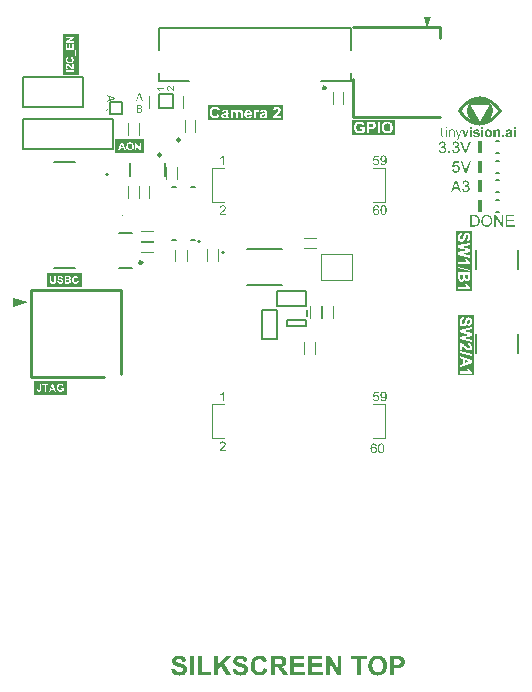
<source format=gto>
G04*
G04 #@! TF.GenerationSoftware,Altium Limited,Altium Designer,22.5.1 (42)*
G04*
G04 Layer_Color=65535*
%FSLAX25Y25*%
%MOIN*%
G70*
G04*
G04 #@! TF.SameCoordinates,7D5A9487-70C0-458F-A832-C6248EDC6538*
G04*
G04*
G04 #@! TF.FilePolarity,Positive*
G04*
G01*
G75*
%ADD10C,0.00787*%
%ADD11C,0.01181*%
%ADD12C,0.00984*%
%ADD13C,0.00394*%
%ADD14C,0.01000*%
%ADD15C,0.00472*%
%ADD16C,0.00500*%
%ADD17R,0.01575X0.03937*%
G36*
X88245Y91850D02*
X87135Y95550D01*
X89355D01*
X88245Y91850D01*
D02*
G37*
G36*
X106002Y68892D02*
X106383D01*
Y68861D01*
X106637D01*
Y68829D01*
X106827D01*
Y68797D01*
X106986D01*
Y68765D01*
X107113D01*
Y68734D01*
X107240D01*
Y68702D01*
X107367D01*
Y68670D01*
X107494D01*
Y68638D01*
X107589D01*
Y68607D01*
X107684D01*
Y68575D01*
X107780D01*
Y68543D01*
X107875D01*
Y68511D01*
X107970D01*
Y68480D01*
X108034D01*
Y68448D01*
X108129D01*
Y68416D01*
X108192D01*
Y68384D01*
X108287D01*
Y68353D01*
X108351D01*
Y68321D01*
X108414D01*
Y68289D01*
X108478D01*
Y68257D01*
X108573D01*
Y68226D01*
X108637D01*
Y68194D01*
X108700D01*
Y68162D01*
X108764D01*
Y68130D01*
X108827D01*
Y68099D01*
X108859D01*
Y68067D01*
X108922D01*
Y68035D01*
X108986D01*
Y68003D01*
X109049D01*
Y67972D01*
X109113D01*
Y67940D01*
X109144D01*
Y67908D01*
X109208D01*
Y67876D01*
X109272D01*
Y67845D01*
X109303D01*
Y67813D01*
X109367D01*
Y67781D01*
X109430D01*
Y67750D01*
X109462D01*
Y67718D01*
X109525D01*
Y67686D01*
X109557D01*
Y67654D01*
X109621D01*
Y67623D01*
X109652D01*
Y67591D01*
X109716D01*
Y67559D01*
X109748D01*
Y67527D01*
X109811D01*
Y67496D01*
X109843D01*
Y67464D01*
X109906D01*
Y67432D01*
X109938D01*
Y67400D01*
X109970D01*
Y67369D01*
X110033D01*
Y67337D01*
X110065D01*
Y67305D01*
X110128D01*
Y67273D01*
X110160D01*
Y67242D01*
X110192D01*
Y67210D01*
X110224D01*
Y67178D01*
X110287D01*
Y67146D01*
X110319D01*
Y67115D01*
X110351D01*
Y67083D01*
X110414D01*
Y67051D01*
X110446D01*
Y67019D01*
X110478D01*
Y66988D01*
X110509D01*
Y66956D01*
X110541D01*
Y66924D01*
X110605D01*
Y66892D01*
X110636D01*
Y66861D01*
X110668D01*
Y66829D01*
X110700D01*
Y66797D01*
X110732D01*
Y66765D01*
X110763D01*
Y66734D01*
X110827D01*
Y66702D01*
X110859D01*
Y66670D01*
X110890D01*
Y66638D01*
X110922D01*
Y66607D01*
X110954D01*
Y66575D01*
X110986D01*
Y66543D01*
X111017D01*
Y66511D01*
X111049D01*
Y66480D01*
X111081D01*
Y66448D01*
X111113D01*
Y66416D01*
X111176D01*
Y66385D01*
X111208D01*
Y66353D01*
X111240D01*
Y66321D01*
X111271D01*
Y66289D01*
X111303D01*
Y66258D01*
X111335D01*
Y66226D01*
X111366D01*
Y66194D01*
X111398D01*
Y66162D01*
X111430D01*
Y66131D01*
X111462D01*
Y66099D01*
X111494D01*
Y66067D01*
X111525D01*
Y66035D01*
X111557D01*
Y66004D01*
X111589D01*
Y65972D01*
X111620D01*
Y65940D01*
X111652D01*
Y65908D01*
X111684D01*
Y65877D01*
X111716D01*
Y65845D01*
Y65813D01*
X111747D01*
Y65781D01*
X111779D01*
Y65750D01*
X111811D01*
Y65718D01*
X111843D01*
Y65686D01*
X111874D01*
Y65654D01*
X111906D01*
Y65623D01*
X111938D01*
Y65591D01*
X111970D01*
Y65559D01*
X112001D01*
Y65527D01*
X112033D01*
Y65496D01*
X112065D01*
Y65464D01*
Y65432D01*
X112097D01*
Y65400D01*
X112128D01*
Y65369D01*
X112160D01*
Y65337D01*
X112192D01*
Y65305D01*
X112224D01*
Y65274D01*
X112255D01*
Y65242D01*
X112287D01*
Y65210D01*
Y65178D01*
X112319D01*
Y65147D01*
X112350D01*
Y65115D01*
X112382D01*
Y65083D01*
X112414D01*
Y65051D01*
X112446D01*
Y65020D01*
X112478D01*
Y64988D01*
Y64956D01*
X112509D01*
Y64924D01*
X112541D01*
Y64893D01*
X112573D01*
Y64861D01*
X112604D01*
Y64829D01*
Y64797D01*
X112636D01*
Y64766D01*
X112668D01*
Y64734D01*
X112700D01*
Y64702D01*
X112731D01*
Y64670D01*
Y64639D01*
X112763D01*
Y64607D01*
X112795D01*
Y64575D01*
X112827D01*
Y64543D01*
X112858D01*
Y64512D01*
Y64480D01*
X112890D01*
Y64448D01*
X112922D01*
Y64416D01*
X112954D01*
Y64385D01*
X112985D01*
Y64353D01*
Y64321D01*
X113017D01*
Y64289D01*
X113049D01*
Y64258D01*
X113081D01*
Y64226D01*
Y64194D01*
X113112D01*
Y64162D01*
X113144D01*
Y64131D01*
Y64099D01*
X113112D01*
Y64067D01*
X113081D01*
Y64036D01*
Y64004D01*
X113049D01*
Y63972D01*
X113017D01*
Y63940D01*
Y63909D01*
X112985D01*
Y63877D01*
X112954D01*
Y63845D01*
Y63813D01*
X112922D01*
Y63782D01*
X112890D01*
Y63750D01*
X112858D01*
Y63718D01*
Y63686D01*
X112827D01*
Y63655D01*
X112795D01*
Y63623D01*
Y63591D01*
X112763D01*
Y63559D01*
X112731D01*
Y63528D01*
X112700D01*
Y63496D01*
X112668D01*
Y63464D01*
Y63433D01*
X112636D01*
Y63401D01*
X112604D01*
Y63369D01*
X112573D01*
Y63337D01*
Y63305D01*
X112541D01*
Y63274D01*
X112509D01*
Y63242D01*
X112478D01*
Y63210D01*
X112446D01*
Y63178D01*
Y63147D01*
X112414D01*
Y63115D01*
X112382D01*
Y63083D01*
X112350D01*
Y63051D01*
X112319D01*
Y63020D01*
X112287D01*
Y62988D01*
Y62956D01*
X112255D01*
Y62925D01*
X112224D01*
Y62893D01*
X112192D01*
Y62861D01*
X112160D01*
Y62829D01*
X112128D01*
Y62798D01*
X112097D01*
Y62766D01*
X112065D01*
Y62734D01*
Y62702D01*
X112033D01*
Y62671D01*
X112001D01*
Y62639D01*
X111970D01*
Y62607D01*
X111938D01*
Y62575D01*
X111906D01*
Y62544D01*
X111874D01*
Y62512D01*
X111843D01*
Y62480D01*
X111811D01*
Y62448D01*
X111779D01*
Y62417D01*
X111747D01*
Y62385D01*
X111716D01*
Y62353D01*
X111684D01*
Y62322D01*
X111652D01*
Y62290D01*
X111620D01*
Y62258D01*
X111589D01*
Y62226D01*
Y62195D01*
X111557D01*
Y62163D01*
X111525D01*
Y62131D01*
X111494D01*
Y62099D01*
X111462D01*
Y62068D01*
X111430D01*
Y62036D01*
X111366D01*
Y62004D01*
X111335D01*
Y61972D01*
X111303D01*
Y61940D01*
X111271D01*
Y61909D01*
X111240D01*
Y61877D01*
X111208D01*
Y61845D01*
X111176D01*
Y61814D01*
X111144D01*
Y61782D01*
X111113D01*
Y61750D01*
X111081D01*
Y61718D01*
X111049D01*
Y61687D01*
X111017D01*
Y61655D01*
X110986D01*
Y61623D01*
X110954D01*
Y61591D01*
X110890D01*
Y61560D01*
X110859D01*
Y61528D01*
X110827D01*
Y61496D01*
X110795D01*
Y61464D01*
X110763D01*
Y61433D01*
X110732D01*
Y61401D01*
X110668D01*
Y61369D01*
X110636D01*
Y61337D01*
X110605D01*
Y61306D01*
X110573D01*
Y61274D01*
X110541D01*
Y61242D01*
X110478D01*
Y61211D01*
X110446D01*
Y61179D01*
X110414D01*
Y61147D01*
X110382D01*
Y61115D01*
X110319D01*
Y61084D01*
X110287D01*
Y61052D01*
X110256D01*
Y61020D01*
X110192D01*
Y60988D01*
X110160D01*
Y60957D01*
X110128D01*
Y60925D01*
X110065D01*
Y60893D01*
X110033D01*
Y60861D01*
X110002D01*
Y60830D01*
X109938D01*
Y60798D01*
X109906D01*
Y60766D01*
X109843D01*
Y60734D01*
X109811D01*
Y60703D01*
X109779D01*
Y60671D01*
X109716D01*
Y60639D01*
X109684D01*
Y60607D01*
X109621D01*
Y60576D01*
X109589D01*
Y60544D01*
X109525D01*
Y60512D01*
X109494D01*
Y60480D01*
X109430D01*
Y60449D01*
X109367D01*
Y60417D01*
X109335D01*
Y60385D01*
X109272D01*
Y60353D01*
X109208D01*
Y60322D01*
X109176D01*
Y60290D01*
X109113D01*
Y60258D01*
X109049D01*
Y60226D01*
X108986D01*
Y60195D01*
X108954D01*
Y60163D01*
X108891D01*
Y60131D01*
X108827D01*
Y60100D01*
X108764D01*
Y60068D01*
X108700D01*
Y60036D01*
X108637D01*
Y60004D01*
X108573D01*
Y59973D01*
X108510D01*
Y59941D01*
X108446D01*
Y59909D01*
X108383D01*
Y59877D01*
X108287D01*
Y59846D01*
X108224D01*
Y59814D01*
X108160D01*
Y59782D01*
X108065D01*
Y59750D01*
X108002D01*
Y59719D01*
X107906D01*
Y59687D01*
X107843D01*
Y59655D01*
X107748D01*
Y59623D01*
X107653D01*
Y59592D01*
X107557D01*
Y59560D01*
X107462D01*
Y59528D01*
X107335D01*
Y59496D01*
X107240D01*
Y59465D01*
X107113D01*
Y59433D01*
X106986D01*
Y59401D01*
X106827D01*
Y59369D01*
X106669D01*
Y59338D01*
X106446D01*
Y59306D01*
X106192D01*
Y59274D01*
X105748D01*
Y59242D01*
X105399D01*
Y59274D01*
X104954D01*
Y59306D01*
X104701D01*
Y59338D01*
X104510D01*
Y59369D01*
X104351D01*
Y59401D01*
X104193D01*
Y59433D01*
X104066D01*
Y59465D01*
X103939D01*
Y59496D01*
X103843D01*
Y59528D01*
X103748D01*
Y59560D01*
X103653D01*
Y59592D01*
X103558D01*
Y59623D01*
X103463D01*
Y59655D01*
X103367D01*
Y59687D01*
X103304D01*
Y59719D01*
X103209D01*
Y59750D01*
X103145D01*
Y59782D01*
X103050D01*
Y59814D01*
X102986D01*
Y59846D01*
X102923D01*
Y59877D01*
X102859D01*
Y59909D01*
X102796D01*
Y59941D01*
X102732D01*
Y59973D01*
X102669D01*
Y60004D01*
X102605D01*
Y60036D01*
X102542D01*
Y60068D01*
X102479D01*
Y60100D01*
X102415D01*
Y60131D01*
X102351D01*
Y60163D01*
X102320D01*
Y60195D01*
X102256D01*
Y60226D01*
X102193D01*
Y60258D01*
X102161D01*
Y60290D01*
X102098D01*
Y60322D01*
X102034D01*
Y60353D01*
X102002D01*
Y60385D01*
X101939D01*
Y60417D01*
X101907D01*
Y60449D01*
X101844D01*
Y60480D01*
X101812D01*
Y60512D01*
X101748D01*
Y60544D01*
X101717D01*
Y60576D01*
X101685D01*
Y60607D01*
X101621D01*
Y60639D01*
X101590D01*
Y60671D01*
X101526D01*
Y60703D01*
X101494D01*
Y60734D01*
X101463D01*
Y60766D01*
X101399D01*
Y60798D01*
X101367D01*
Y60830D01*
X101336D01*
Y60861D01*
X101272D01*
Y60893D01*
X101241D01*
Y60925D01*
X101209D01*
Y60957D01*
X101177D01*
Y60988D01*
X101113D01*
Y61020D01*
X101082D01*
Y61052D01*
X101050D01*
Y61084D01*
X101018D01*
Y61115D01*
X100987D01*
Y61147D01*
X100955D01*
Y61179D01*
X100891D01*
Y61211D01*
X100860D01*
Y61242D01*
X100828D01*
Y61274D01*
X100796D01*
Y61306D01*
X100764D01*
Y61337D01*
X100733D01*
Y61369D01*
X100701D01*
Y61401D01*
X100669D01*
Y61433D01*
X100606D01*
Y61464D01*
X100574D01*
Y61496D01*
X100542D01*
Y61528D01*
X100510D01*
Y61560D01*
X100479D01*
Y61591D01*
X100447D01*
Y61623D01*
X100415D01*
Y61655D01*
X100383D01*
Y61687D01*
X100352D01*
Y61718D01*
X100320D01*
Y61750D01*
X100288D01*
Y61782D01*
X100257D01*
Y61814D01*
X100225D01*
Y61845D01*
X100193D01*
Y61877D01*
X100161D01*
Y61909D01*
X100129D01*
Y61940D01*
X100098D01*
Y61972D01*
X100066D01*
Y62004D01*
X100034D01*
Y62036D01*
X100003D01*
Y62068D01*
X99971D01*
Y62099D01*
Y62131D01*
X99939D01*
Y62163D01*
X99907D01*
Y62195D01*
X99876D01*
Y62226D01*
X99844D01*
Y62258D01*
X99812D01*
Y62290D01*
X99780D01*
Y62322D01*
X99749D01*
Y62353D01*
X99717D01*
Y62385D01*
X99685D01*
Y62417D01*
Y62448D01*
X99653D01*
Y62480D01*
X99622D01*
Y62512D01*
X99590D01*
Y62544D01*
X99558D01*
Y62575D01*
X99526D01*
Y62607D01*
X99495D01*
Y62639D01*
Y62671D01*
X99463D01*
Y62702D01*
X99431D01*
Y62734D01*
X99399D01*
Y62766D01*
X99368D01*
Y62798D01*
X99336D01*
Y62829D01*
Y62861D01*
X99304D01*
Y62893D01*
X99273D01*
Y62925D01*
X99241D01*
Y62956D01*
X99209D01*
Y62988D01*
Y63020D01*
X99177D01*
Y63051D01*
X99146D01*
Y63083D01*
X99114D01*
Y63115D01*
X99082D01*
Y63147D01*
Y63178D01*
X99050D01*
Y63210D01*
X99019D01*
Y63242D01*
X98987D01*
Y63274D01*
Y63305D01*
X98955D01*
Y63337D01*
X98923D01*
Y63369D01*
X98892D01*
Y63401D01*
Y63433D01*
X98860D01*
Y63464D01*
X98828D01*
Y63496D01*
X98796D01*
Y63528D01*
Y63559D01*
X98765D01*
Y63591D01*
X98733D01*
Y63623D01*
X98701D01*
Y63655D01*
Y63686D01*
X98669D01*
Y63718D01*
X98638D01*
Y63750D01*
Y63782D01*
X98606D01*
Y63813D01*
X98574D01*
Y63845D01*
X98542D01*
Y63877D01*
Y63909D01*
X98511D01*
Y63940D01*
X98479D01*
Y63972D01*
Y64004D01*
X98447D01*
Y64036D01*
X98415D01*
Y64067D01*
X98384D01*
Y64099D01*
Y64131D01*
X98415D01*
Y64162D01*
X98447D01*
Y64194D01*
Y64226D01*
X98479D01*
Y64258D01*
Y64289D01*
X98511D01*
Y64321D01*
X98542D01*
Y64353D01*
Y64385D01*
X98574D01*
Y64416D01*
X98606D01*
Y64448D01*
Y64480D01*
X98638D01*
Y64512D01*
X98669D01*
Y64543D01*
Y64575D01*
X98701D01*
Y64607D01*
X98733D01*
Y64639D01*
Y64670D01*
X98765D01*
Y64702D01*
X98796D01*
Y64734D01*
X98828D01*
Y64766D01*
Y64797D01*
X98860D01*
Y64829D01*
X98892D01*
Y64861D01*
X98923D01*
Y64893D01*
Y64924D01*
X98955D01*
Y64956D01*
X98987D01*
Y64988D01*
X99019D01*
Y65020D01*
Y65051D01*
X99050D01*
Y65083D01*
X99082D01*
Y65115D01*
X99114D01*
Y65147D01*
Y65178D01*
X99146D01*
Y65210D01*
X99177D01*
Y65242D01*
X99209D01*
Y65274D01*
X99241D01*
Y65305D01*
X99273D01*
Y65337D01*
Y65369D01*
X99304D01*
Y65400D01*
X99336D01*
Y65432D01*
X99368D01*
Y65464D01*
X99399D01*
Y65496D01*
X99431D01*
Y65527D01*
Y65559D01*
X99463D01*
Y65591D01*
X99495D01*
Y65623D01*
X99526D01*
Y65654D01*
X99558D01*
Y65686D01*
X99590D01*
Y65718D01*
X99622D01*
Y65750D01*
X99653D01*
Y65781D01*
Y65813D01*
X99685D01*
Y65845D01*
X99717D01*
Y65877D01*
X99749D01*
Y65908D01*
X99780D01*
Y65940D01*
X99812D01*
Y65972D01*
X99844D01*
Y66004D01*
X99876D01*
Y66035D01*
X99907D01*
Y66067D01*
X99939D01*
Y66099D01*
X99971D01*
Y66131D01*
X100003D01*
Y66162D01*
X100034D01*
Y66194D01*
X100066D01*
Y66226D01*
X100098D01*
Y66258D01*
X100129D01*
Y66289D01*
X100161D01*
Y66321D01*
X100193D01*
Y66353D01*
X100225D01*
Y66385D01*
X100257D01*
Y66416D01*
X100288D01*
Y66448D01*
X100320D01*
Y66480D01*
X100352D01*
Y66511D01*
X100383D01*
Y66543D01*
X100415D01*
Y66575D01*
X100447D01*
Y66607D01*
X100479D01*
Y66638D01*
X100510D01*
Y66670D01*
X100574D01*
Y66702D01*
X100606D01*
Y66734D01*
X100637D01*
Y66765D01*
X100669D01*
Y66797D01*
X100701D01*
Y66829D01*
X100733D01*
Y66861D01*
X100764D01*
Y66892D01*
X100828D01*
Y66924D01*
X100860D01*
Y66956D01*
X100891D01*
Y66988D01*
X100923D01*
Y67019D01*
X100955D01*
Y67051D01*
X101018D01*
Y67083D01*
X101050D01*
Y67115D01*
X101082D01*
Y67146D01*
X101113D01*
Y67178D01*
X101177D01*
Y67210D01*
X101209D01*
Y67242D01*
X101241D01*
Y67273D01*
X101304D01*
Y67305D01*
X101336D01*
Y67337D01*
X101367D01*
Y67369D01*
X101431D01*
Y67400D01*
X101463D01*
Y67432D01*
X101494D01*
Y67464D01*
X101558D01*
Y67496D01*
X101590D01*
Y67527D01*
X101653D01*
Y67559D01*
X101685D01*
Y67591D01*
X101748D01*
Y67623D01*
X101780D01*
Y67654D01*
X101844D01*
Y67686D01*
X101875D01*
Y67718D01*
X101939D01*
Y67750D01*
X101971D01*
Y67781D01*
X102034D01*
Y67813D01*
X102066D01*
Y67845D01*
X102129D01*
Y67876D01*
X102193D01*
Y67908D01*
X102256D01*
Y67940D01*
X102288D01*
Y67972D01*
X102351D01*
Y68003D01*
X102415D01*
Y68035D01*
X102479D01*
Y68067D01*
X102542D01*
Y68099D01*
X102574D01*
Y68130D01*
X102637D01*
Y68162D01*
X102701D01*
Y68194D01*
X102764D01*
Y68226D01*
X102859D01*
Y68257D01*
X102923D01*
Y68289D01*
X102986D01*
Y68321D01*
X103050D01*
Y68353D01*
X103113D01*
Y68384D01*
X103209D01*
Y68416D01*
X103272D01*
Y68448D01*
X103367D01*
Y68480D01*
X103431D01*
Y68511D01*
X103526D01*
Y68543D01*
X103621D01*
Y68575D01*
X103717D01*
Y68607D01*
X103812D01*
Y68638D01*
X103907D01*
Y68670D01*
X104034D01*
Y68702D01*
X104161D01*
Y68734D01*
X104288D01*
Y68765D01*
X104415D01*
Y68797D01*
X104605D01*
Y68829D01*
X104796D01*
Y68861D01*
X105018D01*
Y68892D01*
X105399D01*
Y68924D01*
X106002D01*
Y68892D01*
D02*
G37*
G36*
X94655Y58775D02*
Y58760D01*
Y58745D01*
Y58731D01*
Y58716D01*
Y58701D01*
Y58687D01*
Y58672D01*
Y58658D01*
Y58643D01*
Y58628D01*
Y58614D01*
Y58599D01*
Y58585D01*
Y58570D01*
Y58555D01*
Y58541D01*
Y58526D01*
Y58512D01*
Y58497D01*
Y58482D01*
Y58468D01*
Y58453D01*
Y58438D01*
X94305D01*
Y58453D01*
Y58468D01*
Y58482D01*
Y58497D01*
Y58512D01*
Y58526D01*
Y58541D01*
Y58555D01*
Y58570D01*
Y58585D01*
Y58599D01*
Y58614D01*
Y58628D01*
Y58643D01*
Y58658D01*
Y58672D01*
Y58687D01*
Y58701D01*
Y58716D01*
Y58731D01*
Y58745D01*
Y58760D01*
Y58775D01*
Y58789D01*
X94655D01*
Y58775D01*
D02*
G37*
G36*
X117921Y58848D02*
Y58833D01*
Y58819D01*
Y58804D01*
Y58789D01*
Y58775D01*
Y58760D01*
Y58745D01*
Y58731D01*
Y58716D01*
Y58701D01*
Y58687D01*
Y58672D01*
Y58658D01*
Y58643D01*
Y58628D01*
Y58614D01*
Y58599D01*
Y58585D01*
Y58570D01*
Y58555D01*
Y58541D01*
Y58526D01*
Y58512D01*
Y58497D01*
Y58482D01*
Y58468D01*
Y58453D01*
Y58438D01*
Y58424D01*
Y58409D01*
Y58395D01*
Y58380D01*
Y58365D01*
Y58351D01*
Y58336D01*
Y58322D01*
Y58307D01*
Y58292D01*
Y58278D01*
Y58263D01*
Y58249D01*
Y58234D01*
Y58219D01*
Y58205D01*
Y58190D01*
Y58175D01*
Y58161D01*
Y58146D01*
Y58132D01*
Y58117D01*
X117177D01*
Y58132D01*
Y58146D01*
Y58161D01*
Y58175D01*
Y58190D01*
Y58205D01*
Y58219D01*
Y58234D01*
Y58249D01*
Y58263D01*
Y58278D01*
Y58292D01*
Y58307D01*
Y58322D01*
Y58336D01*
Y58351D01*
Y58365D01*
Y58380D01*
Y58395D01*
Y58409D01*
Y58424D01*
Y58438D01*
Y58453D01*
Y58468D01*
Y58482D01*
Y58497D01*
Y58512D01*
Y58526D01*
Y58541D01*
Y58555D01*
Y58570D01*
Y58585D01*
Y58599D01*
Y58614D01*
Y58628D01*
Y58643D01*
Y58658D01*
Y58672D01*
Y58687D01*
Y58701D01*
Y58716D01*
Y58731D01*
Y58745D01*
Y58760D01*
Y58775D01*
Y58789D01*
Y58804D01*
Y58819D01*
Y58833D01*
Y58848D01*
Y58862D01*
X117921D01*
Y58848D01*
D02*
G37*
G36*
X106888D02*
Y58833D01*
Y58819D01*
Y58804D01*
Y58789D01*
Y58775D01*
Y58760D01*
Y58745D01*
Y58731D01*
Y58716D01*
Y58701D01*
Y58687D01*
Y58672D01*
Y58658D01*
Y58643D01*
Y58628D01*
Y58614D01*
Y58599D01*
Y58585D01*
Y58570D01*
Y58555D01*
Y58541D01*
Y58526D01*
Y58512D01*
Y58497D01*
Y58482D01*
Y58468D01*
Y58453D01*
Y58438D01*
Y58424D01*
Y58409D01*
Y58395D01*
Y58380D01*
Y58365D01*
Y58351D01*
Y58336D01*
Y58322D01*
Y58307D01*
Y58292D01*
Y58278D01*
Y58263D01*
Y58249D01*
Y58234D01*
Y58219D01*
Y58205D01*
Y58190D01*
Y58175D01*
Y58161D01*
Y58146D01*
Y58132D01*
Y58117D01*
X106157D01*
Y58132D01*
Y58146D01*
Y58161D01*
Y58175D01*
Y58190D01*
Y58205D01*
Y58219D01*
Y58234D01*
Y58249D01*
Y58263D01*
Y58278D01*
Y58292D01*
Y58307D01*
Y58322D01*
Y58336D01*
Y58351D01*
Y58365D01*
Y58380D01*
Y58395D01*
Y58409D01*
Y58424D01*
Y58438D01*
Y58453D01*
Y58468D01*
Y58482D01*
Y58497D01*
Y58512D01*
Y58526D01*
Y58541D01*
Y58555D01*
Y58570D01*
Y58585D01*
Y58599D01*
Y58614D01*
Y58628D01*
Y58643D01*
Y58658D01*
Y58672D01*
Y58687D01*
Y58701D01*
Y58716D01*
Y58731D01*
Y58745D01*
Y58760D01*
Y58775D01*
Y58789D01*
Y58804D01*
Y58819D01*
Y58833D01*
Y58848D01*
Y58862D01*
X106888D01*
Y58848D01*
D02*
G37*
G36*
X103103D02*
Y58833D01*
Y58819D01*
Y58804D01*
Y58789D01*
Y58775D01*
Y58760D01*
Y58745D01*
Y58731D01*
Y58716D01*
Y58701D01*
Y58687D01*
Y58672D01*
Y58658D01*
Y58643D01*
Y58628D01*
Y58614D01*
Y58599D01*
Y58585D01*
Y58570D01*
Y58555D01*
Y58541D01*
Y58526D01*
Y58512D01*
Y58497D01*
Y58482D01*
Y58468D01*
Y58453D01*
Y58438D01*
Y58424D01*
Y58409D01*
Y58395D01*
Y58380D01*
Y58365D01*
Y58351D01*
Y58336D01*
Y58322D01*
Y58307D01*
Y58292D01*
Y58278D01*
Y58263D01*
Y58249D01*
Y58234D01*
Y58219D01*
Y58205D01*
Y58190D01*
Y58175D01*
Y58161D01*
Y58146D01*
Y58132D01*
Y58117D01*
X102372D01*
Y58132D01*
Y58146D01*
Y58161D01*
Y58175D01*
Y58190D01*
Y58205D01*
Y58219D01*
Y58234D01*
Y58249D01*
Y58263D01*
Y58278D01*
Y58292D01*
Y58307D01*
Y58322D01*
Y58336D01*
Y58351D01*
Y58365D01*
Y58380D01*
Y58395D01*
Y58409D01*
Y58424D01*
Y58438D01*
Y58453D01*
Y58468D01*
Y58482D01*
Y58497D01*
Y58512D01*
Y58526D01*
Y58541D01*
Y58555D01*
Y58570D01*
Y58585D01*
Y58599D01*
Y58614D01*
Y58628D01*
Y58643D01*
Y58658D01*
Y58672D01*
Y58687D01*
Y58701D01*
Y58716D01*
Y58731D01*
Y58745D01*
Y58760D01*
Y58775D01*
Y58789D01*
Y58804D01*
Y58819D01*
Y58833D01*
Y58848D01*
Y58862D01*
X103103D01*
Y58848D01*
D02*
G37*
G36*
X111740Y57942D02*
X111871D01*
Y57927D01*
X111945D01*
Y57912D01*
X111988D01*
Y57898D01*
X112031D01*
Y57883D01*
X112061D01*
Y57868D01*
X112091D01*
Y57854D01*
X112120D01*
Y57839D01*
X112149D01*
Y57825D01*
X112164D01*
Y57810D01*
X112192D01*
Y57796D01*
X112207D01*
Y57781D01*
X112222D01*
Y57766D01*
X112236D01*
Y57752D01*
X112252D01*
Y57737D01*
X112265D01*
Y57722D01*
X112280D01*
Y57708D01*
X112295D01*
Y57693D01*
X112309D01*
Y57679D01*
X112310D01*
Y57664D01*
X112325D01*
Y57649D01*
X112338D01*
Y57635D01*
X112339D01*
Y57620D01*
X112354D01*
Y57605D01*
Y57591D01*
X112369D01*
Y57576D01*
X112368D01*
Y57562D01*
X112383D01*
Y57547D01*
Y57532D01*
Y57518D01*
X112397D01*
Y57503D01*
X112398D01*
Y57489D01*
Y57474D01*
X112411D01*
Y57459D01*
Y57445D01*
Y57430D01*
Y57415D01*
X112427D01*
Y57401D01*
Y57386D01*
Y57372D01*
Y57357D01*
X112426D01*
Y57342D01*
X112442D01*
Y57328D01*
X112441D01*
Y57313D01*
X112442D01*
Y57298D01*
X112441D01*
Y57284D01*
X112442D01*
Y57269D01*
X112441D01*
Y57255D01*
Y57240D01*
Y57226D01*
X112456D01*
Y57211D01*
X112455D01*
Y57196D01*
Y57182D01*
X112456D01*
Y57167D01*
Y57152D01*
Y57138D01*
X112455D01*
Y57123D01*
Y57109D01*
Y57094D01*
Y57079D01*
Y57065D01*
Y57050D01*
Y57035D01*
Y57021D01*
X112456D01*
Y57006D01*
Y56992D01*
Y56977D01*
Y56962D01*
Y56948D01*
Y56933D01*
Y56919D01*
Y56904D01*
Y56889D01*
Y56875D01*
Y56860D01*
Y56845D01*
Y56831D01*
Y56816D01*
Y56802D01*
Y56787D01*
Y56772D01*
Y56758D01*
Y56743D01*
Y56729D01*
Y56714D01*
Y56699D01*
Y56685D01*
Y56670D01*
Y56656D01*
Y56641D01*
Y56626D01*
Y56612D01*
Y56597D01*
Y56582D01*
Y56568D01*
Y56553D01*
Y56539D01*
Y56524D01*
Y56509D01*
Y56495D01*
Y56480D01*
Y56466D01*
Y56451D01*
Y56436D01*
Y56422D01*
Y56407D01*
Y56392D01*
Y56378D01*
Y56363D01*
Y56349D01*
Y56334D01*
Y56319D01*
Y56305D01*
Y56290D01*
Y56275D01*
Y56261D01*
Y56246D01*
Y56232D01*
Y56217D01*
Y56202D01*
Y56188D01*
Y56173D01*
Y56159D01*
Y56144D01*
Y56129D01*
Y56115D01*
Y56100D01*
Y56085D01*
Y56071D01*
Y56056D01*
Y56042D01*
Y56027D01*
Y56012D01*
Y55998D01*
Y55983D01*
Y55969D01*
Y55954D01*
Y55939D01*
Y55925D01*
Y55910D01*
Y55896D01*
Y55881D01*
Y55866D01*
Y55852D01*
Y55837D01*
Y55822D01*
Y55808D01*
Y55793D01*
Y55779D01*
Y55764D01*
Y55749D01*
Y55735D01*
Y55720D01*
Y55705D01*
Y55691D01*
Y55676D01*
Y55662D01*
Y55647D01*
Y55633D01*
Y55618D01*
Y55603D01*
Y55589D01*
Y55574D01*
Y55559D01*
Y55545D01*
Y55530D01*
Y55515D01*
Y55501D01*
Y55486D01*
Y55472D01*
Y55457D01*
Y55443D01*
Y55428D01*
Y55413D01*
Y55399D01*
Y55384D01*
Y55369D01*
X111726D01*
Y55384D01*
Y55399D01*
Y55413D01*
Y55428D01*
Y55443D01*
Y55457D01*
Y55472D01*
Y55486D01*
Y55501D01*
Y55515D01*
Y55530D01*
Y55545D01*
Y55559D01*
Y55574D01*
Y55589D01*
Y55603D01*
Y55618D01*
Y55633D01*
Y55647D01*
Y55662D01*
Y55676D01*
Y55691D01*
Y55705D01*
Y55720D01*
Y55735D01*
Y55749D01*
Y55764D01*
Y55779D01*
Y55793D01*
Y55808D01*
Y55822D01*
Y55837D01*
Y55852D01*
Y55866D01*
Y55881D01*
Y55896D01*
Y55910D01*
Y55925D01*
Y55939D01*
Y55954D01*
Y55969D01*
Y55983D01*
Y55998D01*
Y56012D01*
Y56027D01*
Y56042D01*
Y56056D01*
Y56071D01*
Y56085D01*
Y56100D01*
Y56115D01*
Y56129D01*
Y56144D01*
Y56159D01*
Y56173D01*
Y56188D01*
Y56202D01*
Y56217D01*
Y56232D01*
Y56246D01*
Y56261D01*
Y56275D01*
Y56290D01*
Y56305D01*
Y56319D01*
Y56334D01*
Y56349D01*
Y56363D01*
Y56378D01*
Y56392D01*
Y56407D01*
Y56422D01*
Y56436D01*
Y56451D01*
Y56466D01*
Y56480D01*
Y56495D01*
Y56509D01*
Y56524D01*
Y56539D01*
Y56553D01*
Y56568D01*
Y56582D01*
Y56597D01*
Y56612D01*
Y56626D01*
Y56641D01*
Y56656D01*
Y56670D01*
Y56685D01*
Y56699D01*
Y56714D01*
Y56729D01*
Y56743D01*
Y56758D01*
Y56772D01*
Y56787D01*
Y56802D01*
Y56816D01*
Y56831D01*
Y56845D01*
Y56860D01*
Y56875D01*
Y56889D01*
Y56904D01*
Y56919D01*
Y56933D01*
Y56948D01*
Y56962D01*
Y56977D01*
Y56992D01*
Y57006D01*
Y57021D01*
X111711D01*
Y57035D01*
Y57050D01*
Y57065D01*
Y57079D01*
Y57094D01*
Y57109D01*
Y57123D01*
Y57138D01*
X111696D01*
Y57152D01*
Y57167D01*
Y57182D01*
X111682D01*
Y57196D01*
Y57211D01*
X111667D01*
Y57226D01*
Y57240D01*
X111653D01*
Y57255D01*
Y57269D01*
X111638D01*
Y57284D01*
X111623D01*
Y57298D01*
X111609D01*
Y57313D01*
X111594D01*
Y57328D01*
X111565D01*
Y57342D01*
X111536D01*
Y57357D01*
X111506D01*
Y57372D01*
X111287D01*
Y57357D01*
X111242D01*
Y57342D01*
X111214D01*
Y57328D01*
X111198D01*
Y57313D01*
X111169D01*
Y57298D01*
X111156D01*
Y57284D01*
X111141D01*
Y57269D01*
X111125D01*
Y57255D01*
X111112D01*
Y57240D01*
Y57226D01*
X111096D01*
Y57211D01*
X111082D01*
Y57196D01*
Y57182D01*
X111068D01*
Y57167D01*
Y57152D01*
X111052D01*
Y57138D01*
Y57123D01*
Y57109D01*
X111039D01*
Y57094D01*
Y57079D01*
Y57065D01*
X111023D01*
Y57050D01*
Y57035D01*
Y57021D01*
Y57006D01*
Y56992D01*
X111010D01*
Y56977D01*
Y56962D01*
Y56948D01*
Y56933D01*
Y56919D01*
Y56904D01*
Y56889D01*
Y56875D01*
Y56860D01*
Y56845D01*
X110995D01*
Y56831D01*
Y56816D01*
Y56802D01*
Y56787D01*
Y56772D01*
Y56758D01*
Y56743D01*
Y56729D01*
Y56714D01*
Y56699D01*
Y56685D01*
Y56670D01*
Y56656D01*
Y56641D01*
Y56626D01*
Y56612D01*
Y56597D01*
Y56582D01*
Y56568D01*
Y56553D01*
Y56539D01*
Y56524D01*
Y56509D01*
Y56495D01*
Y56480D01*
Y56466D01*
Y56451D01*
Y56436D01*
Y56422D01*
Y56407D01*
Y56392D01*
Y56378D01*
Y56363D01*
Y56349D01*
Y56334D01*
Y56319D01*
Y56305D01*
Y56290D01*
Y56275D01*
Y56261D01*
Y56246D01*
Y56232D01*
Y56217D01*
Y56202D01*
Y56188D01*
Y56173D01*
Y56159D01*
Y56144D01*
Y56129D01*
Y56115D01*
Y56100D01*
Y56085D01*
Y56071D01*
Y56056D01*
Y56042D01*
Y56027D01*
Y56012D01*
Y55998D01*
Y55983D01*
Y55969D01*
Y55954D01*
Y55939D01*
Y55925D01*
Y55910D01*
Y55896D01*
Y55881D01*
Y55866D01*
Y55852D01*
Y55837D01*
Y55822D01*
Y55808D01*
Y55793D01*
Y55779D01*
Y55764D01*
Y55749D01*
Y55735D01*
Y55720D01*
Y55705D01*
Y55691D01*
Y55676D01*
Y55662D01*
Y55647D01*
Y55633D01*
Y55618D01*
Y55603D01*
Y55589D01*
Y55574D01*
Y55559D01*
Y55545D01*
Y55530D01*
Y55515D01*
Y55501D01*
Y55486D01*
Y55472D01*
Y55457D01*
Y55443D01*
Y55428D01*
Y55413D01*
Y55399D01*
Y55384D01*
Y55369D01*
X110264D01*
Y55384D01*
Y55399D01*
Y55413D01*
Y55428D01*
Y55443D01*
Y55457D01*
Y55472D01*
Y55486D01*
Y55501D01*
Y55515D01*
Y55530D01*
Y55545D01*
Y55559D01*
Y55574D01*
Y55589D01*
Y55603D01*
Y55618D01*
Y55633D01*
Y55647D01*
Y55662D01*
Y55676D01*
Y55691D01*
Y55705D01*
Y55720D01*
Y55735D01*
Y55749D01*
Y55764D01*
Y55779D01*
Y55793D01*
Y55808D01*
Y55822D01*
Y55837D01*
Y55852D01*
Y55866D01*
Y55881D01*
Y55896D01*
Y55910D01*
Y55925D01*
Y55939D01*
Y55954D01*
Y55969D01*
Y55983D01*
Y55998D01*
Y56012D01*
Y56027D01*
Y56042D01*
Y56056D01*
Y56071D01*
Y56085D01*
Y56100D01*
Y56115D01*
Y56129D01*
Y56144D01*
Y56159D01*
Y56173D01*
Y56188D01*
Y56202D01*
Y56217D01*
Y56232D01*
Y56246D01*
Y56261D01*
Y56275D01*
Y56290D01*
Y56305D01*
Y56319D01*
Y56334D01*
Y56349D01*
Y56363D01*
Y56378D01*
Y56392D01*
Y56407D01*
Y56422D01*
Y56436D01*
Y56451D01*
Y56466D01*
Y56480D01*
Y56495D01*
Y56509D01*
Y56524D01*
Y56539D01*
Y56553D01*
Y56568D01*
Y56582D01*
Y56597D01*
Y56612D01*
Y56626D01*
Y56641D01*
Y56656D01*
Y56670D01*
Y56685D01*
Y56699D01*
Y56714D01*
Y56729D01*
Y56743D01*
Y56758D01*
Y56772D01*
Y56787D01*
Y56802D01*
Y56816D01*
Y56831D01*
Y56845D01*
Y56860D01*
Y56875D01*
Y56889D01*
Y56904D01*
Y56919D01*
Y56933D01*
Y56948D01*
Y56962D01*
Y56977D01*
Y56992D01*
Y57006D01*
Y57021D01*
Y57035D01*
Y57050D01*
Y57065D01*
Y57079D01*
Y57094D01*
Y57109D01*
Y57123D01*
Y57138D01*
Y57152D01*
Y57167D01*
Y57182D01*
Y57196D01*
Y57211D01*
Y57226D01*
Y57240D01*
Y57255D01*
Y57269D01*
Y57284D01*
Y57298D01*
Y57313D01*
Y57328D01*
Y57342D01*
Y57357D01*
Y57372D01*
Y57386D01*
Y57401D01*
Y57415D01*
Y57430D01*
Y57445D01*
Y57459D01*
Y57474D01*
Y57489D01*
Y57503D01*
Y57518D01*
Y57532D01*
Y57547D01*
Y57562D01*
Y57576D01*
Y57591D01*
Y57605D01*
Y57620D01*
Y57635D01*
Y57649D01*
Y57664D01*
Y57679D01*
Y57693D01*
Y57708D01*
Y57722D01*
Y57737D01*
Y57752D01*
Y57766D01*
Y57781D01*
Y57796D01*
Y57810D01*
Y57825D01*
Y57839D01*
Y57854D01*
Y57868D01*
Y57883D01*
Y57898D01*
X110950D01*
Y57883D01*
Y57868D01*
Y57854D01*
Y57839D01*
Y57825D01*
Y57810D01*
Y57796D01*
Y57781D01*
Y57766D01*
Y57752D01*
Y57737D01*
Y57722D01*
Y57708D01*
Y57693D01*
Y57679D01*
Y57664D01*
Y57649D01*
Y57635D01*
Y57620D01*
Y57605D01*
Y57591D01*
Y57576D01*
Y57562D01*
Y57547D01*
Y57532D01*
Y57518D01*
Y57503D01*
Y57489D01*
Y57474D01*
X110966D01*
Y57489D01*
Y57503D01*
X110980D01*
Y57518D01*
X110995D01*
Y57532D01*
Y57547D01*
X111010D01*
Y57562D01*
Y57576D01*
X111024D01*
Y57591D01*
X111039D01*
Y57605D01*
Y57620D01*
X111053D01*
Y57635D01*
X111068D01*
Y57649D01*
X111082D01*
Y57664D01*
Y57679D01*
X111097D01*
Y57693D01*
X111112D01*
Y57708D01*
X111126D01*
Y57722D01*
X111141D01*
Y57737D01*
X111156D01*
Y57752D01*
X111170D01*
Y57766D01*
X111185D01*
Y57781D01*
X111199D01*
Y57796D01*
X111214D01*
Y57810D01*
X111229D01*
Y57825D01*
X111243D01*
Y57839D01*
X111273D01*
Y57854D01*
X111287D01*
Y57868D01*
X111316D01*
Y57883D01*
X111346D01*
Y57898D01*
X111390D01*
Y57912D01*
X111433D01*
Y57927D01*
X111492D01*
Y57942D01*
X111623D01*
Y57956D01*
X111740D01*
Y57942D01*
D02*
G37*
G36*
X96687Y57956D02*
X96775D01*
Y57942D01*
X96833D01*
Y57927D01*
X96877D01*
Y57912D01*
X96920D01*
Y57898D01*
X96950D01*
Y57883D01*
X96979D01*
Y57868D01*
X96993D01*
Y57854D01*
X97023D01*
Y57839D01*
X97052D01*
Y57825D01*
X97067D01*
Y57810D01*
X97082D01*
Y57796D01*
X97095D01*
Y57781D01*
X97111D01*
Y57766D01*
X97140D01*
Y57752D01*
X97155D01*
Y57737D01*
X97154D01*
Y57722D01*
X97168D01*
Y57708D01*
X97183D01*
Y57693D01*
X97198D01*
Y57679D01*
X97213D01*
Y57664D01*
X97212D01*
Y57649D01*
X97228D01*
Y57635D01*
X97242D01*
Y57620D01*
X97241D01*
Y57605D01*
X97257D01*
Y57591D01*
X97256D01*
Y57576D01*
X97272D01*
Y57562D01*
X97271D01*
Y57547D01*
X97286D01*
Y57532D01*
X97285D01*
Y57518D01*
X97301D01*
Y57503D01*
Y57489D01*
X97300D01*
Y57474D01*
X97315D01*
Y57459D01*
X97315D01*
Y57445D01*
Y57430D01*
X97330D01*
Y57415D01*
X97329D01*
Y57401D01*
Y57386D01*
Y57372D01*
X97345D01*
Y57357D01*
Y57342D01*
Y57328D01*
Y57313D01*
Y57298D01*
Y57284D01*
X97358D01*
Y57269D01*
Y57255D01*
Y57240D01*
X97359D01*
Y57226D01*
Y57211D01*
Y57196D01*
Y57182D01*
Y57167D01*
Y57152D01*
X97373D01*
Y57138D01*
Y57123D01*
Y57109D01*
Y57094D01*
X97374D01*
Y57079D01*
Y57065D01*
Y57050D01*
Y57035D01*
Y57021D01*
Y57006D01*
Y56992D01*
Y56977D01*
Y56962D01*
Y56948D01*
Y56933D01*
Y56919D01*
Y56904D01*
Y56889D01*
Y56875D01*
Y56860D01*
Y56845D01*
Y56831D01*
Y56816D01*
Y56802D01*
Y56787D01*
Y56772D01*
Y56758D01*
Y56743D01*
Y56729D01*
Y56714D01*
Y56699D01*
Y56685D01*
Y56670D01*
Y56656D01*
Y56641D01*
Y56626D01*
Y56612D01*
Y56597D01*
Y56582D01*
Y56568D01*
Y56553D01*
Y56539D01*
Y56524D01*
Y56509D01*
Y56495D01*
Y56480D01*
Y56466D01*
Y56451D01*
Y56436D01*
Y56422D01*
Y56407D01*
Y56392D01*
Y56378D01*
Y56363D01*
Y56349D01*
Y56334D01*
Y56319D01*
Y56305D01*
Y56290D01*
Y56275D01*
Y56261D01*
Y56246D01*
Y56232D01*
Y56217D01*
Y56202D01*
Y56188D01*
Y56173D01*
Y56159D01*
Y56144D01*
Y56129D01*
Y56115D01*
Y56100D01*
Y56085D01*
Y56071D01*
Y56056D01*
Y56042D01*
Y56027D01*
Y56012D01*
Y55998D01*
Y55983D01*
Y55969D01*
Y55954D01*
Y55939D01*
Y55925D01*
Y55910D01*
Y55896D01*
Y55881D01*
Y55866D01*
Y55852D01*
Y55837D01*
Y55822D01*
Y55808D01*
Y55793D01*
Y55779D01*
Y55764D01*
Y55749D01*
Y55735D01*
Y55720D01*
Y55705D01*
Y55691D01*
Y55676D01*
Y55662D01*
Y55647D01*
Y55633D01*
Y55618D01*
Y55603D01*
Y55589D01*
Y55574D01*
Y55559D01*
Y55545D01*
Y55530D01*
Y55515D01*
Y55501D01*
Y55486D01*
Y55472D01*
Y55457D01*
Y55443D01*
Y55428D01*
Y55413D01*
Y55399D01*
Y55384D01*
Y55369D01*
X97082D01*
Y55384D01*
Y55399D01*
Y55413D01*
Y55428D01*
Y55443D01*
Y55457D01*
Y55472D01*
Y55486D01*
Y55501D01*
Y55515D01*
Y55530D01*
Y55545D01*
Y55559D01*
Y55574D01*
Y55589D01*
Y55603D01*
Y55618D01*
Y55633D01*
Y55647D01*
Y55662D01*
Y55676D01*
Y55691D01*
Y55705D01*
Y55720D01*
Y55735D01*
Y55749D01*
Y55764D01*
Y55779D01*
Y55793D01*
Y55808D01*
Y55822D01*
Y55837D01*
Y55852D01*
Y55866D01*
Y55881D01*
Y55896D01*
Y55910D01*
Y55925D01*
Y55939D01*
Y55954D01*
Y55969D01*
Y55983D01*
Y55998D01*
Y56012D01*
Y56027D01*
Y56042D01*
Y56056D01*
Y56071D01*
Y56085D01*
Y56100D01*
Y56115D01*
Y56129D01*
Y56144D01*
Y56159D01*
Y56173D01*
Y56188D01*
Y56202D01*
Y56217D01*
Y56232D01*
Y56246D01*
Y56261D01*
Y56275D01*
Y56290D01*
Y56305D01*
Y56319D01*
Y56334D01*
Y56349D01*
Y56363D01*
Y56378D01*
Y56392D01*
Y56407D01*
Y56422D01*
Y56436D01*
Y56451D01*
Y56466D01*
Y56480D01*
Y56495D01*
Y56509D01*
Y56524D01*
Y56539D01*
Y56553D01*
Y56568D01*
Y56582D01*
Y56597D01*
Y56612D01*
Y56626D01*
Y56641D01*
Y56656D01*
Y56670D01*
Y56685D01*
Y56699D01*
Y56714D01*
Y56729D01*
Y56743D01*
Y56758D01*
Y56772D01*
Y56787D01*
Y56802D01*
Y56816D01*
Y56831D01*
Y56845D01*
Y56860D01*
Y56875D01*
Y56889D01*
Y56904D01*
Y56919D01*
Y56933D01*
Y56948D01*
Y56962D01*
Y56977D01*
Y56992D01*
Y57006D01*
Y57021D01*
Y57035D01*
Y57050D01*
Y57065D01*
Y57079D01*
Y57094D01*
X97067D01*
Y57109D01*
Y57123D01*
Y57138D01*
Y57152D01*
Y57167D01*
Y57182D01*
Y57196D01*
Y57211D01*
Y57226D01*
Y57240D01*
X97052D01*
Y57255D01*
Y57269D01*
Y57284D01*
Y57298D01*
Y57313D01*
X97038D01*
Y57328D01*
Y57342D01*
Y57357D01*
Y57372D01*
X97023D01*
Y57386D01*
Y57401D01*
Y57415D01*
X97009D01*
Y57430D01*
Y57445D01*
Y57459D01*
X96994D01*
Y57474D01*
Y57489D01*
X96979D01*
Y57503D01*
Y57518D01*
X96965D01*
Y57532D01*
X96950D01*
Y57547D01*
Y57562D01*
X96935D01*
Y57576D01*
X96921D01*
Y57591D01*
X96906D01*
Y57605D01*
X96892D01*
Y57620D01*
X96877D01*
Y57635D01*
X96862D01*
Y57649D01*
X96833D01*
Y57664D01*
X96804D01*
Y57679D01*
X96775D01*
Y57693D01*
X96731D01*
Y57708D01*
X96672D01*
Y57722D01*
X96408D01*
Y57708D01*
X96335D01*
Y57693D01*
X96292D01*
Y57679D01*
X96262D01*
Y57664D01*
X96219D01*
Y57649D01*
X96190D01*
Y57635D01*
X96175D01*
Y57620D01*
X96145D01*
Y57605D01*
X96117D01*
Y57591D01*
X96101D01*
Y57576D01*
X96088D01*
Y57562D01*
X96073D01*
Y57547D01*
X96044D01*
Y57532D01*
X96029D01*
Y57518D01*
X96015D01*
Y57503D01*
X95999D01*
Y57489D01*
X95985D01*
Y57474D01*
Y57459D01*
X95970D01*
Y57445D01*
X95956D01*
Y57430D01*
X95942D01*
Y57415D01*
X95926D01*
Y57401D01*
Y57386D01*
X95912D01*
Y57372D01*
X95897D01*
Y57357D01*
Y57342D01*
X95883D01*
Y57328D01*
Y57313D01*
X95869D01*
Y57298D01*
Y57284D01*
X95853D01*
Y57269D01*
Y57255D01*
X95839D01*
Y57240D01*
Y57226D01*
X95824D01*
Y57211D01*
Y57196D01*
Y57182D01*
X95810D01*
Y57167D01*
Y57152D01*
X95796D01*
Y57138D01*
Y57123D01*
Y57109D01*
Y57094D01*
X95780D01*
Y57079D01*
Y57065D01*
Y57050D01*
Y57035D01*
X95766D01*
Y57021D01*
Y57006D01*
Y56992D01*
Y56977D01*
Y56962D01*
Y56948D01*
X95751D01*
Y56933D01*
Y56919D01*
Y56904D01*
Y56889D01*
Y56875D01*
Y56860D01*
Y56845D01*
Y56831D01*
Y56816D01*
Y56802D01*
Y56787D01*
Y56772D01*
Y56758D01*
Y56743D01*
Y56729D01*
Y56714D01*
Y56699D01*
Y56685D01*
Y56670D01*
Y56656D01*
Y56641D01*
Y56626D01*
Y56612D01*
Y56597D01*
Y56582D01*
Y56568D01*
Y56553D01*
Y56539D01*
Y56524D01*
Y56509D01*
Y56495D01*
Y56480D01*
Y56466D01*
Y56451D01*
Y56436D01*
Y56422D01*
Y56407D01*
Y56392D01*
Y56378D01*
Y56363D01*
Y56349D01*
Y56334D01*
Y56319D01*
Y56305D01*
Y56290D01*
Y56275D01*
Y56261D01*
Y56246D01*
Y56232D01*
Y56217D01*
Y56202D01*
Y56188D01*
Y56173D01*
Y56159D01*
Y56144D01*
Y56129D01*
Y56115D01*
Y56100D01*
Y56085D01*
Y56071D01*
Y56056D01*
Y56042D01*
Y56027D01*
Y56012D01*
Y55998D01*
Y55983D01*
Y55969D01*
Y55954D01*
Y55939D01*
Y55925D01*
Y55910D01*
Y55896D01*
Y55881D01*
Y55866D01*
Y55852D01*
Y55837D01*
Y55822D01*
Y55808D01*
Y55793D01*
Y55779D01*
Y55764D01*
Y55749D01*
Y55735D01*
Y55720D01*
Y55705D01*
Y55691D01*
Y55676D01*
Y55662D01*
Y55647D01*
Y55633D01*
Y55618D01*
Y55603D01*
Y55589D01*
Y55574D01*
Y55559D01*
Y55545D01*
Y55530D01*
Y55515D01*
Y55501D01*
Y55486D01*
Y55472D01*
Y55457D01*
Y55443D01*
Y55428D01*
Y55413D01*
Y55399D01*
Y55384D01*
Y55369D01*
X95445D01*
Y55384D01*
Y55399D01*
Y55413D01*
Y55428D01*
Y55443D01*
Y55457D01*
Y55472D01*
Y55486D01*
Y55501D01*
Y55515D01*
Y55530D01*
Y55545D01*
Y55559D01*
Y55574D01*
Y55589D01*
Y55603D01*
Y55618D01*
Y55633D01*
Y55647D01*
Y55662D01*
Y55676D01*
Y55691D01*
Y55705D01*
Y55720D01*
Y55735D01*
Y55749D01*
Y55764D01*
Y55779D01*
Y55793D01*
Y55808D01*
Y55822D01*
Y55837D01*
Y55852D01*
Y55866D01*
Y55881D01*
Y55896D01*
Y55910D01*
Y55925D01*
Y55939D01*
Y55954D01*
Y55969D01*
Y55983D01*
Y55998D01*
Y56012D01*
Y56027D01*
Y56042D01*
Y56056D01*
Y56071D01*
Y56085D01*
Y56100D01*
Y56115D01*
Y56129D01*
Y56144D01*
Y56159D01*
Y56173D01*
Y56188D01*
Y56202D01*
Y56217D01*
Y56232D01*
Y56246D01*
Y56261D01*
Y56275D01*
Y56290D01*
Y56305D01*
Y56319D01*
Y56334D01*
Y56349D01*
Y56363D01*
Y56378D01*
Y56392D01*
Y56407D01*
Y56422D01*
Y56436D01*
Y56451D01*
Y56466D01*
Y56480D01*
Y56495D01*
Y56509D01*
Y56524D01*
Y56539D01*
Y56553D01*
Y56568D01*
Y56582D01*
Y56597D01*
Y56612D01*
Y56626D01*
Y56641D01*
Y56656D01*
Y56670D01*
Y56685D01*
Y56699D01*
Y56714D01*
Y56729D01*
Y56743D01*
Y56758D01*
Y56772D01*
Y56787D01*
Y56802D01*
Y56816D01*
Y56831D01*
Y56845D01*
Y56860D01*
Y56875D01*
Y56889D01*
Y56904D01*
Y56919D01*
Y56933D01*
Y56948D01*
Y56962D01*
Y56977D01*
Y56992D01*
Y57006D01*
Y57021D01*
Y57035D01*
Y57050D01*
Y57065D01*
Y57079D01*
Y57094D01*
Y57109D01*
Y57123D01*
Y57138D01*
Y57152D01*
Y57167D01*
Y57182D01*
Y57196D01*
Y57211D01*
Y57226D01*
Y57240D01*
Y57255D01*
Y57269D01*
Y57284D01*
Y57298D01*
Y57313D01*
Y57328D01*
Y57342D01*
Y57357D01*
Y57372D01*
Y57386D01*
Y57401D01*
Y57415D01*
Y57430D01*
Y57445D01*
Y57459D01*
Y57474D01*
Y57489D01*
Y57503D01*
Y57518D01*
Y57532D01*
Y57547D01*
Y57562D01*
Y57576D01*
Y57591D01*
Y57605D01*
Y57620D01*
Y57635D01*
Y57649D01*
Y57664D01*
Y57679D01*
Y57693D01*
Y57708D01*
Y57722D01*
Y57737D01*
Y57752D01*
Y57766D01*
Y57781D01*
Y57796D01*
Y57810D01*
Y57825D01*
Y57839D01*
Y57854D01*
Y57868D01*
Y57883D01*
Y57898D01*
X95751D01*
Y57883D01*
Y57868D01*
Y57854D01*
Y57839D01*
Y57825D01*
Y57810D01*
Y57796D01*
Y57781D01*
Y57766D01*
Y57752D01*
Y57737D01*
Y57722D01*
Y57708D01*
Y57693D01*
Y57679D01*
Y57664D01*
Y57649D01*
Y57635D01*
Y57620D01*
Y57605D01*
Y57591D01*
Y57576D01*
Y57562D01*
Y57547D01*
Y57532D01*
Y57518D01*
Y57503D01*
Y57489D01*
Y57474D01*
Y57459D01*
Y57445D01*
Y57430D01*
X95766D01*
Y57445D01*
Y57459D01*
X95781D01*
Y57474D01*
Y57489D01*
X95796D01*
Y57503D01*
Y57518D01*
X95810D01*
Y57532D01*
X95825D01*
Y57547D01*
Y57562D01*
X95839D01*
Y57576D01*
X95854D01*
Y57591D01*
Y57605D01*
X95869D01*
Y57620D01*
X95883D01*
Y57635D01*
X95898D01*
Y57649D01*
Y57664D01*
X95912D01*
Y57679D01*
X95927D01*
Y57693D01*
X95942D01*
Y57708D01*
X95956D01*
Y57722D01*
X95971D01*
Y57737D01*
X95986D01*
Y57752D01*
X96000D01*
Y57766D01*
X96015D01*
Y57781D01*
X96029D01*
Y57796D01*
X96059D01*
Y57810D01*
X96073D01*
Y57825D01*
X96088D01*
Y57839D01*
X96117D01*
Y57854D01*
X96132D01*
Y57868D01*
X96161D01*
Y57883D01*
X96190D01*
Y57898D01*
X96234D01*
Y57912D01*
X96263D01*
Y57927D01*
X96307D01*
Y57942D01*
X96365D01*
Y57956D01*
X96453D01*
Y57971D01*
X96687D01*
Y57956D01*
D02*
G37*
G36*
X104680Y57942D02*
X104856D01*
Y57927D01*
X104944D01*
Y57912D01*
X105002D01*
Y57898D01*
X105047D01*
Y57883D01*
X105090D01*
Y57868D01*
X105119D01*
Y57854D01*
X105149D01*
Y57839D01*
X105178D01*
Y57825D01*
X105206D01*
Y57810D01*
X105237D01*
Y57796D01*
X105251D01*
Y57781D01*
X105280D01*
Y57766D01*
X105295D01*
Y57752D01*
X105309D01*
Y57737D01*
X105323D01*
Y57722D01*
X105353D01*
Y57708D01*
X105368D01*
Y57693D01*
X105382D01*
Y57679D01*
X105396D01*
Y57664D01*
Y57649D01*
X105411D01*
Y57635D01*
X105426D01*
Y57620D01*
X105440D01*
Y57605D01*
X105456D01*
Y57591D01*
Y57576D01*
X105470D01*
Y57562D01*
X105484D01*
Y57547D01*
X105485D01*
Y57532D01*
X105499D01*
Y57518D01*
X105513D01*
Y57503D01*
Y57489D01*
X105529D01*
Y57474D01*
Y57459D01*
X105543D01*
Y57445D01*
Y57430D01*
X105557D01*
Y57415D01*
X105558D01*
Y57401D01*
X105572D01*
Y57386D01*
Y57372D01*
X105586D01*
Y57357D01*
X105587D01*
Y57342D01*
X105601D01*
Y57328D01*
X105602D01*
Y57313D01*
X105616D01*
Y57298D01*
X105602D01*
Y57284D01*
X105543D01*
Y57269D01*
X105500D01*
Y57255D01*
X105441D01*
Y57240D01*
X105383D01*
Y57226D01*
X105339D01*
Y57211D01*
X105280D01*
Y57196D01*
X105221D01*
Y57182D01*
X105177D01*
Y57167D01*
X105120D01*
Y57152D01*
X105076D01*
Y57167D01*
Y57182D01*
X105061D01*
Y57196D01*
Y57211D01*
X105047D01*
Y57226D01*
Y57240D01*
Y57255D01*
X105032D01*
Y57269D01*
X105017D01*
Y57284D01*
Y57298D01*
X105003D01*
Y57313D01*
Y57328D01*
X104988D01*
Y57342D01*
X104974D01*
Y57357D01*
X104959D01*
Y57372D01*
X104944D01*
Y57386D01*
X104930D01*
Y57401D01*
X104901D01*
Y57415D01*
X104886D01*
Y57430D01*
X104857D01*
Y57445D01*
X104827D01*
Y57459D01*
X104784D01*
Y57474D01*
X104710D01*
Y57489D01*
X104462D01*
Y57474D01*
X104389D01*
Y57459D01*
X104345D01*
Y57445D01*
X104316D01*
Y57430D01*
X104301D01*
Y57415D01*
X104271D01*
Y57401D01*
X104256D01*
Y57386D01*
X104243D01*
Y57372D01*
X104227D01*
Y57357D01*
X104228D01*
Y57342D01*
X104213D01*
Y57328D01*
Y57313D01*
Y57298D01*
X104214D01*
Y57284D01*
X104199D01*
Y57269D01*
Y57255D01*
Y57240D01*
Y57226D01*
X104214D01*
Y57211D01*
Y57196D01*
Y57182D01*
Y57167D01*
X104227D01*
Y57152D01*
X104243D01*
Y57138D01*
X104256D01*
Y57123D01*
X104272D01*
Y57109D01*
X104287D01*
Y57094D01*
X104316D01*
Y57079D01*
X104360D01*
Y57065D01*
X104418D01*
Y57050D01*
X104491D01*
Y57035D01*
X104579D01*
Y57021D01*
X104681D01*
Y57006D01*
X104784D01*
Y56992D01*
X104871D01*
Y56977D01*
X104958D01*
Y56962D01*
X105032D01*
Y56948D01*
X105105D01*
Y56933D01*
X105163D01*
Y56919D01*
X105207D01*
Y56904D01*
X105250D01*
Y56889D01*
X105295D01*
Y56875D01*
X105323D01*
Y56860D01*
X105353D01*
Y56845D01*
X105382D01*
Y56831D01*
X105411D01*
Y56816D01*
X105426D01*
Y56802D01*
X105456D01*
Y56787D01*
X105470D01*
Y56772D01*
X105485D01*
Y56758D01*
X105500D01*
Y56743D01*
X105513D01*
Y56729D01*
X105529D01*
Y56714D01*
X105544D01*
Y56699D01*
X105557D01*
Y56685D01*
X105572D01*
Y56670D01*
X105587D01*
Y56656D01*
X105586D01*
Y56641D01*
X105602D01*
Y56626D01*
X105617D01*
Y56612D01*
Y56597D01*
X105631D01*
Y56582D01*
X105630D01*
Y56568D01*
X105645D01*
Y56553D01*
X105646D01*
Y56539D01*
X105660D01*
Y56524D01*
X105659D01*
Y56509D01*
X105675D01*
Y56495D01*
Y56480D01*
X105674D01*
Y56466D01*
X105690D01*
Y56451D01*
Y56436D01*
X105689D01*
Y56422D01*
X105704D01*
Y56407D01*
X105703D01*
Y56392D01*
X105704D01*
Y56378D01*
Y56363D01*
Y56349D01*
X105718D01*
Y56334D01*
Y56319D01*
Y56305D01*
X105719D01*
Y56290D01*
Y56275D01*
X105718D01*
Y56261D01*
X105719D01*
Y56246D01*
Y56232D01*
Y56217D01*
X105718D01*
Y56202D01*
X105719D01*
Y56188D01*
X105718D01*
Y56173D01*
X105719D01*
Y56159D01*
Y56144D01*
X105718D01*
Y56129D01*
Y56115D01*
Y56100D01*
Y56085D01*
Y56071D01*
Y56056D01*
Y56042D01*
X105704D01*
Y56027D01*
Y56012D01*
Y55998D01*
X105703D01*
Y55983D01*
X105690D01*
Y55969D01*
X105689D01*
Y55954D01*
X105690D01*
Y55939D01*
X105689D01*
Y55925D01*
X105675D01*
Y55910D01*
X105674D01*
Y55896D01*
X105659D01*
Y55881D01*
X105660D01*
Y55866D01*
Y55852D01*
X105645D01*
Y55837D01*
Y55822D01*
X105631D01*
Y55808D01*
Y55793D01*
X105616D01*
Y55779D01*
X105601D01*
Y55764D01*
X105602D01*
Y55749D01*
X105587D01*
Y55735D01*
X105573D01*
Y55720D01*
X105572D01*
Y55705D01*
X105558D01*
Y55691D01*
X105544D01*
Y55676D01*
X105529D01*
Y55662D01*
X105513D01*
Y55647D01*
X105499D01*
Y55633D01*
X105485D01*
Y55618D01*
X105471D01*
Y55603D01*
X105456D01*
Y55589D01*
X105440D01*
Y55574D01*
X105426D01*
Y55559D01*
X105412D01*
Y55545D01*
X105383D01*
Y55530D01*
X105367D01*
Y55515D01*
X105339D01*
Y55501D01*
X105324D01*
Y55486D01*
X105294D01*
Y55472D01*
X105266D01*
Y55457D01*
X105237D01*
Y55443D01*
X105193D01*
Y55428D01*
X105163D01*
Y55413D01*
X105120D01*
Y55399D01*
X105075D01*
Y55384D01*
X105031D01*
Y55369D01*
X104958D01*
Y55355D01*
X104885D01*
Y55340D01*
X104768D01*
Y55326D01*
X104389D01*
Y55340D01*
X104272D01*
Y55355D01*
X104199D01*
Y55369D01*
X104140D01*
Y55384D01*
X104082D01*
Y55399D01*
X104053D01*
Y55413D01*
X104009D01*
Y55428D01*
X103980D01*
Y55443D01*
X103951D01*
Y55457D01*
X103921D01*
Y55472D01*
X103892D01*
Y55486D01*
X103863D01*
Y55501D01*
X103848D01*
Y55515D01*
X103819D01*
Y55530D01*
X103804D01*
Y55545D01*
X103775D01*
Y55559D01*
X103761D01*
Y55574D01*
X103746D01*
Y55589D01*
X103731D01*
Y55603D01*
X103717D01*
Y55618D01*
X103702D01*
Y55633D01*
X103688D01*
Y55647D01*
X103673D01*
Y55662D01*
X103658D01*
Y55676D01*
X103644D01*
Y55691D01*
X103629D01*
Y55705D01*
X103614D01*
Y55720D01*
X103600D01*
Y55735D01*
X103585D01*
Y55749D01*
Y55764D01*
X103571D01*
Y55779D01*
X103556D01*
Y55793D01*
Y55808D01*
X103541D01*
Y55822D01*
Y55837D01*
X103527D01*
Y55852D01*
Y55866D01*
X103512D01*
Y55881D01*
Y55896D01*
X103498D01*
Y55910D01*
Y55925D01*
X103483D01*
Y55939D01*
Y55954D01*
Y55969D01*
X103468D01*
Y55983D01*
Y55998D01*
Y56012D01*
Y56027D01*
X103454D01*
Y56042D01*
Y56056D01*
Y56071D01*
X103527D01*
Y56085D01*
X103644D01*
Y56100D01*
X103746D01*
Y56115D01*
X103848D01*
Y56129D01*
X103951D01*
Y56144D01*
X104081D01*
Y56129D01*
Y56115D01*
X104082D01*
Y56100D01*
X104096D01*
Y56085D01*
Y56071D01*
X104111D01*
Y56056D01*
Y56042D01*
X104125D01*
Y56027D01*
X104126D01*
Y56012D01*
X104140D01*
Y55998D01*
X104154D01*
Y55983D01*
X104170D01*
Y55969D01*
X104183D01*
Y55954D01*
X104199D01*
Y55939D01*
X104214D01*
Y55925D01*
X104228D01*
Y55910D01*
X104242D01*
Y55896D01*
X104272D01*
Y55881D01*
X104300D01*
Y55866D01*
X104344D01*
Y55852D01*
X104388D01*
Y55837D01*
X104446D01*
Y55822D01*
X104608D01*
Y55808D01*
X104652D01*
Y55822D01*
X104798D01*
Y55837D01*
X104857D01*
Y55852D01*
X104901D01*
Y55866D01*
X104930D01*
Y55881D01*
X104959D01*
Y55896D01*
X104988D01*
Y55910D01*
X105003D01*
Y55925D01*
X105017D01*
Y55939D01*
X105032D01*
Y55954D01*
X105047D01*
Y55969D01*
X105061D01*
Y55983D01*
Y55998D01*
X105076D01*
Y56012D01*
Y56027D01*
Y56042D01*
Y56056D01*
Y56071D01*
Y56085D01*
Y56100D01*
Y56115D01*
Y56129D01*
Y56144D01*
X105061D01*
Y56159D01*
Y56173D01*
X105047D01*
Y56188D01*
X105032D01*
Y56202D01*
X105017D01*
Y56217D01*
X104988D01*
Y56232D01*
X104959D01*
Y56246D01*
X104915D01*
Y56261D01*
X104857D01*
Y56275D01*
X104769D01*
Y56290D01*
X104667D01*
Y56305D01*
X104579D01*
Y56319D01*
X104491D01*
Y56334D01*
X104418D01*
Y56349D01*
X104345D01*
Y56363D01*
X104272D01*
Y56378D01*
X104214D01*
Y56392D01*
X104155D01*
Y56407D01*
X104097D01*
Y56422D01*
X104053D01*
Y56436D01*
X104009D01*
Y56451D01*
X103965D01*
Y56466D01*
X103936D01*
Y56480D01*
X103907D01*
Y56495D01*
X103877D01*
Y56509D01*
X103863D01*
Y56524D01*
X103834D01*
Y56539D01*
X103819D01*
Y56553D01*
X103804D01*
Y56568D01*
X103790D01*
Y56582D01*
X103761D01*
Y56597D01*
X103746D01*
Y56612D01*
Y56626D01*
X103731D01*
Y56641D01*
X103717D01*
Y56656D01*
X103702D01*
Y56670D01*
X103688D01*
Y56685D01*
X103673D01*
Y56699D01*
Y56714D01*
X103658D01*
Y56729D01*
X103644D01*
Y56743D01*
Y56758D01*
X103629D01*
Y56772D01*
Y56787D01*
X103614D01*
Y56802D01*
Y56816D01*
X103600D01*
Y56831D01*
Y56845D01*
Y56860D01*
X103585D01*
Y56875D01*
Y56889D01*
Y56904D01*
X103571D01*
Y56919D01*
Y56933D01*
Y56948D01*
Y56962D01*
X103556D01*
Y56977D01*
Y56992D01*
Y57006D01*
Y57021D01*
Y57035D01*
Y57050D01*
X103541D01*
Y57065D01*
Y57079D01*
Y57094D01*
Y57109D01*
Y57123D01*
Y57138D01*
Y57152D01*
Y57167D01*
Y57182D01*
Y57196D01*
X103556D01*
Y57211D01*
Y57226D01*
Y57240D01*
Y57255D01*
Y57269D01*
Y57284D01*
Y57298D01*
X103571D01*
Y57313D01*
Y57328D01*
Y57342D01*
Y57357D01*
X103585D01*
Y57372D01*
Y57386D01*
Y57401D01*
X103600D01*
Y57415D01*
Y57430D01*
X103614D01*
Y57445D01*
Y57459D01*
X103629D01*
Y57474D01*
Y57489D01*
X103644D01*
Y57503D01*
Y57518D01*
X103658D01*
Y57532D01*
Y57547D01*
X103673D01*
Y57562D01*
X103688D01*
Y57576D01*
X103702D01*
Y57591D01*
Y57605D01*
X103717D01*
Y57620D01*
X103731D01*
Y57635D01*
X103746D01*
Y57649D01*
X103761D01*
Y57664D01*
X103775D01*
Y57679D01*
X103790D01*
Y57693D01*
X103804D01*
Y57708D01*
X103819D01*
Y57722D01*
X103848D01*
Y57737D01*
X103863D01*
Y57752D01*
X103877D01*
Y57766D01*
X103907D01*
Y57781D01*
X103936D01*
Y57796D01*
X103951D01*
Y57810D01*
X103980D01*
Y57825D01*
X104009D01*
Y57839D01*
X104053D01*
Y57854D01*
X104082D01*
Y57868D01*
X104126D01*
Y57883D01*
X104170D01*
Y57898D01*
X104228D01*
Y57912D01*
X104287D01*
Y57927D01*
X104374D01*
Y57942D01*
X104550D01*
Y57956D01*
X104680D01*
Y57942D01*
D02*
G37*
G36*
X102035Y57883D02*
Y57868D01*
X102020D01*
Y57854D01*
Y57839D01*
Y57825D01*
X102007D01*
Y57810D01*
Y57796D01*
Y57781D01*
X101992D01*
Y57766D01*
Y57752D01*
Y57737D01*
X101977D01*
Y57722D01*
X101978D01*
Y57708D01*
Y57693D01*
X101962D01*
Y57679D01*
Y57664D01*
Y57649D01*
X101948D01*
Y57635D01*
X101947D01*
Y57620D01*
Y57605D01*
X101933D01*
Y57591D01*
X101934D01*
Y57576D01*
Y57562D01*
X101918D01*
Y57547D01*
X101919D01*
Y57532D01*
Y57518D01*
X101903D01*
Y57503D01*
Y57489D01*
X101904D01*
Y57474D01*
X101889D01*
Y57459D01*
Y57445D01*
Y57430D01*
X101875D01*
Y57415D01*
Y57401D01*
X101874D01*
Y57386D01*
X101860D01*
Y57372D01*
Y57357D01*
X101845D01*
Y57342D01*
Y57328D01*
Y57313D01*
X101830D01*
Y57298D01*
Y57284D01*
Y57269D01*
X101817D01*
Y57255D01*
X101816D01*
Y57240D01*
Y57226D01*
X101802D01*
Y57211D01*
Y57196D01*
Y57182D01*
X101787D01*
Y57167D01*
X101787D01*
Y57152D01*
Y57138D01*
X101773D01*
Y57123D01*
X101772D01*
Y57109D01*
Y57094D01*
X101758D01*
Y57079D01*
Y57065D01*
X101757D01*
Y57050D01*
X101744D01*
Y57035D01*
Y57021D01*
X101743D01*
Y57006D01*
X101729D01*
Y56992D01*
Y56977D01*
Y56962D01*
X101715D01*
Y56948D01*
Y56933D01*
X101714D01*
Y56919D01*
X101700D01*
Y56904D01*
Y56889D01*
X101699D01*
Y56875D01*
X101685D01*
Y56860D01*
Y56845D01*
X101670D01*
Y56831D01*
X101671D01*
Y56816D01*
Y56802D01*
X101655D01*
Y56787D01*
X101656D01*
Y56772D01*
Y56758D01*
X101641D01*
Y56743D01*
Y56729D01*
Y56714D01*
X101626D01*
Y56699D01*
X101627D01*
Y56685D01*
Y56670D01*
X101611D01*
Y56656D01*
Y56641D01*
X101612D01*
Y56626D01*
X101597D01*
Y56612D01*
Y56597D01*
X101598D01*
Y56582D01*
X101582D01*
Y56568D01*
Y56553D01*
X101583D01*
Y56539D01*
X101568D01*
Y56524D01*
Y56509D01*
Y56495D01*
X101553D01*
Y56480D01*
Y56466D01*
X101554D01*
Y56451D01*
X101538D01*
Y56436D01*
Y56422D01*
Y56407D01*
X101523D01*
Y56392D01*
Y56378D01*
Y56363D01*
X101509D01*
Y56349D01*
Y56334D01*
X101494D01*
Y56319D01*
X101495D01*
Y56305D01*
X101494D01*
Y56290D01*
X101480D01*
Y56275D01*
Y56261D01*
Y56246D01*
X101465D01*
Y56232D01*
Y56217D01*
Y56202D01*
X101450D01*
Y56188D01*
Y56173D01*
Y56159D01*
X101437D01*
Y56144D01*
Y56129D01*
X101436D01*
Y56115D01*
X101421D01*
Y56100D01*
Y56085D01*
X101422D01*
Y56071D01*
X101407D01*
Y56056D01*
Y56042D01*
X101408D01*
Y56027D01*
X101392D01*
Y56012D01*
Y55998D01*
X101393D01*
Y55983D01*
X101377D01*
Y55969D01*
Y55954D01*
Y55939D01*
X101364D01*
Y55925D01*
Y55910D01*
X101363D01*
Y55896D01*
X101348D01*
Y55881D01*
Y55866D01*
X101349D01*
Y55852D01*
X101333D01*
Y55837D01*
Y55822D01*
X101319D01*
Y55808D01*
Y55793D01*
Y55779D01*
X101304D01*
Y55764D01*
Y55749D01*
Y55735D01*
X101291D01*
Y55720D01*
Y55705D01*
Y55691D01*
X101275D01*
Y55676D01*
Y55662D01*
Y55647D01*
X101260D01*
Y55633D01*
Y55618D01*
Y55603D01*
X101246D01*
Y55589D01*
Y55574D01*
X101247D01*
Y55559D01*
X101231D01*
Y55545D01*
Y55530D01*
Y55515D01*
X101218D01*
Y55501D01*
Y55486D01*
X101217D01*
Y55472D01*
X101202D01*
Y55457D01*
Y55443D01*
X101203D01*
Y55428D01*
X101187D01*
Y55413D01*
Y55399D01*
X101188D01*
Y55384D01*
X101173D01*
Y55369D01*
X100604D01*
Y55384D01*
Y55399D01*
X100589D01*
Y55413D01*
Y55428D01*
Y55443D01*
X100575D01*
Y55457D01*
Y55472D01*
Y55486D01*
X100560D01*
Y55501D01*
Y55515D01*
Y55530D01*
X100545D01*
Y55545D01*
Y55559D01*
Y55574D01*
X100531D01*
Y55589D01*
Y55603D01*
X100516D01*
Y55618D01*
Y55633D01*
Y55647D01*
X100501D01*
Y55662D01*
Y55676D01*
Y55691D01*
X100487D01*
Y55705D01*
Y55720D01*
Y55735D01*
X100472D01*
Y55749D01*
Y55764D01*
Y55779D01*
X100458D01*
Y55793D01*
Y55808D01*
Y55822D01*
X100443D01*
Y55837D01*
Y55852D01*
Y55866D01*
X100428D01*
Y55881D01*
Y55896D01*
Y55910D01*
X100414D01*
Y55925D01*
Y55939D01*
Y55954D01*
X100399D01*
Y55969D01*
Y55983D01*
Y55998D01*
X100384D01*
Y56012D01*
Y56027D01*
Y56042D01*
X100370D01*
Y56056D01*
Y56071D01*
Y56085D01*
X100355D01*
Y56100D01*
Y56115D01*
Y56129D01*
X100341D01*
Y56144D01*
Y56159D01*
X100326D01*
Y56173D01*
Y56188D01*
Y56202D01*
X100312D01*
Y56217D01*
Y56232D01*
Y56246D01*
X100297D01*
Y56261D01*
Y56275D01*
Y56290D01*
X100282D01*
Y56305D01*
Y56319D01*
Y56334D01*
X100268D01*
Y56349D01*
Y56363D01*
Y56378D01*
X100253D01*
Y56392D01*
Y56407D01*
Y56422D01*
X100238D01*
Y56436D01*
Y56451D01*
Y56466D01*
X100224D01*
Y56480D01*
Y56495D01*
Y56509D01*
X100209D01*
Y56524D01*
Y56539D01*
Y56553D01*
X100195D01*
Y56568D01*
Y56582D01*
Y56597D01*
X100180D01*
Y56612D01*
Y56626D01*
Y56641D01*
X100165D01*
Y56656D01*
Y56670D01*
X100151D01*
Y56685D01*
Y56699D01*
Y56714D01*
X100136D01*
Y56729D01*
Y56743D01*
Y56758D01*
X100121D01*
Y56772D01*
Y56787D01*
Y56802D01*
X100107D01*
Y56816D01*
Y56831D01*
Y56845D01*
X100092D01*
Y56860D01*
Y56875D01*
Y56889D01*
X100078D01*
Y56904D01*
Y56919D01*
Y56933D01*
X100063D01*
Y56948D01*
Y56962D01*
Y56977D01*
X100048D01*
Y56992D01*
Y57006D01*
Y57021D01*
X100034D01*
Y57035D01*
Y57050D01*
Y57065D01*
X100019D01*
Y57079D01*
Y57094D01*
Y57109D01*
X100004D01*
Y57123D01*
Y57138D01*
Y57152D01*
X99990D01*
Y57167D01*
Y57182D01*
X99975D01*
Y57196D01*
Y57211D01*
Y57226D01*
X99961D01*
Y57240D01*
Y57255D01*
Y57269D01*
X99946D01*
Y57284D01*
Y57298D01*
Y57313D01*
X99932D01*
Y57328D01*
Y57342D01*
Y57357D01*
X99917D01*
Y57372D01*
Y57386D01*
Y57401D01*
X99902D01*
Y57415D01*
Y57430D01*
Y57445D01*
X99888D01*
Y57459D01*
Y57474D01*
Y57489D01*
X99873D01*
Y57503D01*
Y57518D01*
Y57532D01*
X99858D01*
Y57547D01*
Y57562D01*
Y57576D01*
X99844D01*
Y57591D01*
Y57605D01*
Y57620D01*
X99829D01*
Y57635D01*
Y57649D01*
Y57664D01*
X99814D01*
Y57679D01*
Y57693D01*
X99800D01*
Y57708D01*
Y57722D01*
Y57737D01*
X99785D01*
Y57752D01*
Y57766D01*
Y57781D01*
X99771D01*
Y57796D01*
Y57810D01*
Y57825D01*
X99756D01*
Y57839D01*
Y57854D01*
Y57868D01*
X99742D01*
Y57883D01*
Y57898D01*
X100501D01*
Y57883D01*
X100516D01*
Y57868D01*
Y57854D01*
Y57839D01*
X100530D01*
Y57825D01*
X100531D01*
Y57810D01*
Y57796D01*
Y57781D01*
X100545D01*
Y57766D01*
Y57752D01*
Y57737D01*
X100559D01*
Y57722D01*
Y57708D01*
Y57693D01*
X100574D01*
Y57679D01*
Y57664D01*
Y57649D01*
X100589D01*
Y57635D01*
Y57620D01*
X100588D01*
Y57605D01*
Y57591D01*
X100604D01*
Y57576D01*
X100603D01*
Y57562D01*
Y57547D01*
X100618D01*
Y57532D01*
X100617D01*
Y57518D01*
Y57503D01*
X100632D01*
Y57489D01*
X100633D01*
Y57474D01*
Y57459D01*
Y57445D01*
X100647D01*
Y57430D01*
Y57415D01*
Y57401D01*
X100661D01*
Y57386D01*
Y57372D01*
Y57357D01*
X100676D01*
Y57342D01*
Y57328D01*
Y57313D01*
X100690D01*
Y57298D01*
Y57284D01*
Y57269D01*
X100691D01*
Y57255D01*
X100706D01*
Y57240D01*
Y57226D01*
Y57211D01*
X100720D01*
Y57196D01*
Y57182D01*
X100721D01*
Y57167D01*
X100734D01*
Y57152D01*
X100735D01*
Y57138D01*
Y57123D01*
Y57109D01*
X100750D01*
Y57094D01*
Y57079D01*
Y57065D01*
X100765D01*
Y57050D01*
Y57035D01*
Y57021D01*
X100779D01*
Y57006D01*
Y56992D01*
Y56977D01*
X100794D01*
Y56962D01*
Y56948D01*
Y56933D01*
X100793D01*
Y56919D01*
X100808D01*
Y56904D01*
Y56889D01*
X100807D01*
Y56875D01*
X100823D01*
Y56860D01*
Y56845D01*
X100822D01*
Y56831D01*
X100838D01*
Y56816D01*
Y56802D01*
Y56787D01*
X100852D01*
Y56772D01*
Y56758D01*
X100851D01*
Y56743D01*
Y56729D01*
X100867D01*
Y56714D01*
X100866D01*
Y56699D01*
Y56685D01*
X100881D01*
Y56670D01*
X100881D01*
Y56656D01*
Y56641D01*
X100895D01*
Y56626D01*
Y56612D01*
Y56597D01*
Y56582D01*
X100911D01*
Y56568D01*
Y56553D01*
X100910D01*
Y56539D01*
X100924D01*
Y56524D01*
Y56509D01*
X100925D01*
Y56495D01*
X100939D01*
Y56480D01*
Y56466D01*
X100940D01*
Y56451D01*
X100953D01*
Y56436D01*
Y56422D01*
X100954D01*
Y56407D01*
Y56392D01*
X100968D01*
Y56378D01*
Y56363D01*
Y56349D01*
X100984D01*
Y56334D01*
X100983D01*
Y56319D01*
Y56305D01*
X100998D01*
Y56319D01*
X101013D01*
Y56334D01*
Y56349D01*
Y56363D01*
X101028D01*
Y56378D01*
Y56392D01*
Y56407D01*
X101042D01*
Y56422D01*
Y56436D01*
Y56451D01*
Y56466D01*
X101057D01*
Y56480D01*
Y56495D01*
Y56509D01*
X101071D01*
Y56524D01*
Y56539D01*
Y56553D01*
X101086D01*
Y56568D01*
Y56582D01*
Y56597D01*
X101101D01*
Y56612D01*
Y56626D01*
Y56641D01*
X101115D01*
Y56656D01*
Y56670D01*
Y56685D01*
Y56699D01*
X101130D01*
Y56714D01*
Y56729D01*
Y56743D01*
X101145D01*
Y56758D01*
Y56772D01*
Y56787D01*
X101159D01*
Y56802D01*
Y56816D01*
Y56831D01*
X101174D01*
Y56845D01*
Y56860D01*
Y56875D01*
Y56889D01*
X101188D01*
Y56904D01*
Y56919D01*
Y56933D01*
X101203D01*
Y56948D01*
Y56962D01*
Y56977D01*
X101218D01*
Y56992D01*
Y57006D01*
Y57021D01*
X101232D01*
Y57035D01*
Y57050D01*
Y57065D01*
X101247D01*
Y57079D01*
Y57094D01*
Y57109D01*
Y57123D01*
X101261D01*
Y57138D01*
Y57152D01*
Y57167D01*
X101276D01*
Y57182D01*
Y57196D01*
Y57211D01*
X101291D01*
Y57226D01*
Y57240D01*
Y57255D01*
X101305D01*
Y57269D01*
Y57284D01*
Y57298D01*
Y57313D01*
X101320D01*
Y57328D01*
Y57342D01*
Y57357D01*
X101335D01*
Y57372D01*
Y57386D01*
Y57401D01*
X101349D01*
Y57415D01*
Y57430D01*
Y57445D01*
X101364D01*
Y57459D01*
Y57474D01*
Y57489D01*
X101378D01*
Y57503D01*
Y57518D01*
Y57532D01*
Y57547D01*
X101393D01*
Y57562D01*
Y57576D01*
Y57591D01*
X101408D01*
Y57605D01*
Y57620D01*
Y57635D01*
X101422D01*
Y57649D01*
Y57664D01*
Y57679D01*
X101437D01*
Y57693D01*
Y57708D01*
Y57722D01*
X101451D01*
Y57737D01*
Y57752D01*
Y57766D01*
Y57781D01*
X101466D01*
Y57796D01*
Y57810D01*
Y57825D01*
X101481D01*
Y57839D01*
Y57854D01*
Y57868D01*
X101495D01*
Y57883D01*
Y57898D01*
X102035D01*
Y57883D01*
D02*
G37*
G36*
X99726D02*
Y57868D01*
Y57854D01*
X99712D01*
Y57839D01*
X99711D01*
Y57825D01*
Y57810D01*
X99698D01*
Y57796D01*
X99697D01*
Y57781D01*
Y57766D01*
X99683D01*
Y57752D01*
X99682D01*
Y57737D01*
X99667D01*
Y57722D01*
X99668D01*
Y57708D01*
Y57693D01*
X99653D01*
Y57679D01*
Y57664D01*
Y57649D01*
X99639D01*
Y57635D01*
X99638D01*
Y57620D01*
X99625D01*
Y57605D01*
X99624D01*
Y57591D01*
Y57576D01*
X99610D01*
Y57562D01*
X99609D01*
Y57547D01*
Y57532D01*
X99594D01*
Y57518D01*
X99595D01*
Y57503D01*
Y57489D01*
X99580D01*
Y57474D01*
Y57459D01*
X99566D01*
Y57445D01*
X99565D01*
Y57430D01*
Y57415D01*
X99551D01*
Y57401D01*
X99550D01*
Y57386D01*
Y57372D01*
X99537D01*
Y57357D01*
X99536D01*
Y57342D01*
X99521D01*
Y57328D01*
Y57313D01*
X99522D01*
Y57298D01*
X99507D01*
Y57284D01*
Y57269D01*
Y57255D01*
X99493D01*
Y57240D01*
X99492D01*
Y57226D01*
Y57211D01*
X99478D01*
Y57196D01*
X99477D01*
Y57182D01*
X99464D01*
Y57167D01*
Y57152D01*
X99463D01*
Y57138D01*
X99448D01*
Y57123D01*
X99449D01*
Y57109D01*
Y57094D01*
X99434D01*
Y57079D01*
Y57065D01*
X99420D01*
Y57050D01*
Y57035D01*
X99419D01*
Y57021D01*
X99405D01*
Y57006D01*
X99404D01*
Y56992D01*
Y56977D01*
X99391D01*
Y56962D01*
X99390D01*
Y56948D01*
Y56933D01*
X99375D01*
Y56919D01*
X99376D01*
Y56904D01*
X99361D01*
Y56889D01*
Y56875D01*
Y56860D01*
X99347D01*
Y56845D01*
X99346D01*
Y56831D01*
Y56816D01*
X99332D01*
Y56802D01*
X99331D01*
Y56787D01*
X99318D01*
Y56772D01*
Y56758D01*
X99317D01*
Y56743D01*
X99302D01*
Y56729D01*
Y56714D01*
X99303D01*
Y56699D01*
X99287D01*
Y56685D01*
Y56670D01*
Y56656D01*
X99274D01*
Y56641D01*
X99273D01*
Y56626D01*
X99259D01*
Y56612D01*
Y56597D01*
X99258D01*
Y56582D01*
X99245D01*
Y56568D01*
X99244D01*
Y56553D01*
Y56539D01*
X99229D01*
Y56524D01*
X99230D01*
Y56509D01*
X99214D01*
Y56495D01*
Y56480D01*
Y56466D01*
X99201D01*
Y56451D01*
Y56436D01*
X99200D01*
Y56422D01*
X99186D01*
Y56407D01*
X99185D01*
Y56392D01*
Y56378D01*
X99172D01*
Y56363D01*
X99171D01*
Y56349D01*
X99156D01*
Y56334D01*
Y56319D01*
X99157D01*
Y56305D01*
X99141D01*
Y56290D01*
Y56275D01*
Y56261D01*
X99128D01*
Y56246D01*
X99127D01*
Y56232D01*
X99113D01*
Y56217D01*
Y56202D01*
X99112D01*
Y56188D01*
X99098D01*
Y56173D01*
Y56159D01*
X99098D01*
Y56144D01*
X99083D01*
Y56129D01*
X99084D01*
Y56115D01*
Y56100D01*
X99068D01*
Y56085D01*
Y56071D01*
X99055D01*
Y56056D01*
Y56042D01*
X99054D01*
Y56027D01*
X99040D01*
Y56012D01*
Y55998D01*
X99039D01*
Y55983D01*
X99025D01*
Y55969D01*
X99024D01*
Y55954D01*
X99010D01*
Y55939D01*
Y55925D01*
X99011D01*
Y55910D01*
X98995D01*
Y55896D01*
Y55881D01*
Y55866D01*
X98981D01*
Y55852D01*
Y55837D01*
X98980D01*
Y55822D01*
X98967D01*
Y55808D01*
Y55793D01*
X98952D01*
Y55779D01*
Y55764D01*
Y55749D01*
X98938D01*
Y55735D01*
Y55720D01*
X98937D01*
Y55705D01*
X98923D01*
Y55691D01*
Y55676D01*
X98909D01*
Y55662D01*
Y55647D01*
Y55633D01*
X98894D01*
Y55618D01*
Y55603D01*
Y55589D01*
X98879D01*
Y55574D01*
Y55559D01*
Y55545D01*
X98865D01*
Y55530D01*
Y55515D01*
X98849D01*
Y55501D01*
X98850D01*
Y55486D01*
Y55472D01*
X98834D01*
Y55457D01*
X98835D01*
Y55443D01*
Y55428D01*
X98820D01*
Y55413D01*
Y55399D01*
Y55384D01*
X98806D01*
Y55369D01*
X98805D01*
Y55355D01*
X98791D01*
Y55340D01*
Y55326D01*
X98791D01*
Y55311D01*
X98776D01*
Y55296D01*
Y55282D01*
Y55267D01*
X98762D01*
Y55252D01*
X98761D01*
Y55238D01*
X98746D01*
Y55223D01*
Y55209D01*
Y55194D01*
X98730D01*
Y55179D01*
Y55165D01*
Y55150D01*
X98715D01*
Y55136D01*
Y55121D01*
Y55106D01*
X98699D01*
Y55092D01*
Y55077D01*
Y55063D01*
X98683D01*
Y55048D01*
Y55033D01*
Y55019D01*
X98668D01*
Y55004D01*
Y54989D01*
Y54975D01*
X98652D01*
Y54960D01*
Y54946D01*
Y54931D01*
X98637D01*
Y54916D01*
Y54902D01*
Y54887D01*
X98621D01*
Y54873D01*
Y54858D01*
Y54843D01*
X98606D01*
Y54829D01*
Y54814D01*
Y54799D01*
X98590D01*
Y54785D01*
Y54770D01*
Y54756D01*
X98574D01*
Y54741D01*
Y54726D01*
Y54712D01*
X98559D01*
Y54697D01*
Y54682D01*
Y54668D01*
X98543D01*
Y54653D01*
Y54639D01*
Y54624D01*
X98527D01*
Y54610D01*
Y54595D01*
Y54580D01*
X98251D01*
Y54595D01*
Y54610D01*
X98265D01*
Y54624D01*
X98266D01*
Y54639D01*
Y54653D01*
X98281D01*
Y54668D01*
X98282D01*
Y54682D01*
Y54697D01*
X98297D01*
Y54712D01*
X98298D01*
Y54726D01*
Y54741D01*
X98312D01*
Y54756D01*
X98313D01*
Y54770D01*
Y54785D01*
X98328D01*
Y54799D01*
X98329D01*
Y54814D01*
Y54829D01*
X98343D01*
Y54843D01*
X98344D01*
Y54858D01*
Y54873D01*
X98359D01*
Y54887D01*
X98360D01*
Y54902D01*
Y54916D01*
X98374D01*
Y54931D01*
X98375D01*
Y54946D01*
Y54960D01*
X98390D01*
Y54975D01*
X98391D01*
Y54989D01*
Y55004D01*
X98406D01*
Y55019D01*
X98407D01*
Y55033D01*
Y55048D01*
X98421D01*
Y55063D01*
X98422D01*
Y55077D01*
Y55092D01*
X98437D01*
Y55106D01*
X98438D01*
Y55121D01*
Y55136D01*
X98453D01*
Y55150D01*
X98453D01*
Y55165D01*
Y55179D01*
X98468D01*
Y55194D01*
X98469D01*
Y55209D01*
Y55223D01*
X98484D01*
Y55238D01*
X98485D01*
Y55252D01*
X98499D01*
Y55267D01*
Y55282D01*
Y55296D01*
X98514D01*
Y55311D01*
Y55326D01*
X98528D01*
Y55340D01*
Y55355D01*
Y55369D01*
X98543D01*
Y55384D01*
Y55399D01*
Y55413D01*
Y55428D01*
Y55443D01*
Y55457D01*
X98528D01*
Y55472D01*
Y55486D01*
Y55501D01*
X98514D01*
Y55515D01*
Y55530D01*
Y55545D01*
X98499D01*
Y55559D01*
Y55574D01*
Y55589D01*
X98485D01*
Y55603D01*
Y55618D01*
Y55633D01*
X98470D01*
Y55647D01*
Y55662D01*
Y55676D01*
X98455D01*
Y55691D01*
Y55705D01*
Y55720D01*
X98441D01*
Y55735D01*
Y55749D01*
Y55764D01*
X98426D01*
Y55779D01*
Y55793D01*
X98412D01*
Y55808D01*
Y55822D01*
Y55837D01*
X98397D01*
Y55852D01*
Y55866D01*
Y55881D01*
X98382D01*
Y55896D01*
Y55910D01*
Y55925D01*
X98368D01*
Y55939D01*
Y55954D01*
Y55969D01*
X98353D01*
Y55983D01*
Y55998D01*
Y56012D01*
X98339D01*
Y56027D01*
Y56042D01*
Y56056D01*
X98324D01*
Y56071D01*
Y56085D01*
Y56100D01*
X98309D01*
Y56115D01*
Y56129D01*
Y56144D01*
X98295D01*
Y56159D01*
Y56173D01*
Y56188D01*
X98280D01*
Y56202D01*
Y56217D01*
X98265D01*
Y56232D01*
Y56246D01*
Y56261D01*
X98251D01*
Y56275D01*
Y56290D01*
Y56305D01*
X98236D01*
Y56319D01*
Y56334D01*
Y56349D01*
X98221D01*
Y56363D01*
Y56378D01*
Y56392D01*
X98207D01*
Y56407D01*
Y56422D01*
Y56436D01*
X98192D01*
Y56451D01*
Y56466D01*
Y56480D01*
X98178D01*
Y56495D01*
Y56509D01*
Y56524D01*
X98163D01*
Y56539D01*
Y56553D01*
Y56568D01*
X98149D01*
Y56582D01*
Y56597D01*
Y56612D01*
X98134D01*
Y56626D01*
Y56641D01*
Y56656D01*
X98119D01*
Y56670D01*
Y56685D01*
X98105D01*
Y56699D01*
Y56714D01*
Y56729D01*
X98090D01*
Y56743D01*
Y56758D01*
Y56772D01*
X98075D01*
Y56787D01*
Y56802D01*
Y56816D01*
X98061D01*
Y56831D01*
Y56845D01*
Y56860D01*
X98046D01*
Y56875D01*
Y56889D01*
Y56904D01*
X98032D01*
Y56919D01*
Y56933D01*
Y56948D01*
X98017D01*
Y56962D01*
Y56977D01*
Y56992D01*
X98002D01*
Y57006D01*
Y57021D01*
Y57035D01*
X97988D01*
Y57050D01*
Y57065D01*
Y57079D01*
X97973D01*
Y57094D01*
Y57109D01*
X97958D01*
Y57123D01*
Y57138D01*
Y57152D01*
X97944D01*
Y57167D01*
Y57182D01*
Y57196D01*
X97929D01*
Y57211D01*
Y57226D01*
Y57240D01*
X97915D01*
Y57255D01*
Y57269D01*
Y57284D01*
X97900D01*
Y57298D01*
Y57313D01*
Y57328D01*
X97885D01*
Y57342D01*
Y57357D01*
Y57372D01*
X97871D01*
Y57386D01*
Y57401D01*
Y57415D01*
X97856D01*
Y57430D01*
Y57445D01*
Y57459D01*
X97842D01*
Y57474D01*
Y57489D01*
Y57503D01*
X97827D01*
Y57518D01*
Y57532D01*
Y57547D01*
X97812D01*
Y57562D01*
Y57576D01*
X97798D01*
Y57591D01*
Y57605D01*
Y57620D01*
X97783D01*
Y57635D01*
Y57649D01*
Y57664D01*
X97768D01*
Y57679D01*
Y57693D01*
Y57708D01*
X97754D01*
Y57722D01*
Y57737D01*
Y57752D01*
X97739D01*
Y57766D01*
Y57781D01*
Y57796D01*
X97725D01*
Y57810D01*
Y57825D01*
Y57839D01*
X97710D01*
Y57854D01*
Y57868D01*
Y57883D01*
X97695D01*
Y57898D01*
X98002D01*
Y57883D01*
X98016D01*
Y57868D01*
Y57854D01*
Y57839D01*
X98031D01*
Y57825D01*
Y57810D01*
Y57796D01*
X98045D01*
Y57781D01*
Y57766D01*
Y57752D01*
X98060D01*
Y57737D01*
Y57722D01*
Y57708D01*
X98075D01*
Y57693D01*
Y57679D01*
Y57664D01*
X98089D01*
Y57649D01*
Y57635D01*
Y57620D01*
X98104D01*
Y57605D01*
Y57591D01*
Y57576D01*
X98118D01*
Y57562D01*
Y57547D01*
X98119D01*
Y57532D01*
X98133D01*
Y57518D01*
Y57503D01*
X98134D01*
Y57489D01*
X98149D01*
Y57474D01*
Y57459D01*
Y57445D01*
X98162D01*
Y57430D01*
Y57415D01*
X98163D01*
Y57401D01*
X98177D01*
Y57386D01*
Y57372D01*
X98178D01*
Y57357D01*
X98191D01*
Y57342D01*
Y57328D01*
X98192D01*
Y57313D01*
X98206D01*
Y57298D01*
Y57284D01*
X98207D01*
Y57269D01*
X98221D01*
Y57255D01*
Y57240D01*
Y57226D01*
X98235D01*
Y57211D01*
Y57196D01*
X98236D01*
Y57182D01*
X98250D01*
Y57167D01*
Y57152D01*
X98251D01*
Y57138D01*
X98264D01*
Y57123D01*
Y57109D01*
X98265D01*
Y57094D01*
X98279D01*
Y57079D01*
X98280D01*
Y57065D01*
Y57050D01*
X98295D01*
Y57035D01*
Y57021D01*
Y57006D01*
X98308D01*
Y56992D01*
X98309D01*
Y56977D01*
Y56962D01*
X98323D01*
Y56948D01*
X98324D01*
Y56933D01*
Y56919D01*
X98338D01*
Y56904D01*
X98339D01*
Y56889D01*
Y56875D01*
X98352D01*
Y56860D01*
X98353D01*
Y56845D01*
Y56831D01*
X98368D01*
Y56816D01*
Y56802D01*
Y56787D01*
X98381D01*
Y56772D01*
X98382D01*
Y56758D01*
Y56743D01*
X98396D01*
Y56729D01*
X98397D01*
Y56714D01*
Y56699D01*
X98411D01*
Y56685D01*
X98412D01*
Y56670D01*
Y56656D01*
X98426D01*
Y56641D01*
Y56626D01*
Y56612D01*
X98441D01*
Y56597D01*
Y56582D01*
Y56568D01*
X98455D01*
Y56553D01*
Y56539D01*
Y56524D01*
X98470D01*
Y56509D01*
Y56495D01*
Y56480D01*
X98485D01*
Y56466D01*
Y56451D01*
Y56436D01*
X98499D01*
Y56422D01*
Y56407D01*
Y56392D01*
X98514D01*
Y56378D01*
Y56363D01*
Y56349D01*
X98528D01*
Y56334D01*
Y56319D01*
Y56305D01*
X98543D01*
Y56290D01*
Y56275D01*
Y56261D01*
X98558D01*
Y56246D01*
Y56232D01*
Y56217D01*
X98572D01*
Y56202D01*
Y56188D01*
Y56173D01*
X98587D01*
Y56159D01*
Y56144D01*
X98586D01*
Y56129D01*
X98602D01*
Y56115D01*
Y56100D01*
X98601D01*
Y56085D01*
X98616D01*
Y56071D01*
Y56056D01*
X98615D01*
Y56042D01*
X98631D01*
Y56027D01*
Y56012D01*
X98630D01*
Y55998D01*
X98645D01*
Y55983D01*
Y55969D01*
Y55954D01*
X98660D01*
Y55939D01*
Y55925D01*
X98659D01*
Y55910D01*
X98675D01*
Y55896D01*
Y55881D01*
X98674D01*
Y55866D01*
X98689D01*
Y55852D01*
Y55837D01*
X98718D01*
Y55852D01*
Y55866D01*
Y55881D01*
X98733D01*
Y55896D01*
Y55910D01*
Y55925D01*
X98748D01*
Y55939D01*
Y55954D01*
Y55969D01*
X98762D01*
Y55983D01*
Y55998D01*
X98777D01*
Y56012D01*
Y56027D01*
Y56042D01*
X98791D01*
Y56056D01*
Y56071D01*
Y56085D01*
X98806D01*
Y56100D01*
Y56115D01*
Y56129D01*
X98821D01*
Y56144D01*
Y56159D01*
X98835D01*
Y56173D01*
Y56188D01*
Y56202D01*
X98850D01*
Y56217D01*
Y56232D01*
Y56246D01*
X98865D01*
Y56261D01*
Y56275D01*
X98879D01*
Y56290D01*
Y56305D01*
Y56319D01*
X98894D01*
Y56334D01*
Y56349D01*
Y56363D01*
X98909D01*
Y56378D01*
Y56392D01*
Y56407D01*
X98923D01*
Y56422D01*
Y56436D01*
X98938D01*
Y56451D01*
Y56466D01*
Y56480D01*
X98952D01*
Y56495D01*
Y56509D01*
Y56524D01*
X98967D01*
Y56539D01*
Y56553D01*
Y56568D01*
X98981D01*
Y56582D01*
Y56597D01*
X98996D01*
Y56612D01*
Y56626D01*
Y56641D01*
X99011D01*
Y56656D01*
Y56670D01*
Y56685D01*
X99025D01*
Y56699D01*
Y56714D01*
X99040D01*
Y56729D01*
Y56743D01*
Y56758D01*
X99055D01*
Y56772D01*
Y56787D01*
Y56802D01*
X99069D01*
Y56816D01*
Y56831D01*
Y56845D01*
X99084D01*
Y56860D01*
Y56875D01*
X99098D01*
Y56889D01*
Y56904D01*
Y56919D01*
X99113D01*
Y56933D01*
Y56948D01*
Y56962D01*
X99128D01*
Y56977D01*
Y56992D01*
Y57006D01*
X99142D01*
Y57021D01*
Y57035D01*
X99157D01*
Y57050D01*
Y57065D01*
Y57079D01*
X99172D01*
Y57094D01*
Y57109D01*
Y57123D01*
X99186D01*
Y57138D01*
Y57152D01*
X99201D01*
Y57167D01*
Y57182D01*
Y57196D01*
X99215D01*
Y57211D01*
Y57226D01*
Y57240D01*
X99230D01*
Y57255D01*
Y57269D01*
Y57284D01*
X99245D01*
Y57298D01*
Y57313D01*
X99259D01*
Y57328D01*
Y57342D01*
Y57357D01*
X99274D01*
Y57372D01*
Y57386D01*
Y57401D01*
X99288D01*
Y57415D01*
Y57430D01*
Y57445D01*
X99303D01*
Y57459D01*
Y57474D01*
X99318D01*
Y57489D01*
Y57503D01*
Y57518D01*
X99332D01*
Y57532D01*
Y57547D01*
Y57562D01*
X99347D01*
Y57576D01*
Y57591D01*
Y57605D01*
X99361D01*
Y57620D01*
Y57635D01*
X99376D01*
Y57649D01*
Y57664D01*
Y57679D01*
X99391D01*
Y57693D01*
Y57708D01*
Y57722D01*
X99405D01*
Y57737D01*
Y57752D01*
X99420D01*
Y57766D01*
Y57781D01*
Y57796D01*
X99435D01*
Y57810D01*
Y57825D01*
Y57839D01*
X99449D01*
Y57854D01*
Y57868D01*
Y57883D01*
X99464D01*
Y57898D01*
X99726D01*
Y57883D01*
D02*
G37*
G36*
X117921D02*
Y57868D01*
Y57854D01*
Y57839D01*
Y57825D01*
Y57810D01*
Y57796D01*
Y57781D01*
Y57766D01*
Y57752D01*
Y57737D01*
Y57722D01*
Y57708D01*
Y57693D01*
Y57679D01*
Y57664D01*
Y57649D01*
Y57635D01*
Y57620D01*
Y57605D01*
Y57591D01*
Y57576D01*
Y57562D01*
Y57547D01*
Y57532D01*
Y57518D01*
Y57503D01*
Y57489D01*
Y57474D01*
Y57459D01*
Y57445D01*
Y57430D01*
Y57415D01*
Y57401D01*
Y57386D01*
Y57372D01*
Y57357D01*
Y57342D01*
Y57328D01*
Y57313D01*
Y57298D01*
Y57284D01*
Y57269D01*
Y57255D01*
Y57240D01*
Y57226D01*
Y57211D01*
Y57196D01*
Y57182D01*
Y57167D01*
Y57152D01*
Y57138D01*
Y57123D01*
Y57109D01*
Y57094D01*
Y57079D01*
Y57065D01*
Y57050D01*
Y57035D01*
Y57021D01*
Y57006D01*
Y56992D01*
Y56977D01*
Y56962D01*
Y56948D01*
Y56933D01*
Y56919D01*
Y56904D01*
Y56889D01*
Y56875D01*
Y56860D01*
Y56845D01*
Y56831D01*
Y56816D01*
Y56802D01*
Y56787D01*
Y56772D01*
Y56758D01*
Y56743D01*
Y56729D01*
Y56714D01*
Y56699D01*
Y56685D01*
Y56670D01*
Y56656D01*
Y56641D01*
Y56626D01*
Y56612D01*
Y56597D01*
Y56582D01*
Y56568D01*
Y56553D01*
Y56539D01*
Y56524D01*
Y56509D01*
Y56495D01*
Y56480D01*
Y56466D01*
Y56451D01*
Y56436D01*
Y56422D01*
Y56407D01*
Y56392D01*
Y56378D01*
Y56363D01*
Y56349D01*
Y56334D01*
Y56319D01*
Y56305D01*
Y56290D01*
Y56275D01*
Y56261D01*
Y56246D01*
Y56232D01*
Y56217D01*
Y56202D01*
Y56188D01*
Y56173D01*
Y56159D01*
Y56144D01*
Y56129D01*
Y56115D01*
Y56100D01*
Y56085D01*
Y56071D01*
Y56056D01*
Y56042D01*
Y56027D01*
Y56012D01*
Y55998D01*
Y55983D01*
Y55969D01*
Y55954D01*
Y55939D01*
Y55925D01*
Y55910D01*
Y55896D01*
Y55881D01*
Y55866D01*
Y55852D01*
Y55837D01*
Y55822D01*
Y55808D01*
Y55793D01*
Y55779D01*
Y55764D01*
Y55749D01*
Y55735D01*
Y55720D01*
Y55705D01*
Y55691D01*
Y55676D01*
Y55662D01*
Y55647D01*
Y55633D01*
Y55618D01*
Y55603D01*
Y55589D01*
Y55574D01*
Y55559D01*
Y55545D01*
Y55530D01*
Y55515D01*
Y55501D01*
Y55486D01*
Y55472D01*
Y55457D01*
Y55443D01*
Y55428D01*
Y55413D01*
Y55399D01*
Y55384D01*
Y55369D01*
X117177D01*
Y55384D01*
Y55399D01*
Y55413D01*
Y55428D01*
Y55443D01*
Y55457D01*
Y55472D01*
Y55486D01*
Y55501D01*
Y55515D01*
Y55530D01*
Y55545D01*
Y55559D01*
Y55574D01*
Y55589D01*
Y55603D01*
Y55618D01*
Y55633D01*
Y55647D01*
Y55662D01*
Y55676D01*
Y55691D01*
Y55705D01*
Y55720D01*
Y55735D01*
Y55749D01*
Y55764D01*
Y55779D01*
Y55793D01*
Y55808D01*
Y55822D01*
Y55837D01*
Y55852D01*
Y55866D01*
Y55881D01*
Y55896D01*
Y55910D01*
Y55925D01*
Y55939D01*
Y55954D01*
Y55969D01*
Y55983D01*
Y55998D01*
Y56012D01*
Y56027D01*
Y56042D01*
Y56056D01*
Y56071D01*
Y56085D01*
Y56100D01*
Y56115D01*
Y56129D01*
Y56144D01*
Y56159D01*
Y56173D01*
Y56188D01*
Y56202D01*
Y56217D01*
Y56232D01*
Y56246D01*
Y56261D01*
Y56275D01*
Y56290D01*
Y56305D01*
Y56319D01*
Y56334D01*
Y56349D01*
Y56363D01*
Y56378D01*
Y56392D01*
Y56407D01*
Y56422D01*
Y56436D01*
Y56451D01*
Y56466D01*
Y56480D01*
Y56495D01*
Y56509D01*
Y56524D01*
Y56539D01*
Y56553D01*
Y56568D01*
Y56582D01*
Y56597D01*
Y56612D01*
Y56626D01*
Y56641D01*
Y56656D01*
Y56670D01*
Y56685D01*
Y56699D01*
Y56714D01*
Y56729D01*
Y56743D01*
Y56758D01*
Y56772D01*
Y56787D01*
Y56802D01*
Y56816D01*
Y56831D01*
Y56845D01*
Y56860D01*
Y56875D01*
Y56889D01*
Y56904D01*
Y56919D01*
Y56933D01*
Y56948D01*
Y56962D01*
Y56977D01*
Y56992D01*
Y57006D01*
Y57021D01*
Y57035D01*
Y57050D01*
Y57065D01*
Y57079D01*
Y57094D01*
Y57109D01*
Y57123D01*
Y57138D01*
Y57152D01*
Y57167D01*
Y57182D01*
Y57196D01*
Y57211D01*
Y57226D01*
Y57240D01*
Y57255D01*
Y57269D01*
Y57284D01*
Y57298D01*
Y57313D01*
Y57328D01*
Y57342D01*
Y57357D01*
Y57372D01*
Y57386D01*
Y57401D01*
Y57415D01*
Y57430D01*
Y57445D01*
Y57459D01*
Y57474D01*
Y57489D01*
Y57503D01*
Y57518D01*
Y57532D01*
Y57547D01*
Y57562D01*
Y57576D01*
Y57591D01*
Y57605D01*
Y57620D01*
Y57635D01*
Y57649D01*
Y57664D01*
Y57679D01*
Y57693D01*
Y57708D01*
Y57722D01*
Y57737D01*
Y57752D01*
Y57766D01*
Y57781D01*
Y57796D01*
Y57810D01*
Y57825D01*
Y57839D01*
Y57854D01*
Y57868D01*
Y57883D01*
Y57898D01*
X117921D01*
Y57883D01*
D02*
G37*
G36*
X115584Y57942D02*
X115759D01*
Y57927D01*
X115846D01*
Y57912D01*
X115919D01*
Y57898D01*
X115979D01*
Y57883D01*
X116022D01*
Y57868D01*
X116066D01*
Y57854D01*
X116109D01*
Y57839D01*
X116139D01*
Y57825D01*
X116168D01*
Y57810D01*
X116198D01*
Y57796D01*
X116227D01*
Y57781D01*
X116256D01*
Y57766D01*
X116270D01*
Y57752D01*
X116299D01*
Y57737D01*
X116314D01*
Y57722D01*
X116328D01*
Y57708D01*
X116344D01*
Y57693D01*
X116372D01*
Y57679D01*
X116387D01*
Y57664D01*
X116401D01*
Y57649D01*
X116402D01*
Y57635D01*
X116416D01*
Y57620D01*
X116431D01*
Y57605D01*
X116446D01*
Y57591D01*
Y57576D01*
X116461D01*
Y57562D01*
X116475D01*
Y57547D01*
X116474D01*
Y57532D01*
X116489D01*
Y57518D01*
X116490D01*
Y57503D01*
Y57489D01*
X116504D01*
Y57474D01*
X116505D01*
Y57459D01*
Y57445D01*
X116518D01*
Y57430D01*
Y57415D01*
X116519D01*
Y57401D01*
X116534D01*
Y57386D01*
Y57372D01*
X116533D01*
Y57357D01*
Y57342D01*
Y57328D01*
X116534D01*
Y57313D01*
Y57298D01*
X116549D01*
Y57284D01*
Y57269D01*
Y57255D01*
X116548D01*
Y57240D01*
Y57226D01*
Y57211D01*
Y57196D01*
X116549D01*
Y57182D01*
Y57167D01*
Y57152D01*
Y57138D01*
Y57123D01*
Y57109D01*
Y57094D01*
Y57079D01*
Y57065D01*
Y57050D01*
Y57035D01*
Y57021D01*
Y57006D01*
Y56992D01*
Y56977D01*
Y56962D01*
Y56948D01*
Y56933D01*
X116548D01*
Y56919D01*
Y56904D01*
Y56889D01*
Y56875D01*
X116549D01*
Y56860D01*
Y56845D01*
X116548D01*
Y56831D01*
X116549D01*
Y56816D01*
Y56802D01*
X116548D01*
Y56787D01*
Y56772D01*
Y56758D01*
X116549D01*
Y56743D01*
Y56729D01*
Y56714D01*
X116548D01*
Y56699D01*
X116549D01*
Y56685D01*
Y56670D01*
Y56656D01*
Y56641D01*
X116548D01*
Y56626D01*
X116549D01*
Y56612D01*
Y56597D01*
X116548D01*
Y56582D01*
X116549D01*
Y56568D01*
Y56553D01*
Y56539D01*
Y56524D01*
Y56509D01*
Y56495D01*
Y56480D01*
Y56466D01*
Y56451D01*
Y56436D01*
Y56422D01*
Y56407D01*
Y56392D01*
Y56378D01*
Y56363D01*
Y56349D01*
Y56334D01*
Y56319D01*
Y56305D01*
Y56290D01*
Y56275D01*
Y56261D01*
Y56246D01*
X116548D01*
Y56232D01*
Y56217D01*
Y56202D01*
Y56188D01*
Y56173D01*
X116549D01*
Y56159D01*
Y56144D01*
Y56129D01*
X116548D01*
Y56115D01*
Y56100D01*
Y56085D01*
X116549D01*
Y56071D01*
Y56056D01*
Y56042D01*
Y56027D01*
X116548D01*
Y56012D01*
Y55998D01*
X116549D01*
Y55983D01*
X116548D01*
Y55969D01*
Y55954D01*
X116549D01*
Y55939D01*
Y55925D01*
X116548D01*
Y55910D01*
X116549D01*
Y55896D01*
X116548D01*
Y55881D01*
X116549D01*
Y55866D01*
X116548D01*
Y55852D01*
X116549D01*
Y55837D01*
Y55822D01*
X116548D01*
Y55808D01*
X116549D01*
Y55793D01*
Y55779D01*
Y55764D01*
X116548D01*
Y55749D01*
Y55735D01*
Y55720D01*
Y55705D01*
Y55691D01*
Y55676D01*
X116562D01*
Y55662D01*
Y55647D01*
Y55633D01*
Y55618D01*
Y55603D01*
Y55589D01*
Y55574D01*
Y55559D01*
X116563D01*
Y55545D01*
Y55530D01*
Y55515D01*
Y55501D01*
X116577D01*
Y55486D01*
Y55472D01*
Y55457D01*
X116578D01*
Y55443D01*
Y55428D01*
X116591D01*
Y55413D01*
Y55399D01*
Y55384D01*
X116592D01*
Y55369D01*
X115891D01*
Y55384D01*
X115876D01*
Y55399D01*
Y55413D01*
Y55428D01*
Y55443D01*
Y55457D01*
X115862D01*
Y55472D01*
Y55486D01*
Y55501D01*
Y55515D01*
Y55530D01*
Y55545D01*
Y55559D01*
X115847D01*
Y55574D01*
Y55589D01*
Y55603D01*
Y55618D01*
Y55633D01*
Y55647D01*
Y55662D01*
Y55676D01*
Y55691D01*
Y55705D01*
Y55720D01*
Y55735D01*
Y55749D01*
Y55764D01*
X115832D01*
Y55749D01*
X115818D01*
Y55735D01*
X115817D01*
Y55720D01*
X115803D01*
Y55705D01*
X115788D01*
Y55691D01*
X115773D01*
Y55676D01*
X115774D01*
Y55662D01*
X115758D01*
Y55647D01*
X115745D01*
Y55633D01*
X115729D01*
Y55618D01*
X115715D01*
Y55603D01*
X115701D01*
Y55589D01*
X115686D01*
Y55574D01*
X115671D01*
Y55559D01*
X115656D01*
Y55545D01*
X115642D01*
Y55530D01*
X115628D01*
Y55515D01*
X115613D01*
Y55501D01*
X115597D01*
Y55486D01*
X115569D01*
Y55472D01*
X115555D01*
Y55457D01*
X115524D01*
Y55443D01*
X115510D01*
Y55428D01*
X115482D01*
Y55413D01*
X115451D01*
Y55399D01*
X115423D01*
Y55384D01*
X115378D01*
Y55369D01*
X115335D01*
Y55355D01*
X115277D01*
Y55340D01*
X115189D01*
Y55326D01*
X114897D01*
Y55340D01*
X114809D01*
Y55355D01*
X114751D01*
Y55369D01*
X114707D01*
Y55384D01*
X114663D01*
Y55399D01*
X114634D01*
Y55413D01*
X114605D01*
Y55428D01*
X114576D01*
Y55443D01*
X114561D01*
Y55457D01*
X114532D01*
Y55472D01*
X114517D01*
Y55486D01*
X114488D01*
Y55501D01*
X114473D01*
Y55515D01*
X114459D01*
Y55530D01*
X114444D01*
Y55545D01*
X114429D01*
Y55559D01*
X114415D01*
Y55574D01*
X114400D01*
Y55589D01*
X114385D01*
Y55603D01*
Y55618D01*
X114371D01*
Y55633D01*
X114356D01*
Y55647D01*
X114342D01*
Y55662D01*
Y55676D01*
X114327D01*
Y55691D01*
Y55705D01*
X114312D01*
Y55720D01*
Y55735D01*
X114298D01*
Y55749D01*
Y55764D01*
Y55779D01*
X114283D01*
Y55793D01*
Y55808D01*
Y55822D01*
X114269D01*
Y55837D01*
Y55852D01*
Y55866D01*
Y55881D01*
X114254D01*
Y55896D01*
Y55910D01*
Y55925D01*
Y55939D01*
Y55954D01*
Y55969D01*
Y55983D01*
Y55998D01*
Y56012D01*
Y56027D01*
Y56042D01*
Y56056D01*
Y56071D01*
Y56085D01*
Y56100D01*
Y56115D01*
Y56129D01*
Y56144D01*
Y56159D01*
Y56173D01*
Y56188D01*
X114269D01*
Y56202D01*
Y56217D01*
Y56232D01*
Y56246D01*
X114283D01*
Y56261D01*
Y56275D01*
Y56290D01*
X114298D01*
Y56305D01*
Y56319D01*
Y56334D01*
X114312D01*
Y56349D01*
Y56363D01*
X114327D01*
Y56378D01*
Y56392D01*
X114342D01*
Y56407D01*
Y56422D01*
X114356D01*
Y56436D01*
Y56451D01*
X114371D01*
Y56466D01*
X114385D01*
Y56480D01*
Y56495D01*
X114400D01*
Y56509D01*
X114415D01*
Y56524D01*
X114429D01*
Y56539D01*
X114444D01*
Y56553D01*
X114459D01*
Y56568D01*
X114473D01*
Y56582D01*
X114488D01*
Y56597D01*
X114502D01*
Y56612D01*
X114517D01*
Y56626D01*
X114532D01*
Y56641D01*
X114546D01*
Y56656D01*
X114576D01*
Y56670D01*
X114590D01*
Y56685D01*
X114619D01*
Y56699D01*
X114634D01*
Y56714D01*
X114663D01*
Y56729D01*
X114692D01*
Y56743D01*
X114722D01*
Y56758D01*
X114751D01*
Y56772D01*
X114780D01*
Y56787D01*
X114824D01*
Y56802D01*
X114868D01*
Y56816D01*
X114912D01*
Y56831D01*
X114970D01*
Y56845D01*
X115029D01*
Y56860D01*
X115102D01*
Y56875D01*
X115189D01*
Y56889D01*
X115292D01*
Y56904D01*
X115409D01*
Y56919D01*
X115555D01*
Y56933D01*
X115715D01*
Y56948D01*
X115818D01*
Y56962D01*
Y56977D01*
Y56992D01*
Y57006D01*
Y57021D01*
Y57035D01*
Y57050D01*
Y57065D01*
Y57079D01*
Y57094D01*
Y57109D01*
Y57123D01*
Y57138D01*
Y57152D01*
Y57167D01*
Y57182D01*
Y57196D01*
X115803D01*
Y57211D01*
Y57226D01*
Y57240D01*
Y57255D01*
X115788D01*
Y57269D01*
Y57284D01*
Y57298D01*
X115774D01*
Y57313D01*
Y57328D01*
X115759D01*
Y57342D01*
X115745D01*
Y57357D01*
Y57372D01*
X115730D01*
Y57386D01*
X115701D01*
Y57401D01*
X115686D01*
Y57415D01*
X115657D01*
Y57430D01*
X115628D01*
Y57445D01*
X115584D01*
Y57459D01*
X115511D01*
Y57474D01*
X115365D01*
Y57459D01*
X115292D01*
Y57445D01*
X115248D01*
Y57430D01*
X115204D01*
Y57415D01*
X115188D01*
Y57401D01*
X115159D01*
Y57386D01*
X115145D01*
Y57372D01*
X115131D01*
Y57357D01*
X115115D01*
Y57342D01*
X115102D01*
Y57328D01*
X115087D01*
Y57313D01*
X115071D01*
Y57298D01*
Y57284D01*
X115058D01*
Y57269D01*
X115057D01*
Y57255D01*
X115043D01*
Y57240D01*
Y57226D01*
X115028D01*
Y57211D01*
X115029D01*
Y57196D01*
Y57182D01*
X115014D01*
Y57167D01*
Y57152D01*
Y57138D01*
X115013D01*
Y57123D01*
Y57109D01*
X114853D01*
Y57123D01*
X114707D01*
Y57138D01*
X114546D01*
Y57152D01*
X114400D01*
Y57167D01*
X114327D01*
Y57182D01*
Y57196D01*
Y57211D01*
X114342D01*
Y57226D01*
Y57240D01*
Y57255D01*
Y57269D01*
X114356D01*
Y57284D01*
Y57298D01*
Y57313D01*
Y57328D01*
X114371D01*
Y57342D01*
Y57357D01*
Y57372D01*
X114385D01*
Y57386D01*
Y57401D01*
X114400D01*
Y57415D01*
Y57430D01*
Y57445D01*
X114415D01*
Y57459D01*
Y57474D01*
X114429D01*
Y57489D01*
Y57503D01*
X114444D01*
Y57518D01*
X114459D01*
Y57532D01*
Y57547D01*
X114473D01*
Y57562D01*
X114488D01*
Y57576D01*
X114502D01*
Y57591D01*
Y57605D01*
X114517D01*
Y57620D01*
X114532D01*
Y57635D01*
X114546D01*
Y57649D01*
X114561D01*
Y57664D01*
X114590D01*
Y57679D01*
X114605D01*
Y57693D01*
X114619D01*
Y57708D01*
X114634D01*
Y57722D01*
X114663D01*
Y57737D01*
X114678D01*
Y57752D01*
X114707D01*
Y57766D01*
X114736D01*
Y57781D01*
X114766D01*
Y57796D01*
X114795D01*
Y57810D01*
X114824D01*
Y57825D01*
X114853D01*
Y57839D01*
X114897D01*
Y57854D01*
X114926D01*
Y57868D01*
X114970D01*
Y57883D01*
X115029D01*
Y57898D01*
X115087D01*
Y57912D01*
X115160D01*
Y57927D01*
X115248D01*
Y57942D01*
X115438D01*
Y57956D01*
X115584D01*
Y57942D01*
D02*
G37*
G36*
X113815Y56129D02*
Y56115D01*
Y56100D01*
Y56085D01*
Y56071D01*
Y56056D01*
Y56042D01*
Y56027D01*
Y56012D01*
Y55998D01*
Y55983D01*
Y55969D01*
Y55954D01*
Y55939D01*
Y55925D01*
Y55910D01*
Y55896D01*
Y55881D01*
Y55866D01*
Y55852D01*
Y55837D01*
Y55822D01*
Y55808D01*
Y55793D01*
Y55779D01*
Y55764D01*
Y55749D01*
Y55735D01*
Y55720D01*
Y55705D01*
Y55691D01*
Y55676D01*
Y55662D01*
Y55647D01*
Y55633D01*
Y55618D01*
Y55603D01*
Y55589D01*
Y55574D01*
Y55559D01*
Y55545D01*
Y55530D01*
Y55515D01*
Y55501D01*
Y55486D01*
Y55472D01*
Y55457D01*
Y55443D01*
Y55428D01*
Y55413D01*
Y55399D01*
Y55384D01*
Y55369D01*
X113041D01*
Y55384D01*
Y55399D01*
Y55413D01*
Y55428D01*
Y55443D01*
Y55457D01*
Y55472D01*
Y55486D01*
Y55501D01*
Y55515D01*
Y55530D01*
Y55545D01*
Y55559D01*
Y55574D01*
Y55589D01*
Y55603D01*
Y55618D01*
Y55633D01*
Y55647D01*
Y55662D01*
Y55676D01*
Y55691D01*
Y55705D01*
Y55720D01*
Y55735D01*
Y55749D01*
Y55764D01*
Y55779D01*
Y55793D01*
Y55808D01*
Y55822D01*
Y55837D01*
Y55852D01*
Y55866D01*
Y55881D01*
Y55896D01*
Y55910D01*
Y55925D01*
Y55939D01*
Y55954D01*
Y55969D01*
Y55983D01*
Y55998D01*
Y56012D01*
Y56027D01*
Y56042D01*
Y56056D01*
Y56071D01*
Y56085D01*
Y56100D01*
Y56115D01*
Y56129D01*
Y56144D01*
X113815D01*
Y56129D01*
D02*
G37*
G36*
X106888Y57883D02*
Y57868D01*
Y57854D01*
Y57839D01*
Y57825D01*
Y57810D01*
Y57796D01*
Y57781D01*
Y57766D01*
Y57752D01*
Y57737D01*
Y57722D01*
Y57708D01*
Y57693D01*
Y57679D01*
Y57664D01*
Y57649D01*
Y57635D01*
Y57620D01*
Y57605D01*
Y57591D01*
Y57576D01*
Y57562D01*
Y57547D01*
Y57532D01*
Y57518D01*
Y57503D01*
Y57489D01*
Y57474D01*
Y57459D01*
Y57445D01*
Y57430D01*
Y57415D01*
Y57401D01*
Y57386D01*
Y57372D01*
Y57357D01*
Y57342D01*
Y57328D01*
Y57313D01*
Y57298D01*
Y57284D01*
Y57269D01*
Y57255D01*
Y57240D01*
Y57226D01*
Y57211D01*
Y57196D01*
Y57182D01*
Y57167D01*
Y57152D01*
Y57138D01*
Y57123D01*
Y57109D01*
Y57094D01*
Y57079D01*
Y57065D01*
Y57050D01*
Y57035D01*
Y57021D01*
Y57006D01*
Y56992D01*
Y56977D01*
Y56962D01*
Y56948D01*
Y56933D01*
Y56919D01*
Y56904D01*
Y56889D01*
Y56875D01*
Y56860D01*
Y56845D01*
Y56831D01*
Y56816D01*
Y56802D01*
Y56787D01*
Y56772D01*
Y56758D01*
Y56743D01*
Y56729D01*
Y56714D01*
Y56699D01*
Y56685D01*
Y56670D01*
Y56656D01*
Y56641D01*
Y56626D01*
Y56612D01*
Y56597D01*
Y56582D01*
Y56568D01*
Y56553D01*
Y56539D01*
Y56524D01*
Y56509D01*
Y56495D01*
Y56480D01*
Y56466D01*
Y56451D01*
Y56436D01*
Y56422D01*
Y56407D01*
Y56392D01*
Y56378D01*
Y56363D01*
Y56349D01*
Y56334D01*
Y56319D01*
Y56305D01*
Y56290D01*
Y56275D01*
Y56261D01*
Y56246D01*
Y56232D01*
Y56217D01*
Y56202D01*
Y56188D01*
Y56173D01*
Y56159D01*
Y56144D01*
Y56129D01*
Y56115D01*
Y56100D01*
Y56085D01*
Y56071D01*
Y56056D01*
Y56042D01*
Y56027D01*
Y56012D01*
Y55998D01*
Y55983D01*
Y55969D01*
Y55954D01*
Y55939D01*
Y55925D01*
Y55910D01*
Y55896D01*
Y55881D01*
Y55866D01*
Y55852D01*
Y55837D01*
Y55822D01*
Y55808D01*
Y55793D01*
Y55779D01*
Y55764D01*
Y55749D01*
Y55735D01*
Y55720D01*
Y55705D01*
Y55691D01*
Y55676D01*
Y55662D01*
Y55647D01*
Y55633D01*
Y55618D01*
Y55603D01*
Y55589D01*
Y55574D01*
Y55559D01*
Y55545D01*
Y55530D01*
Y55515D01*
Y55501D01*
Y55486D01*
Y55472D01*
Y55457D01*
Y55443D01*
Y55428D01*
Y55413D01*
Y55399D01*
Y55384D01*
Y55369D01*
X106157D01*
Y55384D01*
Y55399D01*
Y55413D01*
Y55428D01*
Y55443D01*
Y55457D01*
Y55472D01*
Y55486D01*
Y55501D01*
Y55515D01*
Y55530D01*
Y55545D01*
Y55559D01*
Y55574D01*
Y55589D01*
Y55603D01*
Y55618D01*
Y55633D01*
Y55647D01*
Y55662D01*
Y55676D01*
Y55691D01*
Y55705D01*
Y55720D01*
Y55735D01*
Y55749D01*
Y55764D01*
Y55779D01*
Y55793D01*
Y55808D01*
Y55822D01*
Y55837D01*
Y55852D01*
Y55866D01*
Y55881D01*
Y55896D01*
Y55910D01*
Y55925D01*
Y55939D01*
Y55954D01*
Y55969D01*
Y55983D01*
Y55998D01*
Y56012D01*
Y56027D01*
Y56042D01*
Y56056D01*
Y56071D01*
Y56085D01*
Y56100D01*
Y56115D01*
Y56129D01*
Y56144D01*
Y56159D01*
Y56173D01*
Y56188D01*
Y56202D01*
Y56217D01*
Y56232D01*
Y56246D01*
Y56261D01*
Y56275D01*
Y56290D01*
Y56305D01*
Y56319D01*
Y56334D01*
Y56349D01*
Y56363D01*
Y56378D01*
Y56392D01*
Y56407D01*
Y56422D01*
Y56436D01*
Y56451D01*
Y56466D01*
Y56480D01*
Y56495D01*
Y56509D01*
Y56524D01*
Y56539D01*
Y56553D01*
Y56568D01*
Y56582D01*
Y56597D01*
Y56612D01*
Y56626D01*
Y56641D01*
Y56656D01*
Y56670D01*
Y56685D01*
Y56699D01*
Y56714D01*
Y56729D01*
Y56743D01*
Y56758D01*
Y56772D01*
Y56787D01*
Y56802D01*
Y56816D01*
Y56831D01*
Y56845D01*
Y56860D01*
Y56875D01*
Y56889D01*
Y56904D01*
Y56919D01*
Y56933D01*
Y56948D01*
Y56962D01*
Y56977D01*
Y56992D01*
Y57006D01*
Y57021D01*
Y57035D01*
Y57050D01*
Y57065D01*
Y57079D01*
Y57094D01*
Y57109D01*
Y57123D01*
Y57138D01*
Y57152D01*
Y57167D01*
Y57182D01*
Y57196D01*
Y57211D01*
Y57226D01*
Y57240D01*
Y57255D01*
Y57269D01*
Y57284D01*
Y57298D01*
Y57313D01*
Y57328D01*
Y57342D01*
Y57357D01*
Y57372D01*
Y57386D01*
Y57401D01*
Y57415D01*
Y57430D01*
Y57445D01*
Y57459D01*
Y57474D01*
Y57489D01*
Y57503D01*
Y57518D01*
Y57532D01*
Y57547D01*
Y57562D01*
Y57576D01*
Y57591D01*
Y57605D01*
Y57620D01*
Y57635D01*
Y57649D01*
Y57664D01*
Y57679D01*
Y57693D01*
Y57708D01*
Y57722D01*
Y57737D01*
Y57752D01*
Y57766D01*
Y57781D01*
Y57796D01*
Y57810D01*
Y57825D01*
Y57839D01*
Y57854D01*
Y57868D01*
Y57883D01*
Y57898D01*
X106888D01*
Y57883D01*
D02*
G37*
G36*
X103103D02*
Y57868D01*
Y57854D01*
Y57839D01*
Y57825D01*
Y57810D01*
Y57796D01*
Y57781D01*
Y57766D01*
Y57752D01*
Y57737D01*
Y57722D01*
Y57708D01*
Y57693D01*
Y57679D01*
Y57664D01*
Y57649D01*
Y57635D01*
Y57620D01*
Y57605D01*
Y57591D01*
Y57576D01*
Y57562D01*
Y57547D01*
Y57532D01*
Y57518D01*
Y57503D01*
Y57489D01*
Y57474D01*
Y57459D01*
Y57445D01*
Y57430D01*
Y57415D01*
Y57401D01*
Y57386D01*
Y57372D01*
Y57357D01*
Y57342D01*
Y57328D01*
Y57313D01*
Y57298D01*
Y57284D01*
Y57269D01*
Y57255D01*
Y57240D01*
Y57226D01*
Y57211D01*
Y57196D01*
Y57182D01*
Y57167D01*
Y57152D01*
Y57138D01*
Y57123D01*
Y57109D01*
Y57094D01*
Y57079D01*
Y57065D01*
Y57050D01*
Y57035D01*
Y57021D01*
Y57006D01*
Y56992D01*
Y56977D01*
Y56962D01*
Y56948D01*
Y56933D01*
Y56919D01*
Y56904D01*
Y56889D01*
Y56875D01*
Y56860D01*
Y56845D01*
Y56831D01*
Y56816D01*
Y56802D01*
Y56787D01*
Y56772D01*
Y56758D01*
Y56743D01*
Y56729D01*
Y56714D01*
Y56699D01*
Y56685D01*
Y56670D01*
Y56656D01*
Y56641D01*
Y56626D01*
Y56612D01*
Y56597D01*
Y56582D01*
Y56568D01*
Y56553D01*
Y56539D01*
Y56524D01*
Y56509D01*
Y56495D01*
Y56480D01*
Y56466D01*
Y56451D01*
Y56436D01*
Y56422D01*
Y56407D01*
Y56392D01*
Y56378D01*
Y56363D01*
Y56349D01*
Y56334D01*
Y56319D01*
Y56305D01*
Y56290D01*
Y56275D01*
Y56261D01*
Y56246D01*
Y56232D01*
Y56217D01*
Y56202D01*
Y56188D01*
Y56173D01*
Y56159D01*
Y56144D01*
Y56129D01*
Y56115D01*
Y56100D01*
Y56085D01*
Y56071D01*
Y56056D01*
Y56042D01*
Y56027D01*
Y56012D01*
Y55998D01*
Y55983D01*
Y55969D01*
Y55954D01*
Y55939D01*
Y55925D01*
Y55910D01*
Y55896D01*
Y55881D01*
Y55866D01*
Y55852D01*
Y55837D01*
Y55822D01*
Y55808D01*
Y55793D01*
Y55779D01*
Y55764D01*
Y55749D01*
Y55735D01*
Y55720D01*
Y55705D01*
Y55691D01*
Y55676D01*
Y55662D01*
Y55647D01*
Y55633D01*
Y55618D01*
Y55603D01*
Y55589D01*
Y55574D01*
Y55559D01*
Y55545D01*
Y55530D01*
Y55515D01*
Y55501D01*
Y55486D01*
Y55472D01*
Y55457D01*
Y55443D01*
Y55428D01*
Y55413D01*
Y55399D01*
Y55384D01*
Y55369D01*
X102372D01*
Y55384D01*
Y55399D01*
Y55413D01*
Y55428D01*
Y55443D01*
Y55457D01*
Y55472D01*
Y55486D01*
Y55501D01*
Y55515D01*
Y55530D01*
Y55545D01*
Y55559D01*
Y55574D01*
Y55589D01*
Y55603D01*
Y55618D01*
Y55633D01*
Y55647D01*
Y55662D01*
Y55676D01*
Y55691D01*
Y55705D01*
Y55720D01*
Y55735D01*
Y55749D01*
Y55764D01*
Y55779D01*
Y55793D01*
Y55808D01*
Y55822D01*
Y55837D01*
Y55852D01*
Y55866D01*
Y55881D01*
Y55896D01*
Y55910D01*
Y55925D01*
Y55939D01*
Y55954D01*
Y55969D01*
Y55983D01*
Y55998D01*
Y56012D01*
Y56027D01*
Y56042D01*
Y56056D01*
Y56071D01*
Y56085D01*
Y56100D01*
Y56115D01*
Y56129D01*
Y56144D01*
Y56159D01*
Y56173D01*
Y56188D01*
Y56202D01*
Y56217D01*
Y56232D01*
Y56246D01*
Y56261D01*
Y56275D01*
Y56290D01*
Y56305D01*
Y56319D01*
Y56334D01*
Y56349D01*
Y56363D01*
Y56378D01*
Y56392D01*
Y56407D01*
Y56422D01*
Y56436D01*
Y56451D01*
Y56466D01*
Y56480D01*
Y56495D01*
Y56509D01*
Y56524D01*
Y56539D01*
Y56553D01*
Y56568D01*
Y56582D01*
Y56597D01*
Y56612D01*
Y56626D01*
Y56641D01*
Y56656D01*
Y56670D01*
Y56685D01*
Y56699D01*
Y56714D01*
Y56729D01*
Y56743D01*
Y56758D01*
Y56772D01*
Y56787D01*
Y56802D01*
Y56816D01*
Y56831D01*
Y56845D01*
Y56860D01*
Y56875D01*
Y56889D01*
Y56904D01*
Y56919D01*
Y56933D01*
Y56948D01*
Y56962D01*
Y56977D01*
Y56992D01*
Y57006D01*
Y57021D01*
Y57035D01*
Y57050D01*
Y57065D01*
Y57079D01*
Y57094D01*
Y57109D01*
Y57123D01*
Y57138D01*
Y57152D01*
Y57167D01*
Y57182D01*
Y57196D01*
Y57211D01*
Y57226D01*
Y57240D01*
Y57255D01*
Y57269D01*
Y57284D01*
Y57298D01*
Y57313D01*
Y57328D01*
Y57342D01*
Y57357D01*
Y57372D01*
Y57386D01*
Y57401D01*
Y57415D01*
Y57430D01*
Y57445D01*
Y57459D01*
Y57474D01*
Y57489D01*
Y57503D01*
Y57518D01*
Y57532D01*
Y57547D01*
Y57562D01*
Y57576D01*
Y57591D01*
Y57605D01*
Y57620D01*
Y57635D01*
Y57649D01*
Y57664D01*
Y57679D01*
Y57693D01*
Y57708D01*
Y57722D01*
Y57737D01*
Y57752D01*
Y57766D01*
Y57781D01*
Y57796D01*
Y57810D01*
Y57825D01*
Y57839D01*
Y57854D01*
Y57868D01*
Y57883D01*
Y57898D01*
X103103D01*
Y57883D01*
D02*
G37*
G36*
X94626D02*
Y57868D01*
Y57854D01*
Y57839D01*
Y57825D01*
Y57810D01*
Y57796D01*
Y57781D01*
Y57766D01*
Y57752D01*
Y57737D01*
Y57722D01*
Y57708D01*
Y57693D01*
Y57679D01*
Y57664D01*
Y57649D01*
Y57635D01*
Y57620D01*
Y57605D01*
Y57591D01*
Y57576D01*
Y57562D01*
Y57547D01*
Y57532D01*
Y57518D01*
Y57503D01*
Y57489D01*
Y57474D01*
Y57459D01*
Y57445D01*
Y57430D01*
Y57415D01*
Y57401D01*
Y57386D01*
Y57372D01*
Y57357D01*
Y57342D01*
Y57328D01*
Y57313D01*
Y57298D01*
Y57284D01*
Y57269D01*
Y57255D01*
Y57240D01*
Y57226D01*
Y57211D01*
Y57196D01*
Y57182D01*
Y57167D01*
Y57152D01*
Y57138D01*
Y57123D01*
Y57109D01*
Y57094D01*
Y57079D01*
Y57065D01*
Y57050D01*
Y57035D01*
Y57021D01*
Y57006D01*
Y56992D01*
Y56977D01*
Y56962D01*
Y56948D01*
Y56933D01*
Y56919D01*
Y56904D01*
Y56889D01*
Y56875D01*
Y56860D01*
Y56845D01*
Y56831D01*
Y56816D01*
Y56802D01*
Y56787D01*
Y56772D01*
Y56758D01*
Y56743D01*
Y56729D01*
Y56714D01*
Y56699D01*
Y56685D01*
Y56670D01*
Y56656D01*
Y56641D01*
Y56626D01*
Y56612D01*
Y56597D01*
Y56582D01*
Y56568D01*
Y56553D01*
Y56539D01*
Y56524D01*
Y56509D01*
Y56495D01*
Y56480D01*
Y56466D01*
Y56451D01*
Y56436D01*
Y56422D01*
Y56407D01*
Y56392D01*
Y56378D01*
Y56363D01*
Y56349D01*
Y56334D01*
Y56319D01*
Y56305D01*
Y56290D01*
Y56275D01*
Y56261D01*
Y56246D01*
Y56232D01*
Y56217D01*
Y56202D01*
Y56188D01*
Y56173D01*
Y56159D01*
Y56144D01*
Y56129D01*
Y56115D01*
Y56100D01*
Y56085D01*
Y56071D01*
Y56056D01*
Y56042D01*
Y56027D01*
Y56012D01*
Y55998D01*
Y55983D01*
Y55969D01*
Y55954D01*
Y55939D01*
Y55925D01*
Y55910D01*
Y55896D01*
Y55881D01*
Y55866D01*
Y55852D01*
Y55837D01*
Y55822D01*
Y55808D01*
Y55793D01*
Y55779D01*
Y55764D01*
Y55749D01*
Y55735D01*
Y55720D01*
Y55705D01*
Y55691D01*
Y55676D01*
Y55662D01*
Y55647D01*
Y55633D01*
Y55618D01*
Y55603D01*
Y55589D01*
Y55574D01*
Y55559D01*
Y55545D01*
Y55530D01*
Y55515D01*
Y55501D01*
Y55486D01*
Y55472D01*
Y55457D01*
Y55443D01*
Y55428D01*
Y55413D01*
Y55399D01*
Y55384D01*
Y55369D01*
X94334D01*
Y55384D01*
Y55399D01*
Y55413D01*
Y55428D01*
Y55443D01*
Y55457D01*
Y55472D01*
Y55486D01*
Y55501D01*
Y55515D01*
Y55530D01*
Y55545D01*
Y55559D01*
Y55574D01*
Y55589D01*
Y55603D01*
Y55618D01*
Y55633D01*
Y55647D01*
Y55662D01*
Y55676D01*
Y55691D01*
Y55705D01*
Y55720D01*
Y55735D01*
Y55749D01*
Y55764D01*
Y55779D01*
Y55793D01*
Y55808D01*
Y55822D01*
Y55837D01*
Y55852D01*
Y55866D01*
Y55881D01*
Y55896D01*
Y55910D01*
Y55925D01*
Y55939D01*
Y55954D01*
Y55969D01*
Y55983D01*
Y55998D01*
Y56012D01*
Y56027D01*
Y56042D01*
Y56056D01*
Y56071D01*
Y56085D01*
Y56100D01*
Y56115D01*
Y56129D01*
Y56144D01*
Y56159D01*
Y56173D01*
Y56188D01*
Y56202D01*
Y56217D01*
Y56232D01*
Y56246D01*
Y56261D01*
Y56275D01*
Y56290D01*
Y56305D01*
Y56319D01*
Y56334D01*
Y56349D01*
Y56363D01*
Y56378D01*
Y56392D01*
Y56407D01*
Y56422D01*
Y56436D01*
Y56451D01*
Y56466D01*
Y56480D01*
Y56495D01*
Y56509D01*
Y56524D01*
Y56539D01*
Y56553D01*
Y56568D01*
Y56582D01*
Y56597D01*
Y56612D01*
Y56626D01*
Y56641D01*
Y56656D01*
Y56670D01*
Y56685D01*
Y56699D01*
Y56714D01*
Y56729D01*
Y56743D01*
Y56758D01*
Y56772D01*
Y56787D01*
Y56802D01*
Y56816D01*
Y56831D01*
Y56845D01*
Y56860D01*
Y56875D01*
Y56889D01*
Y56904D01*
Y56919D01*
Y56933D01*
Y56948D01*
Y56962D01*
Y56977D01*
Y56992D01*
Y57006D01*
Y57021D01*
Y57035D01*
Y57050D01*
Y57065D01*
Y57079D01*
Y57094D01*
Y57109D01*
Y57123D01*
Y57138D01*
Y57152D01*
Y57167D01*
Y57182D01*
Y57196D01*
Y57211D01*
Y57226D01*
Y57240D01*
Y57255D01*
Y57269D01*
Y57284D01*
Y57298D01*
Y57313D01*
Y57328D01*
Y57342D01*
Y57357D01*
Y57372D01*
Y57386D01*
Y57401D01*
Y57415D01*
Y57430D01*
Y57445D01*
Y57459D01*
Y57474D01*
Y57489D01*
Y57503D01*
Y57518D01*
Y57532D01*
Y57547D01*
Y57562D01*
Y57576D01*
Y57591D01*
Y57605D01*
Y57620D01*
Y57635D01*
Y57649D01*
Y57664D01*
Y57679D01*
Y57693D01*
Y57708D01*
Y57722D01*
Y57737D01*
Y57752D01*
Y57766D01*
Y57781D01*
Y57796D01*
Y57810D01*
Y57825D01*
Y57839D01*
Y57854D01*
Y57868D01*
Y57883D01*
Y57898D01*
X94626D01*
Y57883D01*
D02*
G37*
G36*
X108627Y57942D02*
X108773D01*
Y57927D01*
X108861D01*
Y57912D01*
X108920D01*
Y57898D01*
X108978D01*
Y57883D01*
X109021D01*
Y57868D01*
X109051D01*
Y57854D01*
X109094D01*
Y57839D01*
X109124D01*
Y57825D01*
X109152D01*
Y57810D01*
X109183D01*
Y57796D01*
X109196D01*
Y57781D01*
X109225D01*
Y57766D01*
X109256D01*
Y57752D01*
X109270D01*
Y57737D01*
X109299D01*
Y57722D01*
X109313D01*
Y57708D01*
X109329D01*
Y57693D01*
X109343D01*
Y57679D01*
X109372D01*
Y57664D01*
X109386D01*
Y57649D01*
X109402D01*
Y57635D01*
X109416D01*
Y57620D01*
X109431D01*
Y57605D01*
X109445D01*
Y57591D01*
X109459D01*
Y57576D01*
X109475D01*
Y57562D01*
X109489D01*
Y57547D01*
X109490D01*
Y57532D01*
X109504D01*
Y57518D01*
X109518D01*
Y57503D01*
X109532D01*
Y57489D01*
X109547D01*
Y57474D01*
X109548D01*
Y57459D01*
X109563D01*
Y57445D01*
X109576D01*
Y57430D01*
Y57415D01*
X109591D01*
Y57401D01*
X109592D01*
Y57386D01*
X109606D01*
Y57372D01*
X109620D01*
Y57357D01*
Y57342D01*
X109635D01*
Y57328D01*
Y57313D01*
X109649D01*
Y57298D01*
Y57284D01*
X109664D01*
Y57269D01*
Y57255D01*
X109665D01*
Y57240D01*
X109678D01*
Y57226D01*
Y57211D01*
X109694D01*
Y57196D01*
Y57182D01*
Y57167D01*
X109708D01*
Y57152D01*
Y57138D01*
Y57123D01*
X109723D01*
Y57109D01*
X109722D01*
Y57094D01*
Y57079D01*
X109738D01*
Y57065D01*
Y57050D01*
Y57035D01*
X109737D01*
Y57021D01*
X109753D01*
Y57006D01*
Y56992D01*
Y56977D01*
Y56962D01*
Y56948D01*
X109767D01*
Y56933D01*
Y56919D01*
X109766D01*
Y56904D01*
Y56889D01*
Y56875D01*
Y56860D01*
X109782D01*
Y56845D01*
Y56831D01*
Y56816D01*
Y56802D01*
Y56787D01*
Y56772D01*
Y56758D01*
Y56743D01*
Y56729D01*
Y56714D01*
Y56699D01*
Y56685D01*
Y56670D01*
X109795D01*
Y56656D01*
Y56641D01*
Y56626D01*
Y56612D01*
Y56597D01*
Y56582D01*
X109782D01*
Y56568D01*
Y56553D01*
Y56539D01*
Y56524D01*
Y56509D01*
Y56495D01*
Y56480D01*
Y56466D01*
Y56451D01*
Y56436D01*
Y56422D01*
Y56407D01*
X109766D01*
Y56392D01*
Y56378D01*
Y56363D01*
Y56349D01*
X109767D01*
Y56334D01*
Y56319D01*
X109753D01*
Y56305D01*
Y56290D01*
Y56275D01*
Y56261D01*
Y56246D01*
X109738D01*
Y56232D01*
Y56217D01*
Y56202D01*
X109722D01*
Y56188D01*
Y56173D01*
X109723D01*
Y56159D01*
Y56144D01*
X109708D01*
Y56129D01*
Y56115D01*
Y56100D01*
X109694D01*
Y56085D01*
Y56071D01*
X109678D01*
Y56056D01*
Y56042D01*
X109679D01*
Y56027D01*
X109664D01*
Y56012D01*
X109665D01*
Y55998D01*
X109649D01*
Y55983D01*
X109650D01*
Y55969D01*
X109635D01*
Y55954D01*
Y55939D01*
X109620D01*
Y55925D01*
X109621D01*
Y55910D01*
X109606D01*
Y55896D01*
X109592D01*
Y55881D01*
X109591D01*
Y55866D01*
X109576D01*
Y55852D01*
Y55837D01*
X109562D01*
Y55822D01*
X109547D01*
Y55808D01*
X109532D01*
Y55793D01*
X109533D01*
Y55779D01*
X109518D01*
Y55764D01*
X109504D01*
Y55749D01*
X109490D01*
Y55735D01*
X109489D01*
Y55720D01*
X109475D01*
Y55705D01*
X109459D01*
Y55691D01*
X109445D01*
Y55676D01*
X109431D01*
Y55662D01*
X109416D01*
Y55647D01*
X109402D01*
Y55633D01*
X109386D01*
Y55618D01*
X109372D01*
Y55603D01*
X109342D01*
Y55589D01*
X109328D01*
Y55574D01*
X109313D01*
Y55559D01*
X109299D01*
Y55545D01*
X109269D01*
Y55530D01*
X109255D01*
Y55515D01*
X109226D01*
Y55501D01*
X109212D01*
Y55486D01*
X109182D01*
Y55472D01*
X109153D01*
Y55457D01*
X109123D01*
Y55443D01*
X109095D01*
Y55428D01*
X109066D01*
Y55413D01*
X109021D01*
Y55399D01*
X108977D01*
Y55384D01*
X108933D01*
Y55369D01*
X108890D01*
Y55355D01*
X108817D01*
Y55340D01*
X108714D01*
Y55326D01*
X108408D01*
Y55340D01*
X108306D01*
Y55355D01*
X108233D01*
Y55369D01*
X108189D01*
Y55384D01*
X108145D01*
Y55399D01*
X108101D01*
Y55413D01*
X108072D01*
Y55428D01*
X108043D01*
Y55443D01*
X108013D01*
Y55457D01*
X107984D01*
Y55472D01*
X107955D01*
Y55486D01*
X107926D01*
Y55501D01*
X107911D01*
Y55515D01*
X107882D01*
Y55530D01*
X107867D01*
Y55545D01*
X107853D01*
Y55559D01*
X107838D01*
Y55574D01*
X107809D01*
Y55589D01*
X107794D01*
Y55603D01*
X107780D01*
Y55618D01*
X107765D01*
Y55633D01*
X107750D01*
Y55647D01*
X107736D01*
Y55662D01*
X107721D01*
Y55676D01*
X107706D01*
Y55691D01*
X107692D01*
Y55705D01*
X107677D01*
Y55720D01*
Y55735D01*
X107663D01*
Y55749D01*
X107648D01*
Y55764D01*
X107633D01*
Y55779D01*
Y55793D01*
X107619D01*
Y55808D01*
X107604D01*
Y55822D01*
X107590D01*
Y55837D01*
Y55852D01*
X107575D01*
Y55866D01*
Y55881D01*
X107560D01*
Y55896D01*
X107546D01*
Y55910D01*
Y55925D01*
X107531D01*
Y55939D01*
Y55954D01*
X107517D01*
Y55969D01*
Y55983D01*
X107502D01*
Y55998D01*
Y56012D01*
X107487D01*
Y56027D01*
Y56042D01*
Y56056D01*
X107473D01*
Y56071D01*
Y56085D01*
X107458D01*
Y56100D01*
Y56115D01*
Y56129D01*
X107443D01*
Y56144D01*
Y56159D01*
Y56173D01*
X107429D01*
Y56188D01*
Y56202D01*
Y56217D01*
Y56232D01*
X107414D01*
Y56246D01*
Y56261D01*
Y56275D01*
Y56290D01*
X107400D01*
Y56305D01*
Y56319D01*
Y56334D01*
Y56349D01*
Y56363D01*
Y56378D01*
X107385D01*
Y56392D01*
Y56407D01*
Y56422D01*
Y56436D01*
Y56451D01*
Y56466D01*
Y56480D01*
Y56495D01*
Y56509D01*
Y56524D01*
Y56539D01*
X107370D01*
Y56553D01*
Y56568D01*
Y56582D01*
Y56597D01*
Y56612D01*
Y56626D01*
Y56641D01*
Y56656D01*
Y56670D01*
Y56685D01*
Y56699D01*
Y56714D01*
Y56729D01*
Y56743D01*
Y56758D01*
X107385D01*
Y56772D01*
Y56787D01*
Y56802D01*
Y56816D01*
Y56831D01*
Y56845D01*
Y56860D01*
Y56875D01*
Y56889D01*
Y56904D01*
X107400D01*
Y56919D01*
Y56933D01*
Y56948D01*
Y56962D01*
Y56977D01*
Y56992D01*
X107414D01*
Y57006D01*
Y57021D01*
Y57035D01*
Y57050D01*
X107429D01*
Y57065D01*
Y57079D01*
Y57094D01*
Y57109D01*
X107443D01*
Y57123D01*
Y57138D01*
Y57152D01*
X107458D01*
Y57167D01*
Y57182D01*
Y57196D01*
X107473D01*
Y57211D01*
Y57226D01*
X107487D01*
Y57240D01*
Y57255D01*
Y57269D01*
X107502D01*
Y57284D01*
Y57298D01*
X107517D01*
Y57313D01*
Y57328D01*
X107531D01*
Y57342D01*
Y57357D01*
X107546D01*
Y57372D01*
Y57386D01*
X107560D01*
Y57401D01*
Y57415D01*
X107575D01*
Y57430D01*
X107590D01*
Y57445D01*
Y57459D01*
X107604D01*
Y57474D01*
X107619D01*
Y57489D01*
Y57503D01*
X107633D01*
Y57518D01*
X107648D01*
Y57532D01*
X107663D01*
Y57547D01*
X107677D01*
Y57562D01*
Y57576D01*
X107692D01*
Y57591D01*
X107706D01*
Y57605D01*
X107721D01*
Y57620D01*
X107736D01*
Y57635D01*
X107750D01*
Y57649D01*
X107765D01*
Y57664D01*
X107780D01*
Y57679D01*
X107809D01*
Y57693D01*
X107824D01*
Y57708D01*
X107838D01*
Y57722D01*
X107853D01*
Y57737D01*
X107882D01*
Y57752D01*
X107896D01*
Y57766D01*
X107926D01*
Y57781D01*
X107940D01*
Y57796D01*
X107970D01*
Y57810D01*
X107999D01*
Y57825D01*
X108028D01*
Y57839D01*
X108057D01*
Y57854D01*
X108101D01*
Y57868D01*
X108130D01*
Y57883D01*
X108174D01*
Y57898D01*
X108218D01*
Y57912D01*
X108276D01*
Y57927D01*
X108364D01*
Y57942D01*
X108510D01*
Y57956D01*
X108627D01*
Y57942D01*
D02*
G37*
G36*
X93150Y58541D02*
Y58526D01*
X93149D01*
Y58512D01*
Y58497D01*
Y58482D01*
Y58468D01*
Y58453D01*
Y58438D01*
Y58424D01*
Y58409D01*
Y58395D01*
Y58380D01*
Y58365D01*
Y58351D01*
Y58336D01*
Y58322D01*
Y58307D01*
Y58292D01*
Y58278D01*
Y58263D01*
Y58249D01*
Y58234D01*
Y58219D01*
Y58205D01*
Y58190D01*
Y58175D01*
Y58161D01*
Y58146D01*
Y58132D01*
Y58117D01*
Y58102D01*
Y58088D01*
Y58073D01*
Y58059D01*
Y58044D01*
Y58029D01*
Y58015D01*
Y58000D01*
Y57985D01*
Y57971D01*
Y57956D01*
Y57942D01*
Y57927D01*
Y57912D01*
Y57898D01*
X93748D01*
Y57883D01*
Y57868D01*
Y57854D01*
Y57839D01*
Y57825D01*
Y57810D01*
Y57796D01*
Y57781D01*
Y57766D01*
Y57752D01*
Y57737D01*
Y57722D01*
Y57708D01*
Y57693D01*
Y57679D01*
Y57664D01*
X93150D01*
Y57649D01*
Y57635D01*
Y57620D01*
Y57605D01*
Y57591D01*
Y57576D01*
Y57562D01*
Y57547D01*
Y57532D01*
Y57518D01*
Y57503D01*
Y57489D01*
Y57474D01*
Y57459D01*
Y57445D01*
Y57430D01*
Y57415D01*
Y57401D01*
Y57386D01*
Y57372D01*
Y57357D01*
Y57342D01*
Y57328D01*
Y57313D01*
Y57298D01*
Y57284D01*
Y57269D01*
Y57255D01*
Y57240D01*
Y57226D01*
Y57211D01*
Y57196D01*
Y57182D01*
Y57167D01*
Y57152D01*
Y57138D01*
Y57123D01*
Y57109D01*
Y57094D01*
Y57079D01*
Y57065D01*
Y57050D01*
Y57035D01*
Y57021D01*
Y57006D01*
Y56992D01*
Y56977D01*
Y56962D01*
Y56948D01*
Y56933D01*
Y56919D01*
Y56904D01*
Y56889D01*
Y56875D01*
Y56860D01*
Y56845D01*
Y56831D01*
Y56816D01*
Y56802D01*
Y56787D01*
Y56772D01*
Y56758D01*
Y56743D01*
Y56729D01*
Y56714D01*
Y56699D01*
Y56685D01*
Y56670D01*
Y56656D01*
Y56641D01*
Y56626D01*
Y56612D01*
Y56597D01*
Y56582D01*
Y56568D01*
Y56553D01*
Y56539D01*
Y56524D01*
Y56509D01*
Y56495D01*
Y56480D01*
Y56466D01*
Y56451D01*
Y56436D01*
Y56422D01*
Y56407D01*
Y56392D01*
Y56378D01*
Y56363D01*
Y56349D01*
Y56334D01*
Y56319D01*
Y56305D01*
Y56290D01*
Y56275D01*
Y56261D01*
Y56246D01*
Y56232D01*
Y56217D01*
Y56202D01*
Y56188D01*
Y56173D01*
Y56159D01*
Y56144D01*
Y56129D01*
Y56115D01*
Y56100D01*
Y56085D01*
Y56071D01*
Y56056D01*
Y56042D01*
Y56027D01*
Y56012D01*
Y55998D01*
Y55983D01*
Y55969D01*
X93164D01*
Y55954D01*
Y55939D01*
X93165D01*
Y55925D01*
Y55910D01*
Y55896D01*
Y55881D01*
Y55866D01*
Y55852D01*
X93179D01*
Y55837D01*
Y55822D01*
Y55808D01*
Y55793D01*
X93193D01*
Y55779D01*
Y55764D01*
X93194D01*
Y55749D01*
X93208D01*
Y55735D01*
Y55720D01*
X93222D01*
Y55705D01*
Y55691D01*
X93238D01*
Y55676D01*
X93252D01*
Y55662D01*
X93267D01*
Y55647D01*
X93282D01*
Y55633D01*
X93295D01*
Y55618D01*
X93311D01*
Y55603D01*
X93339D01*
Y55589D01*
X93369D01*
Y55574D01*
X93398D01*
Y55559D01*
X93457D01*
Y55545D01*
X93837D01*
Y55559D01*
X93910D01*
Y55545D01*
X93909D01*
Y55530D01*
Y55515D01*
X93910D01*
Y55501D01*
Y55486D01*
X93909D01*
Y55472D01*
X93910D01*
Y55457D01*
X93909D01*
Y55443D01*
X93910D01*
Y55428D01*
Y55413D01*
Y55399D01*
X93909D01*
Y55384D01*
X93910D01*
Y55369D01*
Y55355D01*
Y55340D01*
X93909D01*
Y55326D01*
X93822D01*
Y55311D01*
X93676D01*
Y55296D01*
X93457D01*
Y55311D01*
X93355D01*
Y55326D01*
X93296D01*
Y55340D01*
X93252D01*
Y55355D01*
X93209D01*
Y55369D01*
X93179D01*
Y55384D01*
X93150D01*
Y55399D01*
X93136D01*
Y55413D01*
X93106D01*
Y55428D01*
X93092D01*
Y55443D01*
X93077D01*
Y55457D01*
X93063D01*
Y55472D01*
X93048D01*
Y55486D01*
X93033D01*
Y55501D01*
X93019D01*
Y55515D01*
X93004D01*
Y55530D01*
Y55545D01*
X92989D01*
Y55559D01*
X92975D01*
Y55574D01*
Y55589D01*
X92960D01*
Y55603D01*
Y55618D01*
X92946D01*
Y55633D01*
Y55647D01*
X92931D01*
Y55662D01*
Y55676D01*
X92915D01*
Y55691D01*
Y55705D01*
Y55720D01*
X92902D01*
Y55735D01*
Y55749D01*
Y55764D01*
X92887D01*
Y55779D01*
Y55793D01*
Y55808D01*
Y55822D01*
Y55837D01*
X92873D01*
Y55852D01*
Y55866D01*
Y55881D01*
Y55896D01*
Y55910D01*
Y55925D01*
Y55939D01*
X92858D01*
Y55954D01*
Y55969D01*
Y55983D01*
Y55998D01*
Y56012D01*
Y56027D01*
Y56042D01*
Y56056D01*
Y56071D01*
Y56085D01*
Y56100D01*
Y56115D01*
Y56129D01*
Y56144D01*
Y56159D01*
Y56173D01*
Y56188D01*
Y56202D01*
Y56217D01*
Y56232D01*
Y56246D01*
Y56261D01*
Y56275D01*
Y56290D01*
Y56305D01*
Y56319D01*
Y56334D01*
Y56349D01*
Y56363D01*
Y56378D01*
Y56392D01*
Y56407D01*
Y56422D01*
Y56436D01*
Y56451D01*
Y56466D01*
Y56480D01*
Y56495D01*
Y56509D01*
Y56524D01*
Y56539D01*
Y56553D01*
Y56568D01*
Y56582D01*
Y56597D01*
Y56612D01*
Y56626D01*
Y56641D01*
Y56656D01*
Y56670D01*
Y56685D01*
Y56699D01*
Y56714D01*
Y56729D01*
Y56743D01*
Y56758D01*
Y56772D01*
Y56787D01*
Y56802D01*
Y56816D01*
Y56831D01*
Y56845D01*
Y56860D01*
Y56875D01*
Y56889D01*
Y56904D01*
Y56919D01*
Y56933D01*
Y56948D01*
Y56962D01*
Y56977D01*
Y56992D01*
Y57006D01*
Y57021D01*
Y57035D01*
Y57050D01*
Y57065D01*
Y57079D01*
Y57094D01*
Y57109D01*
Y57123D01*
Y57138D01*
Y57152D01*
Y57167D01*
Y57182D01*
Y57196D01*
Y57211D01*
Y57226D01*
Y57240D01*
Y57255D01*
Y57269D01*
Y57284D01*
Y57298D01*
Y57313D01*
Y57328D01*
Y57342D01*
Y57357D01*
Y57372D01*
Y57386D01*
Y57401D01*
Y57415D01*
Y57430D01*
Y57445D01*
Y57459D01*
Y57474D01*
Y57489D01*
Y57503D01*
Y57518D01*
Y57532D01*
Y57547D01*
Y57562D01*
Y57576D01*
Y57591D01*
Y57605D01*
Y57620D01*
Y57635D01*
Y57649D01*
Y57664D01*
X92346D01*
Y57679D01*
Y57693D01*
Y57708D01*
Y57722D01*
Y57737D01*
Y57752D01*
Y57766D01*
Y57781D01*
Y57796D01*
Y57810D01*
Y57825D01*
Y57839D01*
Y57854D01*
Y57868D01*
Y57883D01*
Y57898D01*
X92842D01*
Y57912D01*
Y57927D01*
Y57942D01*
Y57956D01*
Y57971D01*
Y57985D01*
Y58000D01*
Y58015D01*
Y58029D01*
Y58044D01*
Y58059D01*
Y58073D01*
Y58088D01*
Y58102D01*
Y58117D01*
Y58132D01*
Y58146D01*
Y58161D01*
Y58175D01*
Y58190D01*
Y58205D01*
Y58219D01*
Y58234D01*
Y58249D01*
Y58263D01*
Y58278D01*
Y58292D01*
Y58307D01*
Y58322D01*
Y58336D01*
Y58351D01*
Y58365D01*
Y58380D01*
Y58395D01*
Y58409D01*
Y58424D01*
Y58438D01*
Y58453D01*
Y58468D01*
Y58482D01*
Y58497D01*
Y58512D01*
Y58526D01*
X92931D01*
Y58541D01*
X93077D01*
Y58555D01*
X93150D01*
Y58541D01*
D02*
G37*
G36*
X-45000Y250D02*
X-50000Y-1250D01*
Y1750D01*
X-45000Y250D01*
D02*
G37*
G36*
X77500Y56000D02*
X63000D01*
Y61185D01*
X77500D01*
Y56000D01*
D02*
G37*
G36*
X103669Y-24060D02*
X98484D01*
Y-3940D01*
X103669D01*
Y-24060D01*
D02*
G37*
G36*
X40000Y61000D02*
X15000D01*
Y66179D01*
X40000D01*
Y61000D01*
D02*
G37*
G36*
X103107Y4105D02*
X97922D01*
Y24225D01*
X103107D01*
Y4105D01*
D02*
G37*
G36*
X113567Y25567D02*
X113040D01*
X111030Y28580D01*
Y25567D01*
X110542D01*
Y29407D01*
X111064D01*
X113078Y26388D01*
Y29407D01*
X113567D01*
Y25567D01*
D02*
G37*
G36*
X117208Y28952D02*
X114938D01*
Y27781D01*
X117063D01*
Y27326D01*
X114938D01*
Y26022D01*
X117296D01*
Y25567D01*
X114427D01*
Y29407D01*
X117208D01*
Y28952D01*
D02*
G37*
G36*
X104076Y29402D02*
X104187Y29396D01*
X104298Y29385D01*
X104409Y29368D01*
X104504Y29352D01*
X104509D01*
X104520Y29346D01*
X104537D01*
X104559Y29335D01*
X104620Y29318D01*
X104698Y29291D01*
X104787Y29252D01*
X104881Y29202D01*
X104975Y29146D01*
X105064Y29074D01*
X105070Y29069D01*
X105075Y29063D01*
X105092Y29046D01*
X105114Y29030D01*
X105170Y28974D01*
X105236Y28897D01*
X105308Y28802D01*
X105386Y28691D01*
X105458Y28564D01*
X105519Y28419D01*
Y28414D01*
X105525Y28403D01*
X105536Y28381D01*
X105541Y28347D01*
X105558Y28308D01*
X105569Y28264D01*
X105580Y28214D01*
X105597Y28153D01*
X105614Y28092D01*
X105625Y28020D01*
X105652Y27864D01*
X105669Y27692D01*
X105675Y27504D01*
Y27498D01*
Y27487D01*
Y27459D01*
Y27431D01*
X105669Y27393D01*
Y27348D01*
X105664Y27243D01*
X105647Y27121D01*
X105630Y26993D01*
X105602Y26860D01*
X105569Y26726D01*
Y26721D01*
X105564Y26710D01*
X105558Y26693D01*
X105552Y26671D01*
X105530Y26610D01*
X105497Y26532D01*
X105464Y26443D01*
X105419Y26355D01*
X105364Y26260D01*
X105308Y26172D01*
X105303Y26160D01*
X105280Y26133D01*
X105247Y26094D01*
X105203Y26044D01*
X105153Y25988D01*
X105092Y25933D01*
X105031Y25872D01*
X104959Y25822D01*
X104948Y25816D01*
X104925Y25800D01*
X104886Y25778D01*
X104831Y25750D01*
X104764Y25716D01*
X104687Y25689D01*
X104598Y25655D01*
X104498Y25628D01*
X104487D01*
X104470Y25622D01*
X104454Y25617D01*
X104398Y25611D01*
X104320Y25600D01*
X104232Y25589D01*
X104126Y25578D01*
X104010Y25572D01*
X103882Y25567D01*
X102500D01*
Y29407D01*
X103976D01*
X104076Y29402D01*
D02*
G37*
G36*
X108144Y29468D02*
X108194D01*
X108244Y29463D01*
X108311Y29452D01*
X108377Y29441D01*
X108522Y29413D01*
X108688Y29368D01*
X108849Y29302D01*
X108932Y29263D01*
X109016Y29219D01*
X109021Y29213D01*
X109032Y29207D01*
X109055Y29191D01*
X109088Y29174D01*
X109121Y29146D01*
X109166Y29113D01*
X109260Y29035D01*
X109360Y28935D01*
X109471Y28813D01*
X109576Y28669D01*
X109665Y28508D01*
Y28503D01*
X109676Y28486D01*
X109687Y28464D01*
X109698Y28430D01*
X109721Y28386D01*
X109737Y28336D01*
X109759Y28275D01*
X109782Y28208D01*
X109798Y28136D01*
X109820Y28059D01*
X109843Y27970D01*
X109859Y27881D01*
X109881Y27687D01*
X109893Y27476D01*
Y27470D01*
Y27448D01*
Y27420D01*
X109887Y27376D01*
Y27326D01*
X109881Y27265D01*
X109870Y27198D01*
X109865Y27126D01*
X109837Y26965D01*
X109793Y26788D01*
X109732Y26610D01*
X109698Y26521D01*
X109654Y26432D01*
Y26427D01*
X109643Y26410D01*
X109632Y26388D01*
X109609Y26355D01*
X109587Y26316D01*
X109560Y26277D01*
X109482Y26172D01*
X109388Y26061D01*
X109276Y25944D01*
X109143Y25833D01*
X108988Y25733D01*
X108982D01*
X108971Y25722D01*
X108944Y25711D01*
X108910Y25694D01*
X108871Y25678D01*
X108827Y25661D01*
X108772Y25639D01*
X108710Y25617D01*
X108644Y25594D01*
X108572Y25572D01*
X108411Y25539D01*
X108239Y25511D01*
X108055Y25500D01*
X108000D01*
X107967Y25506D01*
X107917D01*
X107861Y25517D01*
X107800Y25522D01*
X107728Y25533D01*
X107578Y25567D01*
X107417Y25611D01*
X107251Y25678D01*
X107168Y25716D01*
X107084Y25761D01*
X107079Y25766D01*
X107068Y25772D01*
X107045Y25789D01*
X107012Y25811D01*
X106979Y25833D01*
X106940Y25866D01*
X106846Y25949D01*
X106740Y26050D01*
X106629Y26172D01*
X106529Y26310D01*
X106435Y26471D01*
Y26477D01*
X106424Y26493D01*
X106413Y26516D01*
X106402Y26549D01*
X106385Y26593D01*
X106368Y26643D01*
X106346Y26699D01*
X106330Y26760D01*
X106307Y26832D01*
X106285Y26904D01*
X106252Y27071D01*
X106230Y27243D01*
X106219Y27431D01*
Y27437D01*
Y27442D01*
Y27476D01*
X106224Y27526D01*
Y27592D01*
X106235Y27670D01*
X106246Y27764D01*
X106263Y27870D01*
X106285Y27981D01*
X106307Y28097D01*
X106341Y28220D01*
X106385Y28342D01*
X106435Y28469D01*
X106491Y28591D01*
X106563Y28714D01*
X106640Y28824D01*
X106729Y28930D01*
X106735Y28935D01*
X106751Y28952D01*
X106785Y28980D01*
X106824Y29013D01*
X106873Y29057D01*
X106934Y29102D01*
X107007Y29152D01*
X107090Y29202D01*
X107179Y29252D01*
X107279Y29302D01*
X107390Y29346D01*
X107506Y29391D01*
X107634Y29424D01*
X107767Y29452D01*
X107906Y29468D01*
X108055Y29474D01*
X108106D01*
X108144Y29468D01*
D02*
G37*
G36*
X101128Y40918D02*
X101200Y40907D01*
X101289Y40891D01*
X101389Y40863D01*
X101489Y40830D01*
X101589Y40785D01*
X101594D01*
X101600Y40780D01*
X101633Y40763D01*
X101683Y40730D01*
X101739Y40691D01*
X101805Y40635D01*
X101872Y40574D01*
X101938Y40502D01*
X101994Y40419D01*
X101999Y40408D01*
X102016Y40380D01*
X102038Y40330D01*
X102066Y40269D01*
X102094Y40197D01*
X102116Y40113D01*
X102133Y40019D01*
X102138Y39925D01*
Y39914D01*
Y39880D01*
X102133Y39836D01*
X102122Y39775D01*
X102105Y39703D01*
X102077Y39625D01*
X102044Y39547D01*
X101999Y39470D01*
X101994Y39459D01*
X101977Y39437D01*
X101944Y39398D01*
X101900Y39353D01*
X101844Y39303D01*
X101778Y39248D01*
X101700Y39198D01*
X101605Y39148D01*
X101611D01*
X101622Y39142D01*
X101639Y39137D01*
X101661Y39131D01*
X101722Y39109D01*
X101800Y39076D01*
X101889Y39031D01*
X101977Y38976D01*
X102061Y38904D01*
X102138Y38820D01*
X102144Y38809D01*
X102166Y38776D01*
X102199Y38721D01*
X102233Y38648D01*
X102266Y38560D01*
X102299Y38454D01*
X102322Y38332D01*
X102327Y38199D01*
Y38193D01*
Y38177D01*
Y38149D01*
X102322Y38116D01*
X102316Y38071D01*
X102305Y38021D01*
X102294Y37966D01*
X102283Y37905D01*
X102238Y37771D01*
X102205Y37699D01*
X102172Y37633D01*
X102127Y37561D01*
X102077Y37488D01*
X102022Y37416D01*
X101955Y37350D01*
X101950Y37344D01*
X101938Y37333D01*
X101916Y37316D01*
X101889Y37294D01*
X101855Y37266D01*
X101811Y37239D01*
X101761Y37205D01*
X101700Y37178D01*
X101639Y37144D01*
X101567Y37111D01*
X101495Y37083D01*
X101411Y37056D01*
X101322Y37033D01*
X101228Y37017D01*
X101134Y37005D01*
X101028Y37000D01*
X100978D01*
X100945Y37005D01*
X100901Y37011D01*
X100851Y37017D01*
X100795Y37028D01*
X100734Y37039D01*
X100601Y37072D01*
X100462Y37128D01*
X100390Y37161D01*
X100323Y37200D01*
X100257Y37250D01*
X100190Y37300D01*
X100185Y37305D01*
X100174Y37316D01*
X100157Y37333D01*
X100140Y37355D01*
X100112Y37383D01*
X100085Y37422D01*
X100051Y37461D01*
X100018Y37511D01*
X99985Y37566D01*
X99952Y37622D01*
X99891Y37755D01*
X99841Y37910D01*
X99824Y37993D01*
X99813Y38082D01*
X100285Y38143D01*
Y38138D01*
X100290Y38127D01*
X100296Y38105D01*
X100301Y38077D01*
X100307Y38043D01*
X100318Y38005D01*
X100346Y37921D01*
X100384Y37821D01*
X100435Y37727D01*
X100490Y37638D01*
X100557Y37561D01*
X100568Y37555D01*
X100590Y37533D01*
X100634Y37505D01*
X100690Y37477D01*
X100756Y37444D01*
X100840Y37416D01*
X100934Y37394D01*
X101034Y37389D01*
X101067D01*
X101089Y37394D01*
X101150Y37400D01*
X101228Y37416D01*
X101317Y37444D01*
X101411Y37483D01*
X101506Y37538D01*
X101594Y37616D01*
X101605Y37627D01*
X101633Y37660D01*
X101666Y37710D01*
X101711Y37777D01*
X101755Y37860D01*
X101789Y37955D01*
X101816Y38066D01*
X101828Y38188D01*
Y38193D01*
Y38204D01*
Y38221D01*
X101822Y38243D01*
X101816Y38304D01*
X101800Y38376D01*
X101778Y38465D01*
X101739Y38554D01*
X101683Y38643D01*
X101611Y38726D01*
X101600Y38737D01*
X101572Y38759D01*
X101528Y38793D01*
X101467Y38831D01*
X101389Y38870D01*
X101295Y38904D01*
X101189Y38926D01*
X101073Y38937D01*
X101023D01*
X100984Y38931D01*
X100934Y38926D01*
X100878Y38915D01*
X100812Y38904D01*
X100740Y38887D01*
X100795Y39303D01*
X100823D01*
X100845Y39298D01*
X100917D01*
X100978Y39309D01*
X101050Y39320D01*
X101134Y39336D01*
X101228Y39364D01*
X101317Y39403D01*
X101411Y39453D01*
X101417D01*
X101422Y39459D01*
X101450Y39481D01*
X101489Y39520D01*
X101533Y39570D01*
X101578Y39642D01*
X101617Y39725D01*
X101644Y39819D01*
X101655Y39875D01*
Y39936D01*
Y39941D01*
Y39947D01*
Y39980D01*
X101644Y40025D01*
X101633Y40086D01*
X101611Y40152D01*
X101583Y40224D01*
X101539Y40297D01*
X101478Y40363D01*
X101472Y40369D01*
X101445Y40391D01*
X101406Y40419D01*
X101356Y40452D01*
X101289Y40480D01*
X101212Y40508D01*
X101123Y40530D01*
X101023Y40535D01*
X100978D01*
X100928Y40524D01*
X100862Y40513D01*
X100790Y40491D01*
X100717Y40463D01*
X100640Y40419D01*
X100568Y40363D01*
X100562Y40358D01*
X100540Y40330D01*
X100507Y40291D01*
X100468Y40236D01*
X100429Y40163D01*
X100390Y40075D01*
X100357Y39969D01*
X100335Y39847D01*
X99863Y39930D01*
Y39936D01*
X99868Y39953D01*
X99874Y39975D01*
X99879Y40008D01*
X99891Y40047D01*
X99907Y40091D01*
X99941Y40197D01*
X99996Y40319D01*
X100063Y40441D01*
X100146Y40558D01*
X100251Y40663D01*
X100257Y40668D01*
X100268Y40674D01*
X100285Y40685D01*
X100307Y40702D01*
X100335Y40724D01*
X100373Y40746D01*
X100412Y40769D01*
X100462Y40796D01*
X100573Y40841D01*
X100701Y40885D01*
X100851Y40913D01*
X100928Y40924D01*
X101067D01*
X101128Y40918D01*
D02*
G37*
G36*
X99591Y37067D02*
X99014D01*
X98564Y38232D01*
X96955D01*
X96538Y37067D01*
X96000D01*
X97465Y40907D01*
X98020D01*
X99591Y37067D01*
D02*
G37*
G36*
X101301Y43567D02*
X100768D01*
X99281Y47407D01*
X99836D01*
X100835Y44616D01*
Y44610D01*
X100840Y44599D01*
X100846Y44582D01*
X100857Y44560D01*
X100862Y44527D01*
X100873Y44493D01*
X100901Y44410D01*
X100935Y44316D01*
X100968Y44210D01*
X101034Y43988D01*
Y43994D01*
X101040Y44005D01*
X101046Y44022D01*
X101051Y44044D01*
X101068Y44105D01*
X101095Y44188D01*
X101123Y44282D01*
X101156Y44388D01*
X101195Y44499D01*
X101240Y44616D01*
X102283Y47407D01*
X102799D01*
X101301Y43567D01*
D02*
G37*
G36*
X98864Y46908D02*
X97327D01*
X97122Y45870D01*
X97127Y45875D01*
X97138Y45881D01*
X97155Y45892D01*
X97183Y45909D01*
X97216Y45925D01*
X97255Y45948D01*
X97344Y45992D01*
X97455Y46036D01*
X97577Y46075D01*
X97710Y46103D01*
X97777Y46114D01*
X97899D01*
X97932Y46108D01*
X97976Y46103D01*
X98026Y46097D01*
X98082Y46086D01*
X98143Y46070D01*
X98276Y46031D01*
X98348Y46003D01*
X98420Y45964D01*
X98492Y45925D01*
X98565Y45881D01*
X98631Y45825D01*
X98698Y45764D01*
X98703Y45759D01*
X98714Y45748D01*
X98731Y45731D01*
X98753Y45703D01*
X98781Y45665D01*
X98809Y45626D01*
X98842Y45576D01*
X98875Y45520D01*
X98903Y45459D01*
X98936Y45393D01*
X98964Y45315D01*
X98992Y45237D01*
X99014Y45154D01*
X99031Y45060D01*
X99042Y44965D01*
X99047Y44865D01*
Y44860D01*
Y44843D01*
Y44815D01*
X99042Y44776D01*
X99036Y44732D01*
X99031Y44682D01*
X99020Y44621D01*
X99009Y44560D01*
X98975Y44416D01*
X98920Y44266D01*
X98887Y44188D01*
X98842Y44116D01*
X98798Y44038D01*
X98742Y43966D01*
X98737Y43961D01*
X98725Y43944D01*
X98703Y43922D01*
X98676Y43894D01*
X98637Y43861D01*
X98592Y43816D01*
X98537Y43777D01*
X98476Y43733D01*
X98409Y43689D01*
X98331Y43650D01*
X98248Y43611D01*
X98159Y43572D01*
X98065Y43544D01*
X97960Y43522D01*
X97849Y43505D01*
X97732Y43500D01*
X97682D01*
X97643Y43505D01*
X97599Y43511D01*
X97549Y43517D01*
X97488Y43522D01*
X97427Y43539D01*
X97288Y43572D01*
X97149Y43622D01*
X97077Y43655D01*
X97005Y43694D01*
X96939Y43739D01*
X96872Y43789D01*
X96866Y43794D01*
X96855Y43800D01*
X96844Y43822D01*
X96822Y43844D01*
X96794Y43872D01*
X96766Y43905D01*
X96733Y43949D01*
X96705Y43999D01*
X96672Y44050D01*
X96639Y44111D01*
X96578Y44244D01*
X96528Y44399D01*
X96511Y44482D01*
X96500Y44571D01*
X96994Y44610D01*
Y44605D01*
Y44593D01*
X97000Y44577D01*
X97005Y44549D01*
X97022Y44488D01*
X97044Y44405D01*
X97077Y44321D01*
X97122Y44227D01*
X97177Y44144D01*
X97244Y44066D01*
X97255Y44061D01*
X97277Y44038D01*
X97321Y44011D01*
X97382Y43977D01*
X97449Y43944D01*
X97532Y43916D01*
X97627Y43894D01*
X97732Y43889D01*
X97765D01*
X97788Y43894D01*
X97854Y43900D01*
X97932Y43922D01*
X98026Y43949D01*
X98121Y43994D01*
X98220Y44061D01*
X98265Y44099D01*
X98309Y44144D01*
X98315Y44149D01*
X98320Y44155D01*
X98331Y44172D01*
X98348Y44188D01*
X98387Y44249D01*
X98431Y44327D01*
X98470Y44421D01*
X98509Y44538D01*
X98537Y44677D01*
X98548Y44749D01*
Y44826D01*
Y44832D01*
Y44843D01*
Y44865D01*
X98542Y44893D01*
Y44926D01*
X98537Y44965D01*
X98520Y45054D01*
X98492Y45159D01*
X98454Y45265D01*
X98398Y45365D01*
X98320Y45459D01*
Y45465D01*
X98309Y45470D01*
X98282Y45498D01*
X98232Y45537D01*
X98165Y45581D01*
X98076Y45620D01*
X97976Y45659D01*
X97860Y45687D01*
X97793Y45698D01*
X97688D01*
X97643Y45692D01*
X97588Y45687D01*
X97521Y45670D01*
X97455Y45653D01*
X97382Y45626D01*
X97310Y45592D01*
X97305Y45587D01*
X97283Y45576D01*
X97249Y45548D01*
X97205Y45520D01*
X97161Y45481D01*
X97116Y45431D01*
X97066Y45382D01*
X97027Y45320D01*
X96583Y45382D01*
X96955Y47357D01*
X98864D01*
Y46908D01*
D02*
G37*
G36*
X97794Y53918D02*
X97866Y53907D01*
X97955Y53891D01*
X98055Y53863D01*
X98155Y53829D01*
X98255Y53785D01*
X98260D01*
X98266Y53780D01*
X98299Y53763D01*
X98349Y53730D01*
X98405Y53691D01*
X98471Y53635D01*
X98538Y53574D01*
X98605Y53502D01*
X98660Y53419D01*
X98665Y53408D01*
X98682Y53380D01*
X98704Y53330D01*
X98732Y53269D01*
X98760Y53197D01*
X98782Y53114D01*
X98799Y53019D01*
X98804Y52925D01*
Y52914D01*
Y52880D01*
X98799Y52836D01*
X98788Y52775D01*
X98771Y52703D01*
X98743Y52625D01*
X98710Y52548D01*
X98665Y52470D01*
X98660Y52459D01*
X98643Y52437D01*
X98610Y52398D01*
X98566Y52353D01*
X98510Y52303D01*
X98444Y52248D01*
X98366Y52198D01*
X98272Y52148D01*
X98277D01*
X98288Y52142D01*
X98305Y52137D01*
X98327Y52131D01*
X98388Y52109D01*
X98466Y52076D01*
X98554Y52031D01*
X98643Y51976D01*
X98727Y51904D01*
X98804Y51820D01*
X98810Y51809D01*
X98832Y51776D01*
X98865Y51720D01*
X98899Y51648D01*
X98932Y51560D01*
X98965Y51454D01*
X98988Y51332D01*
X98993Y51199D01*
Y51193D01*
Y51177D01*
Y51149D01*
X98988Y51116D01*
X98982Y51071D01*
X98971Y51021D01*
X98960Y50966D01*
X98949Y50905D01*
X98904Y50771D01*
X98871Y50699D01*
X98838Y50633D01*
X98793Y50561D01*
X98743Y50488D01*
X98688Y50416D01*
X98621Y50350D01*
X98616Y50344D01*
X98605Y50333D01*
X98582Y50316D01*
X98554Y50294D01*
X98521Y50266D01*
X98477Y50239D01*
X98427Y50205D01*
X98366Y50178D01*
X98305Y50144D01*
X98233Y50111D01*
X98160Y50083D01*
X98077Y50055D01*
X97988Y50033D01*
X97894Y50017D01*
X97800Y50006D01*
X97694Y50000D01*
X97644D01*
X97611Y50006D01*
X97567Y50011D01*
X97517Y50017D01*
X97461Y50028D01*
X97400Y50039D01*
X97267Y50072D01*
X97128Y50128D01*
X97056Y50161D01*
X96989Y50200D01*
X96923Y50250D01*
X96856Y50300D01*
X96851Y50305D01*
X96840Y50316D01*
X96823Y50333D01*
X96806Y50355D01*
X96779Y50383D01*
X96751Y50422D01*
X96718Y50461D01*
X96684Y50511D01*
X96651Y50566D01*
X96618Y50622D01*
X96557Y50755D01*
X96507Y50910D01*
X96490Y50994D01*
X96479Y51082D01*
X96951Y51143D01*
Y51138D01*
X96956Y51127D01*
X96962Y51104D01*
X96967Y51077D01*
X96973Y51043D01*
X96984Y51005D01*
X97012Y50921D01*
X97050Y50821D01*
X97101Y50727D01*
X97156Y50638D01*
X97223Y50561D01*
X97234Y50555D01*
X97256Y50533D01*
X97300Y50505D01*
X97356Y50477D01*
X97422Y50444D01*
X97506Y50416D01*
X97600Y50394D01*
X97700Y50388D01*
X97733D01*
X97755Y50394D01*
X97816Y50400D01*
X97894Y50416D01*
X97983Y50444D01*
X98077Y50483D01*
X98172Y50538D01*
X98260Y50616D01*
X98272Y50627D01*
X98299Y50660D01*
X98333Y50710D01*
X98377Y50777D01*
X98421Y50860D01*
X98455Y50955D01*
X98482Y51066D01*
X98493Y51188D01*
Y51193D01*
Y51204D01*
Y51221D01*
X98488Y51243D01*
X98482Y51304D01*
X98466Y51376D01*
X98444Y51465D01*
X98405Y51554D01*
X98349Y51643D01*
X98277Y51726D01*
X98266Y51737D01*
X98238Y51759D01*
X98194Y51793D01*
X98133Y51832D01*
X98055Y51870D01*
X97961Y51904D01*
X97855Y51926D01*
X97739Y51937D01*
X97689D01*
X97650Y51931D01*
X97600Y51926D01*
X97544Y51915D01*
X97478Y51904D01*
X97406Y51887D01*
X97461Y52303D01*
X97489D01*
X97511Y52298D01*
X97583D01*
X97644Y52309D01*
X97716Y52320D01*
X97800Y52337D01*
X97894Y52364D01*
X97983Y52403D01*
X98077Y52453D01*
X98083D01*
X98088Y52459D01*
X98116Y52481D01*
X98155Y52520D01*
X98199Y52570D01*
X98244Y52642D01*
X98283Y52725D01*
X98310Y52819D01*
X98321Y52875D01*
Y52936D01*
Y52942D01*
Y52947D01*
Y52980D01*
X98310Y53025D01*
X98299Y53086D01*
X98277Y53152D01*
X98249Y53224D01*
X98205Y53297D01*
X98144Y53363D01*
X98138Y53369D01*
X98111Y53391D01*
X98072Y53419D01*
X98022Y53452D01*
X97955Y53480D01*
X97877Y53508D01*
X97789Y53530D01*
X97689Y53535D01*
X97644D01*
X97594Y53524D01*
X97528Y53513D01*
X97456Y53491D01*
X97383Y53463D01*
X97306Y53419D01*
X97234Y53363D01*
X97228Y53358D01*
X97206Y53330D01*
X97173Y53291D01*
X97134Y53236D01*
X97095Y53163D01*
X97056Y53075D01*
X97023Y52969D01*
X97000Y52847D01*
X96529Y52930D01*
Y52936D01*
X96534Y52953D01*
X96540Y52975D01*
X96545Y53008D01*
X96557Y53047D01*
X96573Y53091D01*
X96606Y53197D01*
X96662Y53319D01*
X96729Y53441D01*
X96812Y53558D01*
X96917Y53663D01*
X96923Y53669D01*
X96934Y53674D01*
X96951Y53685D01*
X96973Y53702D01*
X97000Y53724D01*
X97039Y53746D01*
X97078Y53768D01*
X97128Y53796D01*
X97239Y53841D01*
X97367Y53885D01*
X97517Y53913D01*
X97594Y53924D01*
X97733D01*
X97794Y53918D01*
D02*
G37*
G36*
X93315D02*
X93388Y53907D01*
X93476Y53891D01*
X93576Y53863D01*
X93676Y53829D01*
X93776Y53785D01*
X93782D01*
X93787Y53780D01*
X93820Y53763D01*
X93870Y53730D01*
X93926Y53691D01*
X93992Y53635D01*
X94059Y53574D01*
X94126Y53502D01*
X94181Y53419D01*
X94187Y53408D01*
X94203Y53380D01*
X94226Y53330D01*
X94253Y53269D01*
X94281Y53197D01*
X94303Y53114D01*
X94320Y53019D01*
X94326Y52925D01*
Y52914D01*
Y52880D01*
X94320Y52836D01*
X94309Y52775D01*
X94292Y52703D01*
X94264Y52625D01*
X94231Y52548D01*
X94187Y52470D01*
X94181Y52459D01*
X94165Y52437D01*
X94131Y52398D01*
X94087Y52353D01*
X94031Y52303D01*
X93965Y52248D01*
X93887Y52198D01*
X93793Y52148D01*
X93798D01*
X93809Y52142D01*
X93826Y52137D01*
X93848Y52131D01*
X93909Y52109D01*
X93987Y52076D01*
X94076Y52031D01*
X94165Y51976D01*
X94248Y51904D01*
X94326Y51820D01*
X94331Y51809D01*
X94353Y51776D01*
X94387Y51720D01*
X94420Y51648D01*
X94453Y51560D01*
X94486Y51454D01*
X94509Y51332D01*
X94514Y51199D01*
Y51193D01*
Y51177D01*
Y51149D01*
X94509Y51116D01*
X94503Y51071D01*
X94492Y51021D01*
X94481Y50966D01*
X94470Y50905D01*
X94425Y50771D01*
X94392Y50699D01*
X94359Y50633D01*
X94314Y50561D01*
X94264Y50488D01*
X94209Y50416D01*
X94142Y50350D01*
X94137Y50344D01*
X94126Y50333D01*
X94103Y50316D01*
X94076Y50294D01*
X94042Y50266D01*
X93998Y50239D01*
X93948Y50205D01*
X93887Y50178D01*
X93826Y50144D01*
X93754Y50111D01*
X93682Y50083D01*
X93598Y50055D01*
X93510Y50033D01*
X93415Y50017D01*
X93321Y50006D01*
X93215Y50000D01*
X93165D01*
X93132Y50006D01*
X93088Y50011D01*
X93038Y50017D01*
X92982Y50028D01*
X92921Y50039D01*
X92788Y50072D01*
X92649Y50128D01*
X92577Y50161D01*
X92511Y50200D01*
X92444Y50250D01*
X92377Y50300D01*
X92372Y50305D01*
X92361Y50316D01*
X92344Y50333D01*
X92327Y50355D01*
X92300Y50383D01*
X92272Y50422D01*
X92239Y50461D01*
X92205Y50511D01*
X92172Y50566D01*
X92139Y50622D01*
X92078Y50755D01*
X92028Y50910D01*
X92011Y50994D01*
X92000Y51082D01*
X92472Y51143D01*
Y51138D01*
X92477Y51127D01*
X92483Y51104D01*
X92488Y51077D01*
X92494Y51043D01*
X92505Y51005D01*
X92533Y50921D01*
X92572Y50821D01*
X92622Y50727D01*
X92677Y50638D01*
X92744Y50561D01*
X92755Y50555D01*
X92777Y50533D01*
X92821Y50505D01*
X92877Y50477D01*
X92944Y50444D01*
X93027Y50416D01*
X93121Y50394D01*
X93221Y50388D01*
X93254D01*
X93277Y50394D01*
X93338Y50400D01*
X93415Y50416D01*
X93504Y50444D01*
X93598Y50483D01*
X93693Y50538D01*
X93782Y50616D01*
X93793Y50627D01*
X93820Y50660D01*
X93854Y50710D01*
X93898Y50777D01*
X93942Y50860D01*
X93976Y50955D01*
X94003Y51066D01*
X94015Y51188D01*
Y51193D01*
Y51204D01*
Y51221D01*
X94009Y51243D01*
X94003Y51304D01*
X93987Y51376D01*
X93965Y51465D01*
X93926Y51554D01*
X93870Y51643D01*
X93798Y51726D01*
X93787Y51737D01*
X93759Y51759D01*
X93715Y51793D01*
X93654Y51832D01*
X93576Y51870D01*
X93482Y51904D01*
X93376Y51926D01*
X93260Y51937D01*
X93210D01*
X93171Y51931D01*
X93121Y51926D01*
X93066Y51915D01*
X92999Y51904D01*
X92927Y51887D01*
X92982Y52303D01*
X93010D01*
X93032Y52298D01*
X93104D01*
X93165Y52309D01*
X93238Y52320D01*
X93321Y52337D01*
X93415Y52364D01*
X93504Y52403D01*
X93598Y52453D01*
X93604D01*
X93609Y52459D01*
X93637Y52481D01*
X93676Y52520D01*
X93721Y52570D01*
X93765Y52642D01*
X93804Y52725D01*
X93831Y52819D01*
X93843Y52875D01*
Y52936D01*
Y52942D01*
Y52947D01*
Y52980D01*
X93831Y53025D01*
X93820Y53086D01*
X93798Y53152D01*
X93770Y53224D01*
X93726Y53297D01*
X93665Y53363D01*
X93660Y53369D01*
X93632Y53391D01*
X93593Y53419D01*
X93543Y53452D01*
X93476Y53480D01*
X93399Y53508D01*
X93310Y53530D01*
X93210Y53535D01*
X93165D01*
X93116Y53524D01*
X93049Y53513D01*
X92977Y53491D01*
X92905Y53463D01*
X92827Y53419D01*
X92755Y53363D01*
X92749Y53358D01*
X92727Y53330D01*
X92694Y53291D01*
X92655Y53236D01*
X92616Y53163D01*
X92577Y53075D01*
X92544Y52969D01*
X92522Y52847D01*
X92050Y52930D01*
Y52936D01*
X92055Y52953D01*
X92061Y52975D01*
X92067Y53008D01*
X92078Y53047D01*
X92094Y53091D01*
X92128Y53197D01*
X92183Y53319D01*
X92250Y53441D01*
X92333Y53558D01*
X92439Y53663D01*
X92444Y53669D01*
X92455Y53674D01*
X92472Y53685D01*
X92494Y53702D01*
X92522Y53724D01*
X92561Y53746D01*
X92599Y53768D01*
X92649Y53796D01*
X92760Y53841D01*
X92888Y53885D01*
X93038Y53913D01*
X93116Y53924D01*
X93254D01*
X93315Y53918D01*
D02*
G37*
G36*
X101274Y50067D02*
X100741D01*
X99254Y53907D01*
X99809D01*
X100808Y51116D01*
Y51110D01*
X100813Y51099D01*
X100819Y51082D01*
X100830Y51060D01*
X100836Y51027D01*
X100847Y50994D01*
X100874Y50910D01*
X100908Y50816D01*
X100941Y50710D01*
X101008Y50488D01*
Y50494D01*
X101013Y50505D01*
X101019Y50522D01*
X101024Y50544D01*
X101041Y50605D01*
X101069Y50688D01*
X101096Y50783D01*
X101130Y50888D01*
X101169Y50999D01*
X101213Y51116D01*
X102256Y53907D01*
X102773D01*
X101274Y50067D01*
D02*
G37*
G36*
X95785D02*
X95247D01*
Y50605D01*
X95785D01*
Y50067D01*
D02*
G37*
G36*
X-28000Y76098D02*
X-33261D01*
Y89902D01*
X-28000D01*
Y76098D01*
D02*
G37*
G36*
X-6231Y50000D02*
X-15769D01*
Y54614D01*
X-6231D01*
Y50000D01*
D02*
G37*
G36*
X-31945Y-30500D02*
X-43055D01*
Y-25886D01*
X-31945D01*
Y-30500D01*
D02*
G37*
G36*
X-6645Y67500D02*
X-7023D01*
X-7318Y68264D01*
X-8374D01*
X-8647Y67500D01*
X-9000D01*
X-8039Y70019D01*
X-7675D01*
X-6645Y67500D01*
D02*
G37*
G36*
X-7684Y66015D02*
X-7655D01*
X-7590Y66008D01*
X-7517Y66001D01*
X-7441Y65986D01*
X-7364Y65968D01*
X-7295Y65942D01*
X-7291D01*
X-7288Y65939D01*
X-7266Y65928D01*
X-7233Y65910D01*
X-7197Y65884D01*
X-7153Y65851D01*
X-7106Y65811D01*
X-7062Y65760D01*
X-7022Y65706D01*
X-7018Y65699D01*
X-7007Y65677D01*
X-6989Y65648D01*
X-6971Y65604D01*
X-6953Y65553D01*
X-6935Y65498D01*
X-6924Y65437D01*
X-6920Y65375D01*
Y65367D01*
Y65349D01*
X-6924Y65316D01*
X-6931Y65276D01*
X-6942Y65229D01*
X-6960Y65178D01*
X-6982Y65127D01*
X-7011Y65073D01*
X-7015Y65065D01*
X-7026Y65051D01*
X-7047Y65022D01*
X-7077Y64992D01*
X-7113Y64956D01*
X-7157Y64916D01*
X-7211Y64880D01*
X-7273Y64843D01*
X-7270D01*
X-7262Y64840D01*
X-7251Y64836D01*
X-7237Y64829D01*
X-7193Y64814D01*
X-7142Y64789D01*
X-7087Y64756D01*
X-7026Y64716D01*
X-6971Y64668D01*
X-6920Y64610D01*
X-6916Y64603D01*
X-6902Y64581D01*
X-6880Y64548D01*
X-6858Y64505D01*
X-6836Y64446D01*
X-6814Y64385D01*
X-6800Y64312D01*
X-6796Y64232D01*
Y64228D01*
Y64224D01*
Y64202D01*
X-6800Y64166D01*
X-6807Y64122D01*
X-6814Y64072D01*
X-6829Y64017D01*
X-6847Y63959D01*
X-6873Y63900D01*
X-6876Y63893D01*
X-6887Y63875D01*
X-6902Y63849D01*
X-6924Y63813D01*
X-6953Y63777D01*
X-6982Y63737D01*
X-7018Y63697D01*
X-7058Y63664D01*
X-7062Y63660D01*
X-7077Y63649D01*
X-7102Y63635D01*
X-7135Y63620D01*
X-7175Y63598D01*
X-7222Y63576D01*
X-7273Y63558D01*
X-7335Y63540D01*
X-7342D01*
X-7364Y63533D01*
X-7401Y63529D01*
X-7448Y63522D01*
X-7506Y63515D01*
X-7575Y63507D01*
X-7652Y63504D01*
X-7739Y63500D01*
X-8700D01*
Y66019D01*
X-7710D01*
X-7684Y66015D01*
D02*
G37*
G36*
X600Y71519D02*
X-1369D01*
X-1366Y71515D01*
X-1351Y71497D01*
X-1329Y71475D01*
X-1304Y71439D01*
X-1271Y71399D01*
X-1235Y71348D01*
X-1194Y71289D01*
X-1154Y71224D01*
Y71220D01*
X-1151Y71217D01*
X-1136Y71195D01*
X-1118Y71158D01*
X-1096Y71115D01*
X-1071Y71064D01*
X-1045Y71009D01*
X-1020Y70955D01*
X-998Y70900D01*
X-1296D01*
Y70904D01*
X-1304Y70911D01*
X-1307Y70925D01*
X-1318Y70944D01*
X-1329Y70965D01*
X-1344Y70991D01*
X-1380Y71053D01*
X-1420Y71126D01*
X-1471Y71198D01*
X-1529Y71275D01*
X-1591Y71351D01*
X-1595Y71355D01*
X-1599Y71359D01*
X-1609Y71370D01*
X-1620Y71384D01*
X-1657Y71417D01*
X-1701Y71461D01*
X-1751Y71504D01*
X-1810Y71552D01*
X-1868Y71592D01*
X-1930Y71628D01*
Y71828D01*
X600D01*
Y71519D01*
D02*
G37*
G36*
X3900Y70704D02*
X3896D01*
X3882D01*
X3860D01*
X3831Y70707D01*
X3798Y70711D01*
X3762Y70718D01*
X3725Y70726D01*
X3685Y70740D01*
X3682D01*
X3678Y70744D01*
X3656Y70751D01*
X3623Y70766D01*
X3580Y70787D01*
X3529Y70816D01*
X3471Y70853D01*
X3412Y70893D01*
X3350Y70944D01*
X3347D01*
X3343Y70951D01*
X3321Y70969D01*
X3289Y71002D01*
X3241Y71049D01*
X3187Y71104D01*
X3121Y71173D01*
X3048Y71257D01*
X2972Y71348D01*
X2968Y71352D01*
X2957Y71366D01*
X2939Y71388D01*
X2917Y71413D01*
X2888Y71446D01*
X2855Y71486D01*
X2819Y71526D01*
X2779Y71574D01*
X2692Y71665D01*
X2604Y71756D01*
X2561Y71799D01*
X2517Y71839D01*
X2477Y71876D01*
X2437Y71905D01*
X2433D01*
X2429Y71912D01*
X2418Y71919D01*
X2404Y71927D01*
X2364Y71952D01*
X2317Y71981D01*
X2258Y72007D01*
X2197Y72032D01*
X2127Y72047D01*
X2062Y72054D01*
X2058D01*
X2055D01*
X2033Y72050D01*
X1996Y72047D01*
X1956Y72036D01*
X1905Y72021D01*
X1854Y71996D01*
X1803Y71963D01*
X1752Y71919D01*
X1745Y71912D01*
X1731Y71894D01*
X1712Y71868D01*
X1687Y71828D01*
X1665Y71777D01*
X1643Y71719D01*
X1629Y71650D01*
X1625Y71574D01*
Y71552D01*
X1629Y71537D01*
X1632Y71494D01*
X1643Y71443D01*
X1658Y71388D01*
X1683Y71326D01*
X1716Y71268D01*
X1760Y71213D01*
X1767Y71206D01*
X1785Y71191D01*
X1814Y71170D01*
X1858Y71148D01*
X1909Y71122D01*
X1974Y71100D01*
X2047Y71086D01*
X2131Y71079D01*
X2098Y70762D01*
X2095D01*
X2084Y70766D01*
X2065D01*
X2040Y70769D01*
X2011Y70776D01*
X1978Y70784D01*
X1938Y70795D01*
X1898Y70806D01*
X1811Y70835D01*
X1723Y70878D01*
X1680Y70904D01*
X1636Y70937D01*
X1596Y70969D01*
X1560Y71006D01*
X1556Y71009D01*
X1552Y71017D01*
X1541Y71028D01*
X1530Y71046D01*
X1516Y71068D01*
X1501Y71093D01*
X1483Y71122D01*
X1465Y71159D01*
X1447Y71199D01*
X1428Y71242D01*
X1414Y71290D01*
X1399Y71341D01*
X1388Y71395D01*
X1378Y71453D01*
X1374Y71515D01*
X1370Y71581D01*
Y71617D01*
X1374Y71643D01*
X1378Y71672D01*
X1381Y71708D01*
X1388Y71748D01*
X1396Y71788D01*
X1421Y71883D01*
X1458Y71978D01*
X1479Y72025D01*
X1505Y72072D01*
X1538Y72116D01*
X1574Y72156D01*
X1578Y72160D01*
X1581Y72167D01*
X1596Y72174D01*
X1610Y72189D01*
X1629Y72207D01*
X1654Y72225D01*
X1680Y72243D01*
X1712Y72265D01*
X1781Y72302D01*
X1869Y72338D01*
X1913Y72353D01*
X1963Y72360D01*
X2015Y72367D01*
X2069Y72371D01*
X2076D01*
X2095D01*
X2124Y72367D01*
X2164Y72364D01*
X2207Y72356D01*
X2258Y72342D01*
X2313Y72327D01*
X2368Y72305D01*
X2375Y72302D01*
X2393Y72294D01*
X2422Y72280D01*
X2462Y72258D01*
X2506Y72229D01*
X2561Y72192D01*
X2615Y72149D01*
X2677Y72098D01*
X2684Y72091D01*
X2706Y72072D01*
X2724Y72054D01*
X2743Y72036D01*
X2764Y72014D01*
X2793Y71985D01*
X2823Y71956D01*
X2855Y71919D01*
X2892Y71883D01*
X2932Y71839D01*
X2972Y71792D01*
X3019Y71741D01*
X3066Y71683D01*
X3117Y71625D01*
X3121Y71621D01*
X3128Y71614D01*
X3139Y71599D01*
X3154Y71581D01*
X3176Y71559D01*
X3198Y71534D01*
X3245Y71475D01*
X3299Y71413D01*
X3354Y71355D01*
X3401Y71304D01*
X3419Y71282D01*
X3438Y71264D01*
X3441Y71261D01*
X3452Y71250D01*
X3467Y71235D01*
X3489Y71217D01*
X3514Y71199D01*
X3540Y71177D01*
X3602Y71133D01*
Y72374D01*
X3900D01*
Y70704D01*
D02*
G37*
G36*
X20374Y46024D02*
X19982D01*
Y48523D01*
X19977Y48518D01*
X19954Y48500D01*
X19926Y48472D01*
X19880Y48440D01*
X19829Y48398D01*
X19764Y48352D01*
X19691Y48301D01*
X19607Y48250D01*
X19603D01*
X19598Y48246D01*
X19570Y48227D01*
X19524Y48204D01*
X19469Y48177D01*
X19404Y48144D01*
X19335Y48112D01*
X19265Y48079D01*
X19196Y48052D01*
Y48431D01*
X19201D01*
X19210Y48440D01*
X19229Y48445D01*
X19252Y48458D01*
X19279Y48472D01*
X19312Y48491D01*
X19390Y48537D01*
X19483Y48588D01*
X19575Y48652D01*
X19672Y48726D01*
X19769Y48805D01*
X19774Y48809D01*
X19778Y48814D01*
X19792Y48828D01*
X19811Y48842D01*
X19852Y48888D01*
X19908Y48943D01*
X19963Y49008D01*
X20023Y49082D01*
X20074Y49156D01*
X20120Y49235D01*
X20374D01*
Y46024D01*
D02*
G37*
G36*
X20130Y32664D02*
X20167Y32659D01*
X20213Y32655D01*
X20264Y32646D01*
X20315Y32636D01*
X20435Y32604D01*
X20555Y32558D01*
X20615Y32530D01*
X20675Y32498D01*
X20730Y32456D01*
X20781Y32410D01*
X20786Y32405D01*
X20795Y32401D01*
X20805Y32382D01*
X20823Y32364D01*
X20846Y32341D01*
X20869Y32308D01*
X20892Y32276D01*
X20920Y32234D01*
X20966Y32147D01*
X21012Y32036D01*
X21031Y31980D01*
X21040Y31916D01*
X21049Y31851D01*
X21054Y31782D01*
Y31772D01*
Y31749D01*
X21049Y31712D01*
X21045Y31661D01*
X21035Y31606D01*
X21017Y31541D01*
X20999Y31472D01*
X20971Y31403D01*
X20966Y31394D01*
X20957Y31370D01*
X20938Y31334D01*
X20911Y31283D01*
X20874Y31227D01*
X20828Y31158D01*
X20772Y31089D01*
X20707Y31010D01*
X20698Y31001D01*
X20675Y30973D01*
X20652Y30950D01*
X20629Y30927D01*
X20601Y30899D01*
X20564Y30862D01*
X20527Y30825D01*
X20481Y30784D01*
X20435Y30738D01*
X20379Y30687D01*
X20319Y30636D01*
X20255Y30576D01*
X20181Y30516D01*
X20107Y30451D01*
X20102Y30446D01*
X20093Y30437D01*
X20075Y30423D01*
X20051Y30405D01*
X20024Y30377D01*
X19991Y30349D01*
X19917Y30289D01*
X19839Y30220D01*
X19765Y30151D01*
X19700Y30091D01*
X19673Y30068D01*
X19649Y30044D01*
X19645Y30040D01*
X19631Y30026D01*
X19613Y30007D01*
X19589Y29980D01*
X19566Y29948D01*
X19539Y29915D01*
X19483Y29837D01*
X21059D01*
Y29458D01*
X18938D01*
Y29462D01*
Y29481D01*
Y29509D01*
X18943Y29546D01*
X18947Y29587D01*
X18957Y29633D01*
X18966Y29680D01*
X18984Y29730D01*
Y29735D01*
X18989Y29740D01*
X18998Y29767D01*
X19016Y29809D01*
X19044Y29864D01*
X19081Y29929D01*
X19127Y30003D01*
X19178Y30077D01*
X19243Y30155D01*
Y30160D01*
X19252Y30165D01*
X19275Y30192D01*
X19317Y30234D01*
X19377Y30294D01*
X19446Y30363D01*
X19534Y30446D01*
X19640Y30539D01*
X19756Y30636D01*
X19760Y30641D01*
X19779Y30654D01*
X19806Y30677D01*
X19839Y30705D01*
X19881Y30742D01*
X19931Y30784D01*
X19982Y30830D01*
X20042Y30881D01*
X20158Y30992D01*
X20273Y31102D01*
X20329Y31158D01*
X20379Y31213D01*
X20426Y31264D01*
X20463Y31315D01*
Y31320D01*
X20472Y31324D01*
X20481Y31338D01*
X20490Y31357D01*
X20523Y31407D01*
X20560Y31468D01*
X20592Y31541D01*
X20624Y31620D01*
X20643Y31708D01*
X20652Y31791D01*
Y31795D01*
Y31800D01*
X20647Y31828D01*
X20643Y31874D01*
X20629Y31925D01*
X20610Y31989D01*
X20578Y32054D01*
X20537Y32119D01*
X20481Y32184D01*
X20472Y32193D01*
X20449Y32211D01*
X20416Y32234D01*
X20366Y32267D01*
X20301Y32294D01*
X20227Y32322D01*
X20139Y32341D01*
X20042Y32345D01*
X20014D01*
X19996Y32341D01*
X19940Y32336D01*
X19876Y32322D01*
X19806Y32304D01*
X19728Y32271D01*
X19654Y32230D01*
X19585Y32174D01*
X19576Y32165D01*
X19557Y32142D01*
X19529Y32105D01*
X19502Y32050D01*
X19469Y31985D01*
X19442Y31902D01*
X19423Y31809D01*
X19414Y31703D01*
X19012Y31745D01*
Y31749D01*
X19016Y31763D01*
Y31786D01*
X19021Y31819D01*
X19030Y31855D01*
X19040Y31897D01*
X19053Y31948D01*
X19067Y31999D01*
X19104Y32110D01*
X19160Y32221D01*
X19192Y32276D01*
X19234Y32331D01*
X19275Y32382D01*
X19321Y32428D01*
X19326Y32433D01*
X19335Y32438D01*
X19349Y32452D01*
X19372Y32465D01*
X19400Y32484D01*
X19432Y32502D01*
X19469Y32525D01*
X19515Y32548D01*
X19566Y32572D01*
X19622Y32595D01*
X19682Y32613D01*
X19747Y32632D01*
X19816Y32646D01*
X19890Y32659D01*
X19968Y32664D01*
X20051Y32669D01*
X20098D01*
X20130Y32664D01*
D02*
G37*
G36*
X71294Y32683D02*
X71326D01*
X71363Y32678D01*
X71451Y32660D01*
X71548Y32636D01*
X71649Y32599D01*
X71751Y32544D01*
X71802Y32512D01*
X71848Y32475D01*
X71853Y32470D01*
X71857Y32465D01*
X71871Y32452D01*
X71885Y32438D01*
X71908Y32415D01*
X71927Y32387D01*
X71978Y32322D01*
X72028Y32239D01*
X72075Y32138D01*
X72116Y32022D01*
X72144Y31893D01*
X71751Y31860D01*
Y31865D01*
X71747Y31870D01*
X71742Y31897D01*
X71728Y31939D01*
X71710Y31990D01*
X71691Y32045D01*
X71663Y32101D01*
X71631Y32151D01*
X71599Y32193D01*
X71589Y32202D01*
X71571Y32221D01*
X71539Y32248D01*
X71492Y32281D01*
X71432Y32309D01*
X71368Y32336D01*
X71289Y32355D01*
X71206Y32364D01*
X71174D01*
X71137Y32359D01*
X71095Y32350D01*
X71040Y32336D01*
X70984Y32318D01*
X70929Y32295D01*
X70873Y32258D01*
X70864Y32253D01*
X70841Y32234D01*
X70809Y32202D01*
X70767Y32156D01*
X70721Y32101D01*
X70670Y32036D01*
X70624Y31953D01*
X70578Y31860D01*
Y31856D01*
X70573Y31846D01*
X70569Y31833D01*
X70559Y31814D01*
X70555Y31786D01*
X70545Y31754D01*
X70536Y31717D01*
X70527Y31671D01*
X70513Y31620D01*
X70504Y31565D01*
X70495Y31505D01*
X70490Y31440D01*
X70481Y31366D01*
X70476Y31292D01*
X70471Y31209D01*
Y31126D01*
X70476Y31130D01*
X70495Y31158D01*
X70527Y31195D01*
X70569Y31241D01*
X70615Y31297D01*
X70675Y31348D01*
X70739Y31398D01*
X70813Y31444D01*
X70818D01*
X70823Y31449D01*
X70850Y31463D01*
X70892Y31477D01*
X70947Y31500D01*
X71012Y31518D01*
X71086Y31532D01*
X71164Y31546D01*
X71248Y31551D01*
X71285D01*
X71312Y31546D01*
X71349Y31541D01*
X71386Y31537D01*
X71432Y31528D01*
X71479Y31514D01*
X71585Y31482D01*
X71640Y31458D01*
X71696Y31426D01*
X71751Y31394D01*
X71811Y31357D01*
X71867Y31310D01*
X71917Y31260D01*
X71922Y31255D01*
X71931Y31246D01*
X71945Y31232D01*
X71959Y31209D01*
X71982Y31177D01*
X72005Y31144D01*
X72028Y31103D01*
X72056Y31056D01*
X72084Y31006D01*
X72107Y30950D01*
X72130Y30885D01*
X72153Y30821D01*
X72167Y30751D01*
X72181Y30673D01*
X72190Y30594D01*
X72195Y30511D01*
Y30507D01*
Y30497D01*
Y30484D01*
Y30461D01*
X72190Y30433D01*
Y30405D01*
X72176Y30331D01*
X72162Y30243D01*
X72139Y30151D01*
X72107Y30049D01*
X72061Y29952D01*
Y29948D01*
X72056Y29943D01*
X72047Y29929D01*
X72038Y29911D01*
X72010Y29864D01*
X71968Y29804D01*
X71917Y29740D01*
X71857Y29675D01*
X71784Y29610D01*
X71705Y29555D01*
X71700D01*
X71696Y29550D01*
X71682Y29541D01*
X71663Y29537D01*
X71617Y29513D01*
X71557Y29490D01*
X71479Y29463D01*
X71391Y29444D01*
X71294Y29426D01*
X71188Y29421D01*
X71164D01*
X71141Y29426D01*
X71104D01*
X71063Y29430D01*
X71017Y29439D01*
X70961Y29453D01*
X70906Y29467D01*
X70841Y29486D01*
X70776Y29509D01*
X70712Y29537D01*
X70642Y29573D01*
X70578Y29615D01*
X70513Y29661D01*
X70448Y29717D01*
X70388Y29781D01*
X70384Y29786D01*
X70374Y29800D01*
X70361Y29818D01*
X70342Y29851D01*
X70314Y29892D01*
X70291Y29938D01*
X70263Y29998D01*
X70236Y30063D01*
X70204Y30142D01*
X70176Y30229D01*
X70153Y30327D01*
X70130Y30433D01*
X70107Y30553D01*
X70093Y30682D01*
X70083Y30821D01*
X70079Y30969D01*
Y30973D01*
Y30978D01*
Y30992D01*
Y31010D01*
X70083Y31056D01*
Y31121D01*
X70088Y31195D01*
X70097Y31283D01*
X70107Y31380D01*
X70120Y31486D01*
X70139Y31592D01*
X70162Y31708D01*
X70190Y31819D01*
X70222Y31930D01*
X70263Y32036D01*
X70310Y32138D01*
X70361Y32234D01*
X70421Y32318D01*
X70425Y32322D01*
X70434Y32332D01*
X70453Y32350D01*
X70476Y32378D01*
X70504Y32405D01*
X70541Y32433D01*
X70587Y32470D01*
X70633Y32502D01*
X70689Y32535D01*
X70749Y32572D01*
X70818Y32599D01*
X70887Y32632D01*
X70966Y32655D01*
X71049Y32673D01*
X71137Y32683D01*
X71229Y32687D01*
X71266D01*
X71294Y32683D01*
D02*
G37*
G36*
X73719D02*
X73779Y32673D01*
X73849Y32660D01*
X73923Y32641D01*
X74001Y32618D01*
X74075Y32581D01*
X74080D01*
X74084Y32576D01*
X74107Y32563D01*
X74144Y32539D01*
X74190Y32507D01*
X74241Y32461D01*
X74297Y32410D01*
X74348Y32350D01*
X74398Y32281D01*
X74403Y32272D01*
X74422Y32248D01*
X74440Y32207D01*
X74472Y32147D01*
X74500Y32078D01*
X74537Y31999D01*
X74569Y31907D01*
X74597Y31805D01*
Y31800D01*
X74602Y31791D01*
X74606Y31777D01*
X74611Y31754D01*
X74616Y31726D01*
X74620Y31694D01*
X74629Y31652D01*
X74634Y31606D01*
X74643Y31555D01*
X74648Y31500D01*
X74652Y31435D01*
X74662Y31371D01*
X74666Y31297D01*
Y31223D01*
X74671Y31140D01*
Y31052D01*
Y31047D01*
Y31029D01*
Y30996D01*
Y30959D01*
X74666Y30909D01*
Y30853D01*
X74662Y30793D01*
X74657Y30728D01*
X74643Y30581D01*
X74620Y30428D01*
X74593Y30280D01*
X74574Y30211D01*
X74551Y30142D01*
Y30137D01*
X74546Y30128D01*
X74537Y30109D01*
X74528Y30086D01*
X74519Y30054D01*
X74500Y30022D01*
X74463Y29943D01*
X74417Y29860D01*
X74357Y29768D01*
X74288Y29684D01*
X74204Y29606D01*
X74200D01*
X74195Y29596D01*
X74181Y29587D01*
X74163Y29578D01*
X74140Y29564D01*
X74117Y29546D01*
X74047Y29513D01*
X73964Y29481D01*
X73867Y29449D01*
X73752Y29430D01*
X73627Y29421D01*
X73581D01*
X73548Y29426D01*
X73511Y29430D01*
X73465Y29439D01*
X73414Y29449D01*
X73359Y29463D01*
X73304Y29481D01*
X73243Y29500D01*
X73183Y29527D01*
X73123Y29560D01*
X73063Y29596D01*
X73003Y29643D01*
X72948Y29693D01*
X72897Y29749D01*
X72892Y29754D01*
X72883Y29768D01*
X72869Y29791D01*
X72846Y29827D01*
X72823Y29869D01*
X72800Y29924D01*
X72768Y29989D01*
X72740Y30063D01*
X72712Y30146D01*
X72684Y30243D01*
X72657Y30350D01*
X72634Y30470D01*
X72610Y30599D01*
X72597Y30738D01*
X72587Y30890D01*
X72583Y31052D01*
Y31056D01*
Y31075D01*
Y31107D01*
Y31144D01*
X72587Y31195D01*
Y31251D01*
X72592Y31310D01*
X72597Y31380D01*
X72610Y31523D01*
X72634Y31675D01*
X72661Y31828D01*
X72680Y31897D01*
X72698Y31967D01*
Y31971D01*
X72703Y31980D01*
X72712Y31999D01*
X72721Y32022D01*
X72731Y32054D01*
X72749Y32087D01*
X72786Y32165D01*
X72832Y32248D01*
X72892Y32336D01*
X72962Y32424D01*
X73045Y32498D01*
X73049D01*
X73054Y32507D01*
X73068Y32516D01*
X73086Y32526D01*
X73110Y32544D01*
X73137Y32558D01*
X73207Y32595D01*
X73290Y32627D01*
X73387Y32660D01*
X73502Y32678D01*
X73627Y32687D01*
X73668D01*
X73719Y32683D01*
D02*
G37*
G36*
X73622Y49285D02*
X73645D01*
X73678Y49281D01*
X73756Y49267D01*
X73844Y49248D01*
X73941Y49216D01*
X74038Y49174D01*
X74135Y49119D01*
X74140D01*
X74144Y49110D01*
X74158Y49101D01*
X74177Y49087D01*
X74223Y49050D01*
X74283Y48999D01*
X74343Y48930D01*
X74412Y48846D01*
X74472Y48749D01*
X74528Y48638D01*
Y48634D01*
X74532Y48625D01*
X74542Y48606D01*
X74551Y48583D01*
X74560Y48551D01*
X74574Y48509D01*
X74583Y48463D01*
X74597Y48412D01*
X74611Y48352D01*
X74625Y48283D01*
X74634Y48209D01*
X74643Y48130D01*
X74652Y48043D01*
X74662Y47950D01*
X74666Y47848D01*
Y47742D01*
Y47738D01*
Y47714D01*
Y47682D01*
Y47641D01*
X74662Y47590D01*
Y47530D01*
X74657Y47460D01*
X74648Y47391D01*
X74634Y47234D01*
X74611Y47068D01*
X74579Y46911D01*
X74555Y46832D01*
X74532Y46763D01*
Y46758D01*
X74528Y46749D01*
X74519Y46731D01*
X74509Y46703D01*
X74496Y46675D01*
X74477Y46638D01*
X74431Y46560D01*
X74375Y46472D01*
X74311Y46379D01*
X74227Y46292D01*
X74135Y46213D01*
X74130D01*
X74121Y46204D01*
X74107Y46195D01*
X74089Y46185D01*
X74061Y46172D01*
X74033Y46153D01*
X73997Y46134D01*
X73959Y46121D01*
X73872Y46084D01*
X73765Y46051D01*
X73650Y46033D01*
X73521Y46024D01*
X73484D01*
X73461Y46028D01*
X73428D01*
X73391Y46033D01*
X73304Y46051D01*
X73207Y46074D01*
X73105Y46111D01*
X73003Y46162D01*
X72952Y46195D01*
X72906Y46231D01*
X72902Y46236D01*
X72897Y46241D01*
X72883Y46255D01*
X72869Y46268D01*
X72851Y46292D01*
X72828Y46319D01*
X72781Y46384D01*
X72735Y46467D01*
X72689Y46569D01*
X72652Y46684D01*
X72624Y46818D01*
X73003Y46851D01*
Y46846D01*
X73008Y46837D01*
Y46828D01*
X73012Y46809D01*
X73026Y46758D01*
X73045Y46703D01*
X73068Y46638D01*
X73100Y46573D01*
X73137Y46513D01*
X73183Y46463D01*
X73188Y46458D01*
X73207Y46444D01*
X73239Y46426D01*
X73276Y46407D01*
X73327Y46384D01*
X73387Y46365D01*
X73456Y46352D01*
X73530Y46347D01*
X73562D01*
X73595Y46352D01*
X73636Y46356D01*
X73687Y46365D01*
X73738Y46379D01*
X73793Y46398D01*
X73844Y46426D01*
X73849Y46430D01*
X73867Y46439D01*
X73895Y46458D01*
X73923Y46486D01*
X73959Y46518D01*
X73997Y46555D01*
X74033Y46597D01*
X74070Y46647D01*
X74075Y46652D01*
X74084Y46675D01*
X74103Y46707D01*
X74121Y46749D01*
X74144Y46804D01*
X74167Y46869D01*
X74190Y46943D01*
X74214Y47026D01*
Y47031D01*
X74218Y47035D01*
Y47049D01*
X74223Y47068D01*
X74232Y47114D01*
X74246Y47174D01*
X74255Y47248D01*
X74265Y47326D01*
X74269Y47414D01*
X74274Y47507D01*
Y47511D01*
Y47525D01*
Y47548D01*
Y47585D01*
X74269Y47576D01*
X74251Y47553D01*
X74223Y47521D01*
X74190Y47474D01*
X74144Y47428D01*
X74089Y47377D01*
X74024Y47326D01*
X73950Y47280D01*
X73941Y47276D01*
X73913Y47262D01*
X73872Y47243D01*
X73821Y47225D01*
X73752Y47202D01*
X73678Y47183D01*
X73595Y47169D01*
X73507Y47165D01*
X73470D01*
X73442Y47169D01*
X73405Y47174D01*
X73368Y47179D01*
X73322Y47188D01*
X73276Y47202D01*
X73169Y47234D01*
X73114Y47257D01*
X73059Y47285D01*
X72999Y47317D01*
X72943Y47359D01*
X72888Y47400D01*
X72837Y47451D01*
X72832Y47456D01*
X72823Y47465D01*
X72814Y47479D01*
X72795Y47502D01*
X72772Y47534D01*
X72749Y47567D01*
X72726Y47608D01*
X72703Y47655D01*
X72675Y47705D01*
X72652Y47761D01*
X72629Y47825D01*
X72606Y47890D01*
X72587Y47964D01*
X72578Y48043D01*
X72569Y48121D01*
X72564Y48209D01*
Y48213D01*
Y48232D01*
Y48255D01*
X72569Y48287D01*
X72574Y48329D01*
X72578Y48380D01*
X72587Y48431D01*
X72601Y48491D01*
X72634Y48611D01*
X72657Y48676D01*
X72684Y48745D01*
X72717Y48809D01*
X72758Y48869D01*
X72800Y48934D01*
X72851Y48990D01*
X72855Y48994D01*
X72865Y49003D01*
X72878Y49017D01*
X72902Y49036D01*
X72929Y49059D01*
X72966Y49087D01*
X73003Y49110D01*
X73049Y49142D01*
X73096Y49170D01*
X73151Y49193D01*
X73276Y49244D01*
X73340Y49262D01*
X73414Y49276D01*
X73488Y49285D01*
X73567Y49290D01*
X73599D01*
X73622Y49285D01*
D02*
G37*
G36*
X72047Y48860D02*
X70767D01*
X70596Y47996D01*
X70601Y48001D01*
X70610Y48006D01*
X70624Y48015D01*
X70647Y48029D01*
X70675Y48043D01*
X70707Y48061D01*
X70781Y48098D01*
X70873Y48135D01*
X70975Y48167D01*
X71086Y48190D01*
X71141Y48200D01*
X71243D01*
X71271Y48195D01*
X71308Y48190D01*
X71349Y48186D01*
X71395Y48177D01*
X71446Y48163D01*
X71557Y48130D01*
X71617Y48107D01*
X71677Y48075D01*
X71737Y48043D01*
X71797Y48006D01*
X71853Y47959D01*
X71908Y47909D01*
X71913Y47904D01*
X71922Y47895D01*
X71936Y47881D01*
X71955Y47858D01*
X71978Y47825D01*
X72001Y47793D01*
X72028Y47752D01*
X72056Y47705D01*
X72079Y47655D01*
X72107Y47599D01*
X72130Y47534D01*
X72153Y47470D01*
X72172Y47400D01*
X72185Y47322D01*
X72195Y47243D01*
X72199Y47160D01*
Y47155D01*
Y47142D01*
Y47119D01*
X72195Y47086D01*
X72190Y47049D01*
X72185Y47008D01*
X72176Y46957D01*
X72167Y46906D01*
X72139Y46786D01*
X72093Y46661D01*
X72065Y46597D01*
X72028Y46536D01*
X71991Y46472D01*
X71945Y46412D01*
X71941Y46407D01*
X71931Y46393D01*
X71913Y46375D01*
X71890Y46352D01*
X71857Y46324D01*
X71820Y46287D01*
X71774Y46255D01*
X71724Y46218D01*
X71668Y46181D01*
X71603Y46148D01*
X71534Y46116D01*
X71460Y46084D01*
X71382Y46061D01*
X71294Y46042D01*
X71201Y46028D01*
X71104Y46024D01*
X71063D01*
X71030Y46028D01*
X70994Y46033D01*
X70952Y46038D01*
X70901Y46042D01*
X70850Y46056D01*
X70735Y46084D01*
X70619Y46125D01*
X70559Y46153D01*
X70499Y46185D01*
X70444Y46222D01*
X70388Y46264D01*
X70384Y46268D01*
X70374Y46273D01*
X70365Y46292D01*
X70347Y46310D01*
X70324Y46333D01*
X70301Y46361D01*
X70273Y46398D01*
X70250Y46439D01*
X70222Y46481D01*
X70194Y46532D01*
X70143Y46643D01*
X70102Y46772D01*
X70088Y46841D01*
X70079Y46915D01*
X70490Y46948D01*
Y46943D01*
Y46934D01*
X70495Y46920D01*
X70499Y46897D01*
X70513Y46846D01*
X70531Y46777D01*
X70559Y46707D01*
X70596Y46629D01*
X70642Y46560D01*
X70698Y46495D01*
X70707Y46490D01*
X70726Y46472D01*
X70762Y46449D01*
X70813Y46421D01*
X70869Y46393D01*
X70938Y46370D01*
X71017Y46352D01*
X71104Y46347D01*
X71132D01*
X71151Y46352D01*
X71206Y46356D01*
X71271Y46375D01*
X71349Y46398D01*
X71428Y46435D01*
X71511Y46490D01*
X71548Y46523D01*
X71585Y46560D01*
X71589Y46564D01*
X71594Y46569D01*
X71603Y46583D01*
X71617Y46597D01*
X71649Y46647D01*
X71687Y46712D01*
X71719Y46791D01*
X71751Y46888D01*
X71774Y47003D01*
X71784Y47063D01*
Y47128D01*
Y47132D01*
Y47142D01*
Y47160D01*
X71779Y47183D01*
Y47211D01*
X71774Y47243D01*
X71760Y47317D01*
X71737Y47405D01*
X71705Y47493D01*
X71659Y47576D01*
X71594Y47655D01*
Y47659D01*
X71585Y47664D01*
X71562Y47687D01*
X71520Y47719D01*
X71465Y47756D01*
X71391Y47789D01*
X71308Y47821D01*
X71211Y47844D01*
X71155Y47853D01*
X71067D01*
X71030Y47848D01*
X70984Y47844D01*
X70929Y47830D01*
X70873Y47816D01*
X70813Y47793D01*
X70753Y47765D01*
X70749Y47761D01*
X70730Y47752D01*
X70702Y47728D01*
X70666Y47705D01*
X70628Y47673D01*
X70592Y47631D01*
X70550Y47590D01*
X70518Y47539D01*
X70148Y47590D01*
X70458Y49235D01*
X72047D01*
Y48860D01*
D02*
G37*
G36*
X20374Y-32717D02*
X19982D01*
Y-30217D01*
X19977Y-30222D01*
X19954Y-30240D01*
X19926Y-30268D01*
X19880Y-30300D01*
X19829Y-30342D01*
X19764Y-30388D01*
X19691Y-30439D01*
X19607Y-30490D01*
X19603D01*
X19598Y-30494D01*
X19570Y-30513D01*
X19524Y-30536D01*
X19469Y-30564D01*
X19404Y-30596D01*
X19335Y-30628D01*
X19265Y-30661D01*
X19196Y-30688D01*
Y-30310D01*
X19201D01*
X19210Y-30300D01*
X19229Y-30296D01*
X19252Y-30282D01*
X19279Y-30268D01*
X19312Y-30250D01*
X19390Y-30203D01*
X19483Y-30152D01*
X19575Y-30088D01*
X19672Y-30014D01*
X19769Y-29935D01*
X19774Y-29931D01*
X19778Y-29926D01*
X19792Y-29912D01*
X19811Y-29898D01*
X19852Y-29852D01*
X19908Y-29797D01*
X19963Y-29732D01*
X20023Y-29658D01*
X20074Y-29584D01*
X20120Y-29506D01*
X20374D01*
Y-32717D01*
D02*
G37*
G36*
X20130Y-46076D02*
X20167Y-46081D01*
X20213Y-46085D01*
X20264Y-46095D01*
X20315Y-46104D01*
X20435Y-46136D01*
X20555Y-46182D01*
X20615Y-46210D01*
X20675Y-46242D01*
X20730Y-46284D01*
X20781Y-46330D01*
X20786Y-46335D01*
X20795Y-46339D01*
X20805Y-46358D01*
X20823Y-46376D01*
X20846Y-46400D01*
X20869Y-46432D01*
X20892Y-46464D01*
X20920Y-46506D01*
X20966Y-46594D01*
X21012Y-46704D01*
X21031Y-46760D01*
X21040Y-46825D01*
X21049Y-46889D01*
X21054Y-46959D01*
Y-46968D01*
Y-46991D01*
X21049Y-47028D01*
X21045Y-47079D01*
X21035Y-47134D01*
X21017Y-47199D01*
X20999Y-47268D01*
X20971Y-47337D01*
X20966Y-47347D01*
X20957Y-47370D01*
X20938Y-47407D01*
X20911Y-47458D01*
X20874Y-47513D01*
X20828Y-47582D01*
X20772Y-47651D01*
X20707Y-47730D01*
X20698Y-47739D01*
X20675Y-47767D01*
X20652Y-47790D01*
X20629Y-47813D01*
X20601Y-47841D01*
X20564Y-47878D01*
X20527Y-47915D01*
X20481Y-47956D01*
X20435Y-48003D01*
X20379Y-48054D01*
X20319Y-48104D01*
X20255Y-48164D01*
X20181Y-48224D01*
X20107Y-48289D01*
X20102Y-48294D01*
X20093Y-48303D01*
X20075Y-48317D01*
X20051Y-48335D01*
X20024Y-48363D01*
X19991Y-48391D01*
X19917Y-48451D01*
X19839Y-48520D01*
X19765Y-48589D01*
X19700Y-48649D01*
X19673Y-48673D01*
X19649Y-48696D01*
X19645Y-48700D01*
X19631Y-48714D01*
X19613Y-48733D01*
X19589Y-48760D01*
X19566Y-48793D01*
X19539Y-48825D01*
X19483Y-48904D01*
X21059D01*
Y-49282D01*
X18938D01*
Y-49278D01*
Y-49259D01*
Y-49232D01*
X18943Y-49195D01*
X18947Y-49153D01*
X18957Y-49107D01*
X18966Y-49061D01*
X18984Y-49010D01*
Y-49005D01*
X18989Y-49001D01*
X18998Y-48973D01*
X19016Y-48931D01*
X19044Y-48876D01*
X19081Y-48811D01*
X19127Y-48737D01*
X19178Y-48663D01*
X19243Y-48585D01*
Y-48580D01*
X19252Y-48575D01*
X19275Y-48548D01*
X19317Y-48506D01*
X19377Y-48446D01*
X19446Y-48377D01*
X19534Y-48294D01*
X19640Y-48201D01*
X19756Y-48104D01*
X19760Y-48100D01*
X19779Y-48086D01*
X19806Y-48063D01*
X19839Y-48035D01*
X19881Y-47998D01*
X19931Y-47956D01*
X19982Y-47910D01*
X20042Y-47859D01*
X20158Y-47749D01*
X20273Y-47638D01*
X20329Y-47582D01*
X20379Y-47527D01*
X20426Y-47476D01*
X20463Y-47425D01*
Y-47420D01*
X20472Y-47416D01*
X20481Y-47402D01*
X20490Y-47384D01*
X20523Y-47333D01*
X20560Y-47273D01*
X20592Y-47199D01*
X20624Y-47120D01*
X20643Y-47032D01*
X20652Y-46949D01*
Y-46945D01*
Y-46940D01*
X20647Y-46912D01*
X20643Y-46866D01*
X20629Y-46815D01*
X20610Y-46751D01*
X20578Y-46686D01*
X20537Y-46621D01*
X20481Y-46557D01*
X20472Y-46547D01*
X20449Y-46529D01*
X20416Y-46506D01*
X20366Y-46473D01*
X20301Y-46446D01*
X20227Y-46418D01*
X20139Y-46400D01*
X20042Y-46395D01*
X20014D01*
X19996Y-46400D01*
X19940Y-46404D01*
X19876Y-46418D01*
X19806Y-46437D01*
X19728Y-46469D01*
X19654Y-46510D01*
X19585Y-46566D01*
X19576Y-46575D01*
X19557Y-46598D01*
X19529Y-46635D01*
X19502Y-46691D01*
X19469Y-46755D01*
X19442Y-46838D01*
X19423Y-46931D01*
X19414Y-47037D01*
X19012Y-46995D01*
Y-46991D01*
X19016Y-46977D01*
Y-46954D01*
X19021Y-46922D01*
X19030Y-46885D01*
X19040Y-46843D01*
X19053Y-46792D01*
X19067Y-46741D01*
X19104Y-46630D01*
X19160Y-46520D01*
X19192Y-46464D01*
X19234Y-46409D01*
X19275Y-46358D01*
X19321Y-46312D01*
X19326Y-46307D01*
X19335Y-46303D01*
X19349Y-46289D01*
X19372Y-46275D01*
X19400Y-46256D01*
X19432Y-46238D01*
X19469Y-46215D01*
X19515Y-46192D01*
X19566Y-46169D01*
X19622Y-46145D01*
X19682Y-46127D01*
X19747Y-46108D01*
X19816Y-46095D01*
X19890Y-46081D01*
X19968Y-46076D01*
X20051Y-46071D01*
X20098D01*
X20130Y-46076D01*
D02*
G37*
G36*
X70491Y-46738D02*
X70523D01*
X70560Y-46743D01*
X70648Y-46761D01*
X70745Y-46784D01*
X70846Y-46821D01*
X70948Y-46877D01*
X70999Y-46909D01*
X71045Y-46946D01*
X71050Y-46951D01*
X71054Y-46955D01*
X71068Y-46969D01*
X71082Y-46983D01*
X71105Y-47006D01*
X71124Y-47034D01*
X71174Y-47099D01*
X71225Y-47182D01*
X71271Y-47283D01*
X71313Y-47399D01*
X71341Y-47528D01*
X70948Y-47561D01*
Y-47556D01*
X70943Y-47551D01*
X70939Y-47524D01*
X70925Y-47482D01*
X70906Y-47431D01*
X70888Y-47376D01*
X70860Y-47320D01*
X70828Y-47270D01*
X70796Y-47228D01*
X70786Y-47219D01*
X70768Y-47200D01*
X70736Y-47173D01*
X70689Y-47140D01*
X70629Y-47113D01*
X70565Y-47085D01*
X70486Y-47066D01*
X70403Y-47057D01*
X70371D01*
X70334Y-47062D01*
X70292Y-47071D01*
X70236Y-47085D01*
X70181Y-47103D01*
X70126Y-47126D01*
X70070Y-47163D01*
X70061Y-47168D01*
X70038Y-47186D01*
X70006Y-47219D01*
X69964Y-47265D01*
X69918Y-47320D01*
X69867Y-47385D01*
X69821Y-47468D01*
X69775Y-47561D01*
Y-47565D01*
X69770Y-47574D01*
X69765Y-47588D01*
X69756Y-47607D01*
X69751Y-47635D01*
X69742Y-47667D01*
X69733Y-47704D01*
X69724Y-47750D01*
X69710Y-47801D01*
X69701Y-47856D01*
X69691Y-47916D01*
X69687Y-47981D01*
X69678Y-48055D01*
X69673Y-48129D01*
X69668Y-48212D01*
Y-48295D01*
X69673Y-48291D01*
X69691Y-48263D01*
X69724Y-48226D01*
X69765Y-48180D01*
X69811Y-48124D01*
X69872Y-48074D01*
X69936Y-48023D01*
X70010Y-47976D01*
X70015D01*
X70019Y-47972D01*
X70047Y-47958D01*
X70089Y-47944D01*
X70144Y-47921D01*
X70209Y-47903D01*
X70283Y-47889D01*
X70361Y-47875D01*
X70444Y-47870D01*
X70481D01*
X70509Y-47875D01*
X70546Y-47879D01*
X70583Y-47884D01*
X70629Y-47893D01*
X70675Y-47907D01*
X70782Y-47940D01*
X70837Y-47963D01*
X70893Y-47995D01*
X70948Y-48027D01*
X71008Y-48064D01*
X71064Y-48110D01*
X71114Y-48161D01*
X71119Y-48166D01*
X71128Y-48175D01*
X71142Y-48189D01*
X71156Y-48212D01*
X71179Y-48244D01*
X71202Y-48277D01*
X71225Y-48318D01*
X71253Y-48364D01*
X71281Y-48415D01*
X71304Y-48471D01*
X71327Y-48535D01*
X71350Y-48600D01*
X71364Y-48669D01*
X71378Y-48748D01*
X71387Y-48827D01*
X71391Y-48910D01*
Y-48914D01*
Y-48924D01*
Y-48937D01*
Y-48961D01*
X71387Y-48988D01*
Y-49016D01*
X71373Y-49090D01*
X71359Y-49178D01*
X71336Y-49270D01*
X71304Y-49372D01*
X71258Y-49469D01*
Y-49473D01*
X71253Y-49478D01*
X71244Y-49492D01*
X71235Y-49510D01*
X71207Y-49556D01*
X71165Y-49617D01*
X71114Y-49681D01*
X71054Y-49746D01*
X70980Y-49811D01*
X70902Y-49866D01*
X70897D01*
X70893Y-49871D01*
X70879Y-49880D01*
X70860Y-49885D01*
X70814Y-49908D01*
X70754Y-49931D01*
X70675Y-49958D01*
X70588Y-49977D01*
X70491Y-49995D01*
X70384Y-50000D01*
X70361D01*
X70338Y-49995D01*
X70301D01*
X70260Y-49991D01*
X70214Y-49981D01*
X70158Y-49968D01*
X70103Y-49954D01*
X70038Y-49935D01*
X69973Y-49912D01*
X69908Y-49885D01*
X69839Y-49847D01*
X69775Y-49806D01*
X69710Y-49760D01*
X69645Y-49704D01*
X69585Y-49640D01*
X69581Y-49635D01*
X69571Y-49621D01*
X69557Y-49603D01*
X69539Y-49570D01*
X69511Y-49529D01*
X69488Y-49483D01*
X69460Y-49422D01*
X69433Y-49358D01*
X69400Y-49279D01*
X69373Y-49191D01*
X69349Y-49095D01*
X69326Y-48988D01*
X69303Y-48868D01*
X69289Y-48739D01*
X69280Y-48600D01*
X69276Y-48452D01*
Y-48448D01*
Y-48443D01*
Y-48429D01*
Y-48411D01*
X69280Y-48364D01*
Y-48300D01*
X69285Y-48226D01*
X69294Y-48138D01*
X69303Y-48041D01*
X69317Y-47935D01*
X69336Y-47829D01*
X69359Y-47713D01*
X69387Y-47602D01*
X69419Y-47491D01*
X69460Y-47385D01*
X69507Y-47283D01*
X69557Y-47186D01*
X69617Y-47103D01*
X69622Y-47099D01*
X69631Y-47089D01*
X69650Y-47071D01*
X69673Y-47043D01*
X69701Y-47016D01*
X69738Y-46988D01*
X69784Y-46951D01*
X69830Y-46918D01*
X69885Y-46886D01*
X69946Y-46849D01*
X70015Y-46821D01*
X70084Y-46789D01*
X70163Y-46766D01*
X70246Y-46747D01*
X70334Y-46738D01*
X70426Y-46734D01*
X70463D01*
X70491Y-46738D01*
D02*
G37*
G36*
X72916D02*
X72976Y-46747D01*
X73045Y-46761D01*
X73119Y-46780D01*
X73198Y-46803D01*
X73272Y-46840D01*
X73277D01*
X73281Y-46845D01*
X73304Y-46858D01*
X73341Y-46881D01*
X73387Y-46914D01*
X73438Y-46960D01*
X73494Y-47011D01*
X73545Y-47071D01*
X73595Y-47140D01*
X73600Y-47150D01*
X73618Y-47173D01*
X73637Y-47214D01*
X73669Y-47274D01*
X73697Y-47344D01*
X73734Y-47422D01*
X73766Y-47514D01*
X73794Y-47616D01*
Y-47621D01*
X73799Y-47630D01*
X73803Y-47644D01*
X73808Y-47667D01*
X73812Y-47695D01*
X73817Y-47727D01*
X73826Y-47769D01*
X73831Y-47815D01*
X73840Y-47866D01*
X73845Y-47921D01*
X73849Y-47986D01*
X73859Y-48050D01*
X73863Y-48124D01*
Y-48198D01*
X73868Y-48281D01*
Y-48369D01*
Y-48374D01*
Y-48392D01*
Y-48425D01*
Y-48461D01*
X73863Y-48512D01*
Y-48568D01*
X73859Y-48628D01*
X73854Y-48693D01*
X73840Y-48840D01*
X73817Y-48993D01*
X73789Y-49141D01*
X73771Y-49210D01*
X73748Y-49279D01*
Y-49284D01*
X73743Y-49293D01*
X73734Y-49312D01*
X73725Y-49335D01*
X73715Y-49367D01*
X73697Y-49399D01*
X73660Y-49478D01*
X73614Y-49561D01*
X73554Y-49654D01*
X73484Y-49737D01*
X73401Y-49815D01*
X73397D01*
X73392Y-49824D01*
X73378Y-49834D01*
X73360Y-49843D01*
X73337Y-49857D01*
X73313Y-49875D01*
X73244Y-49908D01*
X73161Y-49940D01*
X73064Y-49972D01*
X72948Y-49991D01*
X72824Y-50000D01*
X72777D01*
X72745Y-49995D01*
X72708Y-49991D01*
X72662Y-49981D01*
X72611Y-49972D01*
X72556Y-49958D01*
X72500Y-49940D01*
X72440Y-49922D01*
X72380Y-49894D01*
X72320Y-49861D01*
X72260Y-49824D01*
X72200Y-49778D01*
X72145Y-49727D01*
X72094Y-49672D01*
X72089Y-49667D01*
X72080Y-49654D01*
X72066Y-49630D01*
X72043Y-49593D01*
X72020Y-49552D01*
X71997Y-49496D01*
X71964Y-49432D01*
X71937Y-49358D01*
X71909Y-49275D01*
X71881Y-49178D01*
X71854Y-49071D01*
X71830Y-48951D01*
X71807Y-48822D01*
X71794Y-48683D01*
X71784Y-48531D01*
X71780Y-48369D01*
Y-48364D01*
Y-48346D01*
Y-48314D01*
Y-48277D01*
X71784Y-48226D01*
Y-48171D01*
X71789Y-48110D01*
X71794Y-48041D01*
X71807Y-47898D01*
X71830Y-47745D01*
X71858Y-47593D01*
X71877Y-47524D01*
X71895Y-47454D01*
Y-47450D01*
X71900Y-47440D01*
X71909Y-47422D01*
X71918Y-47399D01*
X71927Y-47367D01*
X71946Y-47334D01*
X71983Y-47256D01*
X72029Y-47173D01*
X72089Y-47085D01*
X72158Y-46997D01*
X72242Y-46923D01*
X72246D01*
X72251Y-46914D01*
X72265Y-46905D01*
X72283Y-46895D01*
X72306Y-46877D01*
X72334Y-46863D01*
X72403Y-46826D01*
X72487Y-46794D01*
X72584Y-46761D01*
X72699Y-46743D01*
X72824Y-46734D01*
X72865D01*
X72916Y-46738D01*
D02*
G37*
G36*
X73622Y-29455D02*
X73645D01*
X73678Y-29459D01*
X73756Y-29473D01*
X73844Y-29492D01*
X73941Y-29524D01*
X74038Y-29566D01*
X74135Y-29621D01*
X74140D01*
X74144Y-29630D01*
X74158Y-29640D01*
X74177Y-29653D01*
X74223Y-29690D01*
X74283Y-29741D01*
X74343Y-29811D01*
X74412Y-29894D01*
X74472Y-29991D01*
X74528Y-30102D01*
Y-30106D01*
X74532Y-30116D01*
X74542Y-30134D01*
X74551Y-30157D01*
X74560Y-30189D01*
X74574Y-30231D01*
X74583Y-30277D01*
X74597Y-30328D01*
X74611Y-30388D01*
X74625Y-30457D01*
X74634Y-30531D01*
X74643Y-30610D01*
X74652Y-30698D01*
X74662Y-30790D01*
X74666Y-30892D01*
Y-30998D01*
Y-31003D01*
Y-31026D01*
Y-31058D01*
Y-31100D01*
X74662Y-31150D01*
Y-31210D01*
X74657Y-31280D01*
X74648Y-31349D01*
X74634Y-31506D01*
X74611Y-31672D01*
X74579Y-31830D01*
X74555Y-31908D01*
X74532Y-31977D01*
Y-31982D01*
X74528Y-31991D01*
X74519Y-32010D01*
X74509Y-32037D01*
X74496Y-32065D01*
X74477Y-32102D01*
X74431Y-32181D01*
X74375Y-32268D01*
X74311Y-32361D01*
X74227Y-32449D01*
X74135Y-32527D01*
X74130D01*
X74121Y-32536D01*
X74107Y-32546D01*
X74089Y-32555D01*
X74061Y-32569D01*
X74033Y-32587D01*
X73997Y-32606D01*
X73959Y-32620D01*
X73872Y-32656D01*
X73765Y-32689D01*
X73650Y-32707D01*
X73521Y-32717D01*
X73484D01*
X73461Y-32712D01*
X73428D01*
X73391Y-32707D01*
X73304Y-32689D01*
X73207Y-32666D01*
X73105Y-32629D01*
X73003Y-32578D01*
X72952Y-32546D01*
X72906Y-32509D01*
X72902Y-32504D01*
X72897Y-32499D01*
X72883Y-32485D01*
X72869Y-32472D01*
X72851Y-32449D01*
X72828Y-32421D01*
X72781Y-32356D01*
X72735Y-32273D01*
X72689Y-32171D01*
X72652Y-32056D01*
X72624Y-31922D01*
X73003Y-31890D01*
Y-31894D01*
X73008Y-31903D01*
Y-31913D01*
X73012Y-31931D01*
X73026Y-31982D01*
X73045Y-32037D01*
X73068Y-32102D01*
X73100Y-32167D01*
X73137Y-32227D01*
X73183Y-32278D01*
X73188Y-32282D01*
X73207Y-32296D01*
X73239Y-32315D01*
X73276Y-32333D01*
X73327Y-32356D01*
X73387Y-32375D01*
X73456Y-32388D01*
X73530Y-32393D01*
X73562D01*
X73595Y-32388D01*
X73636Y-32384D01*
X73687Y-32375D01*
X73738Y-32361D01*
X73793Y-32342D01*
X73844Y-32315D01*
X73849Y-32310D01*
X73867Y-32301D01*
X73895Y-32282D01*
X73923Y-32254D01*
X73959Y-32222D01*
X73997Y-32185D01*
X74033Y-32144D01*
X74070Y-32093D01*
X74075Y-32088D01*
X74084Y-32065D01*
X74103Y-32033D01*
X74121Y-31991D01*
X74144Y-31936D01*
X74167Y-31871D01*
X74190Y-31797D01*
X74214Y-31714D01*
Y-31709D01*
X74218Y-31705D01*
Y-31691D01*
X74223Y-31672D01*
X74232Y-31626D01*
X74246Y-31566D01*
X74255Y-31492D01*
X74265Y-31414D01*
X74269Y-31326D01*
X74274Y-31234D01*
Y-31229D01*
Y-31215D01*
Y-31192D01*
Y-31155D01*
X74269Y-31164D01*
X74251Y-31187D01*
X74223Y-31220D01*
X74190Y-31266D01*
X74144Y-31312D01*
X74089Y-31363D01*
X74024Y-31414D01*
X73950Y-31460D01*
X73941Y-31464D01*
X73913Y-31478D01*
X73872Y-31497D01*
X73821Y-31515D01*
X73752Y-31538D01*
X73678Y-31557D01*
X73595Y-31571D01*
X73507Y-31575D01*
X73470D01*
X73442Y-31571D01*
X73405Y-31566D01*
X73368Y-31561D01*
X73322Y-31552D01*
X73276Y-31538D01*
X73169Y-31506D01*
X73114Y-31483D01*
X73059Y-31455D01*
X72999Y-31423D01*
X72943Y-31381D01*
X72888Y-31340D01*
X72837Y-31289D01*
X72832Y-31284D01*
X72823Y-31275D01*
X72814Y-31261D01*
X72795Y-31238D01*
X72772Y-31206D01*
X72749Y-31174D01*
X72726Y-31132D01*
X72703Y-31086D01*
X72675Y-31035D01*
X72652Y-30979D01*
X72629Y-30915D01*
X72606Y-30850D01*
X72587Y-30776D01*
X72578Y-30698D01*
X72569Y-30619D01*
X72564Y-30531D01*
Y-30527D01*
Y-30508D01*
Y-30485D01*
X72569Y-30453D01*
X72574Y-30411D01*
X72578Y-30360D01*
X72587Y-30310D01*
X72601Y-30250D01*
X72634Y-30129D01*
X72657Y-30065D01*
X72684Y-29995D01*
X72717Y-29931D01*
X72758Y-29871D01*
X72800Y-29806D01*
X72851Y-29750D01*
X72855Y-29746D01*
X72865Y-29737D01*
X72878Y-29723D01*
X72902Y-29704D01*
X72929Y-29681D01*
X72966Y-29653D01*
X73003Y-29630D01*
X73049Y-29598D01*
X73096Y-29570D01*
X73151Y-29547D01*
X73276Y-29496D01*
X73340Y-29478D01*
X73414Y-29464D01*
X73488Y-29455D01*
X73567Y-29450D01*
X73599D01*
X73622Y-29455D01*
D02*
G37*
G36*
X72047Y-29880D02*
X70767D01*
X70596Y-30744D01*
X70601Y-30739D01*
X70610Y-30735D01*
X70624Y-30725D01*
X70647Y-30711D01*
X70675Y-30698D01*
X70707Y-30679D01*
X70781Y-30642D01*
X70873Y-30605D01*
X70975Y-30573D01*
X71086Y-30550D01*
X71141Y-30540D01*
X71243D01*
X71271Y-30545D01*
X71308Y-30550D01*
X71349Y-30554D01*
X71395Y-30564D01*
X71446Y-30577D01*
X71557Y-30610D01*
X71617Y-30633D01*
X71677Y-30665D01*
X71737Y-30698D01*
X71797Y-30735D01*
X71853Y-30781D01*
X71908Y-30832D01*
X71913Y-30836D01*
X71922Y-30845D01*
X71936Y-30859D01*
X71955Y-30882D01*
X71978Y-30915D01*
X72001Y-30947D01*
X72028Y-30989D01*
X72056Y-31035D01*
X72079Y-31086D01*
X72107Y-31141D01*
X72130Y-31206D01*
X72153Y-31271D01*
X72172Y-31340D01*
X72185Y-31418D01*
X72195Y-31497D01*
X72199Y-31580D01*
Y-31585D01*
Y-31598D01*
Y-31622D01*
X72195Y-31654D01*
X72190Y-31691D01*
X72185Y-31732D01*
X72176Y-31783D01*
X72167Y-31834D01*
X72139Y-31954D01*
X72093Y-32079D01*
X72065Y-32144D01*
X72028Y-32204D01*
X71991Y-32268D01*
X71945Y-32329D01*
X71941Y-32333D01*
X71931Y-32347D01*
X71913Y-32365D01*
X71890Y-32388D01*
X71857Y-32416D01*
X71820Y-32453D01*
X71774Y-32485D01*
X71724Y-32522D01*
X71668Y-32559D01*
X71603Y-32592D01*
X71534Y-32624D01*
X71460Y-32656D01*
X71382Y-32680D01*
X71294Y-32698D01*
X71201Y-32712D01*
X71104Y-32717D01*
X71063D01*
X71030Y-32712D01*
X70994Y-32707D01*
X70952Y-32703D01*
X70901Y-32698D01*
X70850Y-32684D01*
X70735Y-32656D01*
X70619Y-32615D01*
X70559Y-32587D01*
X70499Y-32555D01*
X70444Y-32518D01*
X70388Y-32476D01*
X70384Y-32472D01*
X70374Y-32467D01*
X70365Y-32449D01*
X70347Y-32430D01*
X70324Y-32407D01*
X70301Y-32379D01*
X70273Y-32342D01*
X70250Y-32301D01*
X70222Y-32259D01*
X70194Y-32208D01*
X70143Y-32098D01*
X70102Y-31968D01*
X70088Y-31899D01*
X70079Y-31825D01*
X70490Y-31793D01*
Y-31797D01*
Y-31806D01*
X70495Y-31820D01*
X70499Y-31843D01*
X70513Y-31894D01*
X70531Y-31964D01*
X70559Y-32033D01*
X70596Y-32111D01*
X70642Y-32181D01*
X70698Y-32245D01*
X70707Y-32250D01*
X70726Y-32268D01*
X70762Y-32291D01*
X70813Y-32319D01*
X70869Y-32347D01*
X70938Y-32370D01*
X71017Y-32388D01*
X71104Y-32393D01*
X71132D01*
X71151Y-32388D01*
X71206Y-32384D01*
X71271Y-32365D01*
X71349Y-32342D01*
X71428Y-32305D01*
X71511Y-32250D01*
X71548Y-32218D01*
X71585Y-32181D01*
X71589Y-32176D01*
X71594Y-32171D01*
X71603Y-32157D01*
X71617Y-32144D01*
X71649Y-32093D01*
X71687Y-32028D01*
X71719Y-31950D01*
X71751Y-31853D01*
X71774Y-31737D01*
X71784Y-31677D01*
Y-31612D01*
Y-31608D01*
Y-31598D01*
Y-31580D01*
X71779Y-31557D01*
Y-31529D01*
X71774Y-31497D01*
X71760Y-31423D01*
X71737Y-31335D01*
X71705Y-31247D01*
X71659Y-31164D01*
X71594Y-31086D01*
Y-31081D01*
X71585Y-31076D01*
X71562Y-31053D01*
X71520Y-31021D01*
X71465Y-30984D01*
X71391Y-30952D01*
X71308Y-30919D01*
X71211Y-30896D01*
X71155Y-30887D01*
X71067D01*
X71030Y-30892D01*
X70984Y-30896D01*
X70929Y-30910D01*
X70873Y-30924D01*
X70813Y-30947D01*
X70753Y-30975D01*
X70749Y-30979D01*
X70730Y-30989D01*
X70702Y-31012D01*
X70666Y-31035D01*
X70628Y-31067D01*
X70592Y-31109D01*
X70550Y-31150D01*
X70518Y-31201D01*
X70148Y-31150D01*
X70458Y-29506D01*
X72047D01*
Y-29880D01*
D02*
G37*
G36*
X-18072Y62500D02*
X-18381D01*
Y64469D01*
X-18385Y64466D01*
X-18403Y64451D01*
X-18425Y64429D01*
X-18461Y64404D01*
X-18501Y64371D01*
X-18552Y64335D01*
X-18610Y64294D01*
X-18676Y64254D01*
X-18680D01*
X-18683Y64251D01*
X-18705Y64236D01*
X-18742Y64218D01*
X-18785Y64196D01*
X-18836Y64171D01*
X-18891Y64145D01*
X-18945Y64120D01*
X-19000Y64098D01*
Y64396D01*
X-18996D01*
X-18989Y64404D01*
X-18974Y64407D01*
X-18956Y64418D01*
X-18935Y64429D01*
X-18909Y64444D01*
X-18847Y64480D01*
X-18774Y64520D01*
X-18701Y64571D01*
X-18625Y64629D01*
X-18549Y64691D01*
X-18545Y64695D01*
X-18541Y64699D01*
X-18530Y64710D01*
X-18516Y64720D01*
X-18483Y64757D01*
X-18439Y64801D01*
X-18396Y64851D01*
X-18348Y64910D01*
X-18308Y64968D01*
X-18272Y65030D01*
X-18072D01*
Y62500D01*
D02*
G37*
G36*
X-15981Y68539D02*
Y68175D01*
X-18500Y67145D01*
Y67523D01*
X-17736Y67818D01*
Y68874D01*
X-18500Y69147D01*
Y69500D01*
X-15981Y68539D01*
D02*
G37*
G36*
X-27032Y5500D02*
X-38568D01*
Y10114D01*
X-27032D01*
Y5500D01*
D02*
G37*
G36*
X26034Y-117458D02*
X26135Y-117467D01*
X26256Y-117477D01*
X26376Y-117495D01*
X26515Y-117514D01*
X26811Y-117578D01*
X26959Y-117625D01*
X27107Y-117671D01*
X27255Y-117736D01*
X27393Y-117810D01*
X27523Y-117893D01*
X27643Y-117985D01*
X27652Y-117995D01*
X27671Y-118013D01*
X27699Y-118041D01*
X27736Y-118078D01*
X27782Y-118133D01*
X27837Y-118198D01*
X27893Y-118272D01*
X27958Y-118355D01*
X28013Y-118457D01*
X28069Y-118559D01*
X28124Y-118679D01*
X28170Y-118809D01*
X28217Y-118938D01*
X28254Y-119086D01*
X28281Y-119234D01*
X28291Y-119401D01*
X26996Y-119447D01*
Y-119438D01*
Y-119428D01*
X26977Y-119364D01*
X26959Y-119280D01*
X26922Y-119179D01*
X26875Y-119058D01*
X26811Y-118947D01*
X26727Y-118836D01*
X26635Y-118744D01*
X26626Y-118735D01*
X26589Y-118707D01*
X26524Y-118670D01*
X26431Y-118633D01*
X26320Y-118596D01*
X26182Y-118559D01*
X26015Y-118531D01*
X25821Y-118522D01*
X25728D01*
X25627Y-118531D01*
X25506Y-118550D01*
X25368Y-118577D01*
X25220Y-118624D01*
X25081Y-118679D01*
X24951Y-118762D01*
X24942Y-118772D01*
X24924Y-118790D01*
X24887Y-118818D01*
X24850Y-118864D01*
X24813Y-118920D01*
X24776Y-118994D01*
X24757Y-119068D01*
X24748Y-119160D01*
Y-119169D01*
Y-119197D01*
X24757Y-119243D01*
X24776Y-119290D01*
X24794Y-119354D01*
X24822Y-119419D01*
X24868Y-119484D01*
X24933Y-119549D01*
X24942Y-119558D01*
X24988Y-119586D01*
X25016Y-119604D01*
X25062Y-119623D01*
X25109Y-119650D01*
X25173Y-119678D01*
X25247Y-119706D01*
X25331Y-119743D01*
X25432Y-119780D01*
X25534Y-119817D01*
X25664Y-119854D01*
X25802Y-119891D01*
X25950Y-119928D01*
X26117Y-119974D01*
X26126D01*
X26163Y-119983D01*
X26209Y-119993D01*
X26274Y-120011D01*
X26348Y-120030D01*
X26441Y-120057D01*
X26542Y-120085D01*
X26644Y-120113D01*
X26866Y-120187D01*
X27097Y-120261D01*
X27319Y-120344D01*
X27412Y-120390D01*
X27504Y-120437D01*
X27514D01*
X27523Y-120446D01*
X27578Y-120483D01*
X27662Y-120538D01*
X27763Y-120612D01*
X27874Y-120705D01*
X27995Y-120816D01*
X28115Y-120945D01*
X28217Y-121093D01*
X28226Y-121112D01*
X28254Y-121167D01*
X28300Y-121251D01*
X28346Y-121371D01*
X28392Y-121519D01*
X28439Y-121695D01*
X28466Y-121889D01*
X28476Y-122111D01*
Y-122120D01*
Y-122139D01*
Y-122166D01*
Y-122203D01*
X28466Y-122250D01*
X28457Y-122314D01*
X28439Y-122444D01*
X28402Y-122610D01*
X28346Y-122786D01*
X28263Y-122962D01*
X28161Y-123147D01*
Y-123156D01*
X28143Y-123165D01*
X28106Y-123221D01*
X28032Y-123313D01*
X27939Y-123415D01*
X27819Y-123535D01*
X27662Y-123646D01*
X27495Y-123757D01*
X27292Y-123859D01*
X27282D01*
X27264Y-123868D01*
X27236Y-123878D01*
X27190Y-123896D01*
X27134Y-123915D01*
X27070Y-123933D01*
X26996Y-123952D01*
X26912Y-123970D01*
X26811Y-123998D01*
X26709Y-124016D01*
X26468Y-124053D01*
X26200Y-124081D01*
X25904Y-124090D01*
X25784D01*
X25701Y-124081D01*
X25599Y-124072D01*
X25488Y-124063D01*
X25358Y-124044D01*
X25220Y-124016D01*
X24914Y-123952D01*
X24757Y-123905D01*
X24609Y-123859D01*
X24452Y-123794D01*
X24304Y-123720D01*
X24165Y-123637D01*
X24036Y-123535D01*
X24026Y-123526D01*
X24008Y-123508D01*
X23971Y-123480D01*
X23934Y-123434D01*
X23878Y-123369D01*
X23823Y-123295D01*
X23758Y-123212D01*
X23693Y-123119D01*
X23629Y-123008D01*
X23564Y-122888D01*
X23499Y-122749D01*
X23434Y-122601D01*
X23388Y-122444D01*
X23333Y-122268D01*
X23296Y-122083D01*
X23268Y-121889D01*
X24526Y-121769D01*
Y-121778D01*
X24535Y-121796D01*
Y-121833D01*
X24544Y-121870D01*
X24581Y-121981D01*
X24628Y-122120D01*
X24683Y-122277D01*
X24766Y-122435D01*
X24859Y-122573D01*
X24979Y-122703D01*
X24998Y-122712D01*
X25044Y-122749D01*
X25118Y-122795D01*
X25229Y-122851D01*
X25368Y-122906D01*
X25525Y-122953D01*
X25710Y-122990D01*
X25923Y-122999D01*
X26024D01*
X26135Y-122980D01*
X26274Y-122962D01*
X26422Y-122934D01*
X26579Y-122888D01*
X26727Y-122823D01*
X26857Y-122740D01*
X26875Y-122731D01*
X26912Y-122694D01*
X26959Y-122638D01*
X27023Y-122564D01*
X27079Y-122472D01*
X27134Y-122361D01*
X27171Y-122250D01*
X27181Y-122120D01*
Y-122111D01*
Y-122083D01*
X27171Y-122037D01*
X27162Y-121981D01*
X27144Y-121926D01*
X27125Y-121861D01*
X27088Y-121796D01*
X27042Y-121732D01*
X27033Y-121722D01*
X27014Y-121704D01*
X26986Y-121676D01*
X26940Y-121639D01*
X26875Y-121593D01*
X26792Y-121547D01*
X26700Y-121500D01*
X26579Y-121454D01*
X26570D01*
X26533Y-121436D01*
X26468Y-121417D01*
X26422Y-121399D01*
X26367Y-121389D01*
X26302Y-121371D01*
X26228Y-121343D01*
X26145Y-121325D01*
X26052Y-121297D01*
X25941Y-121269D01*
X25821Y-121241D01*
X25691Y-121204D01*
X25543Y-121167D01*
X25534D01*
X25497Y-121158D01*
X25442Y-121140D01*
X25377Y-121121D01*
X25294Y-121093D01*
X25192Y-121066D01*
X25090Y-121029D01*
X24970Y-120992D01*
X24729Y-120899D01*
X24498Y-120788D01*
X24378Y-120733D01*
X24276Y-120668D01*
X24174Y-120603D01*
X24091Y-120538D01*
X24082Y-120529D01*
X24063Y-120511D01*
X24036Y-120483D01*
X23999Y-120446D01*
X23952Y-120390D01*
X23906Y-120326D01*
X23851Y-120261D01*
X23804Y-120178D01*
X23693Y-119983D01*
X23601Y-119761D01*
X23564Y-119641D01*
X23536Y-119521D01*
X23518Y-119382D01*
X23508Y-119243D01*
Y-119234D01*
Y-119225D01*
Y-119197D01*
Y-119160D01*
X23527Y-119068D01*
X23545Y-118947D01*
X23573Y-118809D01*
X23619Y-118651D01*
X23684Y-118485D01*
X23777Y-118328D01*
Y-118318D01*
X23786Y-118309D01*
X23832Y-118254D01*
X23888Y-118180D01*
X23980Y-118087D01*
X24091Y-117985D01*
X24230Y-117874D01*
X24387Y-117773D01*
X24572Y-117680D01*
X24581D01*
X24600Y-117671D01*
X24628Y-117662D01*
X24665Y-117643D01*
X24720Y-117625D01*
X24776Y-117606D01*
X24850Y-117588D01*
X24933Y-117560D01*
X25118Y-117523D01*
X25331Y-117486D01*
X25571Y-117458D01*
X25839Y-117449D01*
X25950D01*
X26034Y-117458D01*
D02*
G37*
G36*
X5656D02*
X5758Y-117467D01*
X5878Y-117477D01*
X5998Y-117495D01*
X6137Y-117514D01*
X6433Y-117578D01*
X6581Y-117625D01*
X6729Y-117671D01*
X6877Y-117736D01*
X7016Y-117810D01*
X7145Y-117893D01*
X7265Y-117985D01*
X7275Y-117995D01*
X7293Y-118013D01*
X7321Y-118041D01*
X7358Y-118078D01*
X7404Y-118133D01*
X7460Y-118198D01*
X7515Y-118272D01*
X7580Y-118355D01*
X7635Y-118457D01*
X7691Y-118559D01*
X7746Y-118679D01*
X7793Y-118809D01*
X7839Y-118938D01*
X7876Y-119086D01*
X7904Y-119234D01*
X7913Y-119401D01*
X6618Y-119447D01*
Y-119438D01*
Y-119428D01*
X6599Y-119364D01*
X6581Y-119280D01*
X6544Y-119179D01*
X6498Y-119058D01*
X6433Y-118947D01*
X6350Y-118836D01*
X6257Y-118744D01*
X6248Y-118735D01*
X6211Y-118707D01*
X6146Y-118670D01*
X6054Y-118633D01*
X5943Y-118596D01*
X5804Y-118559D01*
X5637Y-118531D01*
X5443Y-118522D01*
X5351D01*
X5249Y-118531D01*
X5129Y-118550D01*
X4990Y-118577D01*
X4842Y-118624D01*
X4703Y-118679D01*
X4574Y-118762D01*
X4564Y-118772D01*
X4546Y-118790D01*
X4509Y-118818D01*
X4472Y-118864D01*
X4435Y-118920D01*
X4398Y-118994D01*
X4379Y-119068D01*
X4370Y-119160D01*
Y-119169D01*
Y-119197D01*
X4379Y-119243D01*
X4398Y-119290D01*
X4416Y-119354D01*
X4444Y-119419D01*
X4490Y-119484D01*
X4555Y-119549D01*
X4564Y-119558D01*
X4611Y-119586D01*
X4638Y-119604D01*
X4685Y-119623D01*
X4731Y-119650D01*
X4796Y-119678D01*
X4870Y-119706D01*
X4953Y-119743D01*
X5055Y-119780D01*
X5156Y-119817D01*
X5286Y-119854D01*
X5425Y-119891D01*
X5573Y-119928D01*
X5739Y-119974D01*
X5748D01*
X5785Y-119983D01*
X5832Y-119993D01*
X5896Y-120011D01*
X5970Y-120030D01*
X6063Y-120057D01*
X6165Y-120085D01*
X6266Y-120113D01*
X6488Y-120187D01*
X6720Y-120261D01*
X6942Y-120344D01*
X7034Y-120390D01*
X7127Y-120437D01*
X7136D01*
X7145Y-120446D01*
X7201Y-120483D01*
X7284Y-120538D01*
X7386Y-120612D01*
X7497Y-120705D01*
X7617Y-120816D01*
X7737Y-120945D01*
X7839Y-121093D01*
X7848Y-121112D01*
X7876Y-121167D01*
X7922Y-121251D01*
X7968Y-121371D01*
X8015Y-121519D01*
X8061Y-121695D01*
X8089Y-121889D01*
X8098Y-122111D01*
Y-122120D01*
Y-122139D01*
Y-122166D01*
Y-122203D01*
X8089Y-122250D01*
X8079Y-122314D01*
X8061Y-122444D01*
X8024Y-122610D01*
X7968Y-122786D01*
X7885Y-122962D01*
X7783Y-123147D01*
Y-123156D01*
X7765Y-123165D01*
X7728Y-123221D01*
X7654Y-123313D01*
X7561Y-123415D01*
X7441Y-123535D01*
X7284Y-123646D01*
X7117Y-123757D01*
X6914Y-123859D01*
X6905D01*
X6886Y-123868D01*
X6858Y-123878D01*
X6812Y-123896D01*
X6757Y-123915D01*
X6692Y-123933D01*
X6618Y-123952D01*
X6535Y-123970D01*
X6433Y-123998D01*
X6331Y-124016D01*
X6091Y-124053D01*
X5822Y-124081D01*
X5526Y-124090D01*
X5406D01*
X5323Y-124081D01*
X5221Y-124072D01*
X5110Y-124063D01*
X4981Y-124044D01*
X4842Y-124016D01*
X4537Y-123952D01*
X4379Y-123905D01*
X4231Y-123859D01*
X4074Y-123794D01*
X3926Y-123720D01*
X3787Y-123637D01*
X3658Y-123535D01*
X3649Y-123526D01*
X3630Y-123508D01*
X3593Y-123480D01*
X3556Y-123434D01*
X3501Y-123369D01*
X3445Y-123295D01*
X3380Y-123212D01*
X3316Y-123119D01*
X3251Y-123008D01*
X3186Y-122888D01*
X3121Y-122749D01*
X3057Y-122601D01*
X3010Y-122444D01*
X2955Y-122268D01*
X2918Y-122083D01*
X2890Y-121889D01*
X4148Y-121769D01*
Y-121778D01*
X4157Y-121796D01*
Y-121833D01*
X4167Y-121870D01*
X4204Y-121981D01*
X4250Y-122120D01*
X4305Y-122277D01*
X4389Y-122435D01*
X4481Y-122573D01*
X4601Y-122703D01*
X4620Y-122712D01*
X4666Y-122749D01*
X4740Y-122795D01*
X4851Y-122851D01*
X4990Y-122906D01*
X5147Y-122953D01*
X5332Y-122990D01*
X5545Y-122999D01*
X5647D01*
X5758Y-122980D01*
X5896Y-122962D01*
X6044Y-122934D01*
X6202Y-122888D01*
X6350Y-122823D01*
X6479Y-122740D01*
X6498Y-122731D01*
X6535Y-122694D01*
X6581Y-122638D01*
X6646Y-122564D01*
X6701Y-122472D01*
X6757Y-122361D01*
X6794Y-122250D01*
X6803Y-122120D01*
Y-122111D01*
Y-122083D01*
X6794Y-122037D01*
X6784Y-121981D01*
X6766Y-121926D01*
X6747Y-121861D01*
X6710Y-121796D01*
X6664Y-121732D01*
X6655Y-121722D01*
X6636Y-121704D01*
X6609Y-121676D01*
X6562Y-121639D01*
X6498Y-121593D01*
X6414Y-121547D01*
X6322Y-121500D01*
X6202Y-121454D01*
X6192D01*
X6155Y-121436D01*
X6091Y-121417D01*
X6044Y-121399D01*
X5989Y-121389D01*
X5924Y-121371D01*
X5850Y-121343D01*
X5767Y-121325D01*
X5674Y-121297D01*
X5563Y-121269D01*
X5443Y-121241D01*
X5314Y-121204D01*
X5166Y-121167D01*
X5156D01*
X5119Y-121158D01*
X5064Y-121140D01*
X4999Y-121121D01*
X4916Y-121093D01*
X4814Y-121066D01*
X4712Y-121029D01*
X4592Y-120992D01*
X4352Y-120899D01*
X4120Y-120788D01*
X4000Y-120733D01*
X3898Y-120668D01*
X3797Y-120603D01*
X3713Y-120538D01*
X3704Y-120529D01*
X3686Y-120511D01*
X3658Y-120483D01*
X3621Y-120446D01*
X3575Y-120390D01*
X3528Y-120326D01*
X3473Y-120261D01*
X3427Y-120178D01*
X3316Y-119983D01*
X3223Y-119761D01*
X3186Y-119641D01*
X3158Y-119521D01*
X3140Y-119382D01*
X3131Y-119243D01*
Y-119234D01*
Y-119225D01*
Y-119197D01*
Y-119160D01*
X3149Y-119068D01*
X3168Y-118947D01*
X3195Y-118809D01*
X3242Y-118651D01*
X3306Y-118485D01*
X3399Y-118328D01*
Y-118318D01*
X3408Y-118309D01*
X3454Y-118254D01*
X3510Y-118180D01*
X3602Y-118087D01*
X3713Y-117985D01*
X3852Y-117874D01*
X4009Y-117773D01*
X4194Y-117680D01*
X4204D01*
X4222Y-117671D01*
X4250Y-117662D01*
X4287Y-117643D01*
X4342Y-117625D01*
X4398Y-117606D01*
X4472Y-117588D01*
X4555Y-117560D01*
X4740Y-117523D01*
X4953Y-117486D01*
X5193Y-117458D01*
X5462Y-117449D01*
X5573D01*
X5656Y-117458D01*
D02*
G37*
G36*
X32527Y-117458D02*
X32629Y-117467D01*
X32740Y-117486D01*
X32869Y-117504D01*
X33008Y-117532D01*
X33156Y-117569D01*
X33313Y-117615D01*
X33471Y-117671D01*
X33637Y-117745D01*
X33794Y-117819D01*
X33942Y-117911D01*
X34100Y-118022D01*
X34238Y-118143D01*
X34248D01*
X34257Y-118161D01*
X34285Y-118189D01*
X34312Y-118217D01*
X34349Y-118263D01*
X34386Y-118318D01*
X34488Y-118448D01*
X34590Y-118614D01*
X34701Y-118818D01*
X34803Y-119049D01*
X34895Y-119317D01*
X33619Y-119623D01*
Y-119613D01*
X33609Y-119604D01*
Y-119576D01*
X33591Y-119539D01*
X33563Y-119456D01*
X33517Y-119345D01*
X33452Y-119216D01*
X33369Y-119086D01*
X33258Y-118957D01*
X33138Y-118846D01*
X33119Y-118836D01*
X33073Y-118799D01*
X32999Y-118753D01*
X32897Y-118698D01*
X32768Y-118642D01*
X32620Y-118596D01*
X32453Y-118559D01*
X32268Y-118550D01*
X32203D01*
X32148Y-118559D01*
X32092Y-118568D01*
X32018Y-118577D01*
X31861Y-118614D01*
X31676Y-118679D01*
X31482Y-118772D01*
X31380Y-118827D01*
X31288Y-118892D01*
X31195Y-118975D01*
X31112Y-119068D01*
Y-119077D01*
X31093Y-119095D01*
X31075Y-119123D01*
X31047Y-119169D01*
X31010Y-119225D01*
X30973Y-119290D01*
X30936Y-119373D01*
X30899Y-119465D01*
X30853Y-119576D01*
X30816Y-119697D01*
X30779Y-119835D01*
X30742Y-119983D01*
X30714Y-120150D01*
X30696Y-120326D01*
X30686Y-120520D01*
X30677Y-120733D01*
Y-120742D01*
Y-120788D01*
Y-120853D01*
X30686Y-120927D01*
Y-121029D01*
X30705Y-121149D01*
X30714Y-121269D01*
X30733Y-121408D01*
X30788Y-121695D01*
X30862Y-121981D01*
X30908Y-122120D01*
X30973Y-122250D01*
X31038Y-122370D01*
X31112Y-122472D01*
X31121Y-122481D01*
X31130Y-122490D01*
X31158Y-122518D01*
X31195Y-122555D01*
X31288Y-122629D01*
X31417Y-122721D01*
X31574Y-122823D01*
X31769Y-122897D01*
X31991Y-122962D01*
X32111Y-122971D01*
X32240Y-122980D01*
X32287D01*
X32324Y-122971D01*
X32425Y-122962D01*
X32546Y-122943D01*
X32675Y-122897D01*
X32823Y-122842D01*
X32971Y-122768D01*
X33119Y-122657D01*
X33138Y-122638D01*
X33184Y-122592D01*
X33249Y-122518D01*
X33323Y-122407D01*
X33415Y-122259D01*
X33498Y-122083D01*
X33582Y-121870D01*
X33656Y-121621D01*
X34914Y-122009D01*
Y-122018D01*
X34904Y-122055D01*
X34886Y-122111D01*
X34858Y-122185D01*
X34821Y-122268D01*
X34784Y-122370D01*
X34738Y-122481D01*
X34682Y-122601D01*
X34553Y-122851D01*
X34386Y-123110D01*
X34183Y-123360D01*
X34072Y-123471D01*
X33952Y-123572D01*
X33942Y-123582D01*
X33924Y-123591D01*
X33887Y-123619D01*
X33831Y-123656D01*
X33767Y-123693D01*
X33683Y-123730D01*
X33591Y-123776D01*
X33489Y-123822D01*
X33369Y-123878D01*
X33239Y-123924D01*
X33101Y-123961D01*
X32953Y-123998D01*
X32795Y-124035D01*
X32620Y-124063D01*
X32444Y-124072D01*
X32250Y-124081D01*
X32194D01*
X32129Y-124072D01*
X32037Y-124063D01*
X31935Y-124053D01*
X31806Y-124035D01*
X31667Y-124007D01*
X31510Y-123970D01*
X31352Y-123924D01*
X31186Y-123868D01*
X31010Y-123794D01*
X30834Y-123711D01*
X30659Y-123619D01*
X30483Y-123498D01*
X30316Y-123369D01*
X30159Y-123212D01*
X30150Y-123202D01*
X30122Y-123175D01*
X30085Y-123119D01*
X30030Y-123054D01*
X29974Y-122962D01*
X29900Y-122860D01*
X29826Y-122731D01*
X29752Y-122583D01*
X29678Y-122425D01*
X29604Y-122250D01*
X29530Y-122046D01*
X29475Y-121833D01*
X29419Y-121611D01*
X29382Y-121362D01*
X29354Y-121103D01*
X29345Y-120825D01*
Y-120816D01*
Y-120807D01*
Y-120751D01*
X29354Y-120668D01*
Y-120557D01*
X29373Y-120427D01*
X29391Y-120270D01*
X29410Y-120104D01*
X29447Y-119909D01*
X29493Y-119715D01*
X29549Y-119512D01*
X29613Y-119308D01*
X29697Y-119095D01*
X29789Y-118892D01*
X29900Y-118698D01*
X30020Y-118513D01*
X30168Y-118337D01*
X30178Y-118328D01*
X30205Y-118300D01*
X30252Y-118254D01*
X30316Y-118198D01*
X30400Y-118133D01*
X30501Y-118059D01*
X30612Y-117976D01*
X30751Y-117893D01*
X30899Y-117810D01*
X31056Y-117726D01*
X31241Y-117652D01*
X31426Y-117588D01*
X31639Y-117532D01*
X31852Y-117486D01*
X32092Y-117458D01*
X32333Y-117449D01*
X32444D01*
X32527Y-117458D01*
D02*
G37*
G36*
X20391Y-120067D02*
X22935Y-123970D01*
X21261D01*
X19494Y-120964D01*
X18449Y-122037D01*
Y-123970D01*
X17154D01*
Y-117569D01*
X18449D01*
Y-120418D01*
X21076Y-117569D01*
X22815D01*
X20391Y-120067D01*
D02*
G37*
G36*
X59509Y-123970D02*
X58214D01*
X55615Y-119752D01*
Y-123970D01*
X54422D01*
Y-117569D01*
X55671D01*
X58316Y-121880D01*
Y-117569D01*
X59509D01*
Y-123970D01*
D02*
G37*
G36*
X78250Y-117578D02*
X78490D01*
X78749Y-117597D01*
X79008Y-117615D01*
X79119Y-117625D01*
X79230Y-117634D01*
X79323Y-117652D01*
X79397Y-117671D01*
X79406D01*
X79425Y-117680D01*
X79452Y-117689D01*
X79489Y-117699D01*
X79591Y-117745D01*
X79721Y-117800D01*
X79859Y-117884D01*
X80017Y-117995D01*
X80165Y-118133D01*
X80313Y-118300D01*
Y-118309D01*
X80331Y-118318D01*
X80350Y-118346D01*
X80368Y-118383D01*
X80405Y-118439D01*
X80433Y-118494D01*
X80470Y-118559D01*
X80507Y-118633D01*
X80572Y-118818D01*
X80636Y-119021D01*
X80673Y-119271D01*
X80692Y-119539D01*
Y-119549D01*
Y-119567D01*
Y-119595D01*
Y-119641D01*
X80683Y-119687D01*
Y-119752D01*
X80664Y-119882D01*
X80636Y-120039D01*
X80599Y-120215D01*
X80544Y-120381D01*
X80470Y-120538D01*
X80461Y-120557D01*
X80433Y-120603D01*
X80387Y-120677D01*
X80322Y-120770D01*
X80248Y-120862D01*
X80146Y-120973D01*
X80044Y-121075D01*
X79924Y-121167D01*
X79906Y-121177D01*
X79869Y-121204D01*
X79804Y-121241D01*
X79721Y-121288D01*
X79619Y-121343D01*
X79508Y-121389D01*
X79388Y-121436D01*
X79258Y-121473D01*
X79240D01*
X79212Y-121482D01*
X79175D01*
X79129Y-121491D01*
X79064Y-121500D01*
X78999Y-121510D01*
X78916D01*
X78833Y-121519D01*
X78731Y-121528D01*
X78620Y-121537D01*
X78500Y-121547D01*
X78370D01*
X78231Y-121556D01*
X77084D01*
Y-123970D01*
X75789D01*
Y-117569D01*
X78148D01*
X78250Y-117578D01*
D02*
G37*
G36*
X67992Y-118651D02*
X66105D01*
Y-123970D01*
X64810D01*
Y-118651D01*
X62913D01*
Y-117569D01*
X67992D01*
Y-118651D01*
D02*
G37*
G36*
X53201D02*
X49751D01*
Y-120067D01*
X52960D01*
Y-121149D01*
X49751D01*
Y-122888D01*
X53321D01*
Y-123970D01*
X48456D01*
Y-117569D01*
X53201D01*
Y-118651D01*
D02*
G37*
G36*
X47235D02*
X43784D01*
Y-120067D01*
X46994D01*
Y-121149D01*
X43784D01*
Y-122888D01*
X47355D01*
Y-123970D01*
X42489D01*
Y-117569D01*
X47235D01*
Y-118651D01*
D02*
G37*
G36*
X39002Y-117578D02*
X39104D01*
X39206Y-117588D01*
X39326D01*
X39566Y-117615D01*
X39816Y-117643D01*
X40047Y-117689D01*
X40149Y-117717D01*
X40242Y-117745D01*
X40251D01*
X40260Y-117754D01*
X40316Y-117782D01*
X40399Y-117828D01*
X40510Y-117884D01*
X40630Y-117976D01*
X40750Y-118078D01*
X40871Y-118207D01*
X40982Y-118365D01*
Y-118374D01*
X40991Y-118383D01*
X41009Y-118411D01*
X41028Y-118439D01*
X41074Y-118531D01*
X41130Y-118651D01*
X41176Y-118799D01*
X41222Y-118966D01*
X41259Y-119160D01*
X41268Y-119364D01*
Y-119373D01*
Y-119391D01*
Y-119438D01*
X41259Y-119484D01*
Y-119549D01*
X41250Y-119613D01*
X41213Y-119780D01*
X41167Y-119974D01*
X41093Y-120168D01*
X40982Y-120372D01*
X40917Y-120464D01*
X40843Y-120557D01*
X40834Y-120566D01*
X40824Y-120575D01*
X40797Y-120603D01*
X40760Y-120631D01*
X40723Y-120668D01*
X40667Y-120714D01*
X40602Y-120760D01*
X40528Y-120807D01*
X40445Y-120862D01*
X40343Y-120908D01*
X40242Y-120955D01*
X40131Y-121001D01*
X40001Y-121047D01*
X39872Y-121084D01*
X39733Y-121121D01*
X39576Y-121149D01*
X39585D01*
X39594Y-121158D01*
X39650Y-121195D01*
X39724Y-121241D01*
X39816Y-121306D01*
X39927Y-121389D01*
X40038Y-121473D01*
X40158Y-121574D01*
X40260Y-121685D01*
X40269Y-121695D01*
X40316Y-121741D01*
X40371Y-121815D01*
X40454Y-121926D01*
X40565Y-122065D01*
X40621Y-122157D01*
X40686Y-122250D01*
X40760Y-122351D01*
X40834Y-122462D01*
X40917Y-122592D01*
X41000Y-122721D01*
X41786Y-123970D01*
X40232D01*
X39307Y-122583D01*
X39298Y-122573D01*
X39289Y-122546D01*
X39261Y-122509D01*
X39224Y-122462D01*
X39187Y-122407D01*
X39141Y-122333D01*
X39039Y-122185D01*
X38919Y-122018D01*
X38808Y-121870D01*
X38706Y-121732D01*
X38660Y-121685D01*
X38623Y-121639D01*
X38614Y-121630D01*
X38595Y-121611D01*
X38558Y-121574D01*
X38512Y-121528D01*
X38447Y-121491D01*
X38382Y-121445D01*
X38308Y-121408D01*
X38234Y-121371D01*
X38225D01*
X38197Y-121362D01*
X38151Y-121343D01*
X38077Y-121334D01*
X37985Y-121315D01*
X37874Y-121306D01*
X37744Y-121297D01*
X37328D01*
Y-123970D01*
X36033D01*
Y-117569D01*
X38919D01*
X39002Y-117578D01*
D02*
G37*
G36*
X13010Y-122888D02*
X16229D01*
Y-123970D01*
X11715D01*
Y-117615D01*
X13010D01*
Y-122888D01*
D02*
G37*
G36*
X10447Y-123970D02*
X9152D01*
Y-117569D01*
X10447D01*
Y-123970D01*
D02*
G37*
G36*
X71793Y-117458D02*
X71886D01*
X72006Y-117477D01*
X72145Y-117495D01*
X72302Y-117523D01*
X72469Y-117560D01*
X72644Y-117606D01*
X72829Y-117662D01*
X73014Y-117736D01*
X73209Y-117819D01*
X73394Y-117921D01*
X73579Y-118041D01*
X73754Y-118180D01*
X73921Y-118337D01*
X73930Y-118346D01*
X73958Y-118374D01*
X74004Y-118429D01*
X74050Y-118494D01*
X74115Y-118587D01*
X74189Y-118698D01*
X74263Y-118827D01*
X74346Y-118975D01*
X74430Y-119132D01*
X74504Y-119317D01*
X74578Y-119521D01*
X74642Y-119734D01*
X74698Y-119974D01*
X74735Y-120224D01*
X74763Y-120492D01*
X74772Y-120779D01*
Y-120797D01*
Y-120844D01*
X74763Y-120927D01*
Y-121038D01*
X74744Y-121167D01*
X74726Y-121315D01*
X74698Y-121491D01*
X74670Y-121667D01*
X74624Y-121861D01*
X74568Y-122065D01*
X74494Y-122268D01*
X74411Y-122472D01*
X74319Y-122666D01*
X74198Y-122860D01*
X74069Y-123045D01*
X73921Y-123221D01*
X73912Y-123230D01*
X73884Y-123258D01*
X73838Y-123304D01*
X73764Y-123360D01*
X73680Y-123424D01*
X73579Y-123498D01*
X73458Y-123572D01*
X73329Y-123656D01*
X73172Y-123739D01*
X73005Y-123813D01*
X72820Y-123887D01*
X72617Y-123952D01*
X72404Y-124007D01*
X72173Y-124053D01*
X71932Y-124081D01*
X71673Y-124090D01*
X71608D01*
X71534Y-124081D01*
X71442Y-124072D01*
X71322Y-124063D01*
X71183Y-124044D01*
X71026Y-124016D01*
X70859Y-123979D01*
X70674Y-123933D01*
X70498Y-123878D01*
X70304Y-123804D01*
X70119Y-123720D01*
X69925Y-123628D01*
X69749Y-123508D01*
X69573Y-123378D01*
X69407Y-123221D01*
X69398Y-123212D01*
X69370Y-123184D01*
X69333Y-123128D01*
X69277Y-123064D01*
X69213Y-122971D01*
X69139Y-122860D01*
X69065Y-122740D01*
X68991Y-122592D01*
X68907Y-122435D01*
X68833Y-122250D01*
X68759Y-122055D01*
X68695Y-121843D01*
X68639Y-121611D01*
X68602Y-121362D01*
X68574Y-121093D01*
X68565Y-120816D01*
Y-120807D01*
Y-120770D01*
Y-120723D01*
X68574Y-120649D01*
Y-120566D01*
X68584Y-120474D01*
X68593Y-120363D01*
X68602Y-120242D01*
X68639Y-119983D01*
X68685Y-119706D01*
X68759Y-119428D01*
X68852Y-119169D01*
Y-119160D01*
X68861Y-119151D01*
X68880Y-119123D01*
X68889Y-119086D01*
X68944Y-118994D01*
X69009Y-118873D01*
X69092Y-118735D01*
X69194Y-118596D01*
X69314Y-118439D01*
X69444Y-118291D01*
X69453Y-118281D01*
X69462Y-118272D01*
X69509Y-118226D01*
X69592Y-118152D01*
X69694Y-118069D01*
X69814Y-117976D01*
X69953Y-117874D01*
X70110Y-117782D01*
X70276Y-117708D01*
X70286D01*
X70304Y-117699D01*
X70341Y-117680D01*
X70387Y-117671D01*
X70443Y-117643D01*
X70508Y-117625D01*
X70591Y-117606D01*
X70674Y-117578D01*
X70878Y-117532D01*
X71109Y-117486D01*
X71377Y-117458D01*
X71655Y-117449D01*
X71719D01*
X71793Y-117458D01*
D02*
G37*
%LPC*%
G36*
X109240Y66670D02*
X109208D01*
Y66638D01*
X109240D01*
Y66607D01*
X109272D01*
Y66575D01*
Y66543D01*
X109303D01*
Y66511D01*
X109335D01*
Y66480D01*
Y66448D01*
X109367D01*
Y66416D01*
X109398D01*
Y66385D01*
Y66353D01*
X109430D01*
Y66321D01*
Y66289D01*
X109462D01*
Y66258D01*
Y66226D01*
X109494D01*
Y66194D01*
X109525D01*
Y66162D01*
Y66131D01*
X109557D01*
Y66099D01*
Y66067D01*
X109589D01*
Y66035D01*
Y66004D01*
X109621D01*
Y65972D01*
Y65940D01*
X109652D01*
Y65908D01*
Y65877D01*
Y65845D01*
X109684D01*
Y65813D01*
Y65781D01*
X109716D01*
Y65750D01*
Y65718D01*
X109748D01*
Y65686D01*
Y65654D01*
Y65623D01*
X109779D01*
Y65591D01*
Y65559D01*
Y65527D01*
X109811D01*
Y65496D01*
Y65464D01*
Y65432D01*
X109843D01*
Y65400D01*
Y65369D01*
Y65337D01*
X109875D01*
Y65305D01*
Y65274D01*
Y65242D01*
Y65210D01*
X109906D01*
Y65178D01*
Y65147D01*
Y65115D01*
Y65083D01*
X109938D01*
Y65051D01*
Y65020D01*
Y64988D01*
Y64956D01*
Y64924D01*
X109970D01*
Y64893D01*
Y64861D01*
Y64829D01*
Y64797D01*
Y64766D01*
Y64734D01*
X110002D01*
Y64702D01*
Y64670D01*
Y64639D01*
Y64607D01*
Y64575D01*
Y64543D01*
Y64512D01*
Y64480D01*
Y64448D01*
X110033D01*
Y64416D01*
Y64385D01*
Y64353D01*
Y64321D01*
Y64289D01*
Y64258D01*
Y64226D01*
Y64194D01*
Y64162D01*
Y64131D01*
Y64099D01*
Y64067D01*
Y64036D01*
Y64004D01*
Y63972D01*
Y63940D01*
Y63909D01*
Y63877D01*
Y63845D01*
X110002D01*
Y63813D01*
Y63782D01*
Y63750D01*
Y63718D01*
Y63686D01*
Y63655D01*
Y63623D01*
Y63591D01*
Y63559D01*
X109970D01*
Y63528D01*
Y63496D01*
Y63464D01*
Y63433D01*
Y63401D01*
Y63369D01*
X109938D01*
Y63337D01*
Y63305D01*
Y63274D01*
Y63242D01*
Y63210D01*
X109906D01*
Y63178D01*
Y63147D01*
Y63115D01*
Y63083D01*
X109875D01*
Y63051D01*
Y63020D01*
Y62988D01*
Y62956D01*
X109843D01*
Y62925D01*
Y62893D01*
Y62861D01*
X109811D01*
Y62829D01*
Y62798D01*
Y62766D01*
X109779D01*
Y62734D01*
Y62702D01*
Y62671D01*
X109748D01*
Y62639D01*
Y62607D01*
Y62575D01*
X109716D01*
Y62544D01*
Y62512D01*
X109684D01*
Y62480D01*
Y62448D01*
X109652D01*
Y62417D01*
Y62385D01*
Y62353D01*
X109621D01*
Y62322D01*
Y62290D01*
X109589D01*
Y62258D01*
Y62226D01*
X109557D01*
Y62195D01*
Y62163D01*
X109525D01*
Y62131D01*
Y62099D01*
X109494D01*
Y62068D01*
X109462D01*
Y62036D01*
Y62004D01*
X109430D01*
Y61972D01*
Y61940D01*
X109398D01*
Y61909D01*
X109367D01*
Y61877D01*
Y61845D01*
X109335D01*
Y61814D01*
Y61782D01*
X109303D01*
Y61750D01*
X109272D01*
Y61718D01*
Y61687D01*
X109240D01*
Y61655D01*
X109208D01*
Y61623D01*
X109176D01*
Y61591D01*
Y61560D01*
X109144D01*
Y61528D01*
X109208D01*
Y61560D01*
X109240D01*
Y61591D01*
X109303D01*
Y61623D01*
X109335D01*
Y61655D01*
X109398D01*
Y61687D01*
X109430D01*
Y61718D01*
X109462D01*
Y61750D01*
X109525D01*
Y61782D01*
X109557D01*
Y61814D01*
X109589D01*
Y61845D01*
X109652D01*
Y61877D01*
X109684D01*
Y61909D01*
X109716D01*
Y61940D01*
X109748D01*
Y61972D01*
X109811D01*
Y62004D01*
X109843D01*
Y62036D01*
X109875D01*
Y62068D01*
X109906D01*
Y62099D01*
X109970D01*
Y62131D01*
X110002D01*
Y62163D01*
X110033D01*
Y62195D01*
X110065D01*
Y62226D01*
X110097D01*
Y62258D01*
X110160D01*
Y62290D01*
X110192D01*
Y62322D01*
X110224D01*
Y62353D01*
X110256D01*
Y62385D01*
X110287D01*
Y62417D01*
X110319D01*
Y62448D01*
X110351D01*
Y62480D01*
X110382D01*
Y62512D01*
X110414D01*
Y62544D01*
X110478D01*
Y62575D01*
X110509D01*
Y62607D01*
X110541D01*
Y62639D01*
X110573D01*
Y62671D01*
X110605D01*
Y62702D01*
X110636D01*
Y62734D01*
X110668D01*
Y62766D01*
X110700D01*
Y62798D01*
X110732D01*
Y62829D01*
X110763D01*
Y62861D01*
X110795D01*
Y62893D01*
X110827D01*
Y62925D01*
X110859D01*
Y62956D01*
X110890D01*
Y62988D01*
X110922D01*
Y63020D01*
X110954D01*
Y63051D01*
X110986D01*
Y63083D01*
X111017D01*
Y63115D01*
X111049D01*
Y63147D01*
X111081D01*
Y63178D01*
X111113D01*
Y63210D01*
Y63242D01*
X111144D01*
Y63274D01*
X111176D01*
Y63305D01*
X111208D01*
Y63337D01*
X111240D01*
Y63369D01*
X111271D01*
Y63401D01*
X111303D01*
Y63433D01*
X111335D01*
Y63464D01*
X111366D01*
Y63496D01*
X111398D01*
Y63528D01*
Y63559D01*
X111430D01*
Y63591D01*
X111462D01*
Y63623D01*
X111494D01*
Y63655D01*
X111525D01*
Y63686D01*
X111557D01*
Y63718D01*
X111589D01*
Y63750D01*
Y63782D01*
X111620D01*
Y63813D01*
X111652D01*
Y63845D01*
X111684D01*
Y63877D01*
X111716D01*
Y63909D01*
Y63940D01*
X111747D01*
Y63972D01*
X111779D01*
Y64004D01*
X111811D01*
Y64036D01*
X111843D01*
Y64067D01*
Y64099D01*
X111874D01*
Y64131D01*
X111843D01*
Y64162D01*
X111811D01*
Y64194D01*
X111779D01*
Y64226D01*
X111747D01*
Y64258D01*
Y64289D01*
X111716D01*
Y64321D01*
X111684D01*
Y64353D01*
X111652D01*
Y64385D01*
X111620D01*
Y64416D01*
X111589D01*
Y64448D01*
Y64480D01*
X111557D01*
Y64512D01*
X111525D01*
Y64543D01*
X111494D01*
Y64575D01*
X111462D01*
Y64607D01*
X111430D01*
Y64639D01*
X111398D01*
Y64670D01*
Y64702D01*
X111366D01*
Y64734D01*
X111335D01*
Y64766D01*
X111303D01*
Y64797D01*
X111271D01*
Y64829D01*
X111240D01*
Y64861D01*
X111208D01*
Y64893D01*
X111176D01*
Y64924D01*
X111144D01*
Y64956D01*
Y64988D01*
X111113D01*
Y65020D01*
X111081D01*
Y65051D01*
X111049D01*
Y65083D01*
X111017D01*
Y65115D01*
X110986D01*
Y65147D01*
X110954D01*
Y65178D01*
X110922D01*
Y65210D01*
X110890D01*
Y65242D01*
X110859D01*
Y65274D01*
X110827D01*
Y65305D01*
X110795D01*
Y65337D01*
X110763D01*
Y65369D01*
X110732D01*
Y65400D01*
X110700D01*
Y65432D01*
X110668D01*
Y65464D01*
X110636D01*
Y65496D01*
X110605D01*
Y65527D01*
X110573D01*
Y65559D01*
X110541D01*
Y65591D01*
X110509D01*
Y65623D01*
X110478D01*
Y65654D01*
X110446D01*
Y65686D01*
X110414D01*
Y65718D01*
X110382D01*
Y65750D01*
X110351D01*
Y65781D01*
X110319D01*
Y65813D01*
X110256D01*
Y65845D01*
X110224D01*
Y65877D01*
X110192D01*
Y65908D01*
X110160D01*
Y65940D01*
X110128D01*
Y65972D01*
X110097D01*
Y66004D01*
X110065D01*
Y66035D01*
X110002D01*
Y66067D01*
X109970D01*
Y66099D01*
X109938D01*
Y66131D01*
X109906D01*
Y66162D01*
X109875D01*
Y66194D01*
X109843D01*
Y66226D01*
X109779D01*
Y66258D01*
X109748D01*
Y66289D01*
X109716D01*
Y66321D01*
X109684D01*
Y66353D01*
X109621D01*
Y66385D01*
X109589D01*
Y66416D01*
X109557D01*
Y66448D01*
X109494D01*
Y66480D01*
X109462D01*
Y66511D01*
X109430D01*
Y66543D01*
X109367D01*
Y66575D01*
X109335D01*
Y66607D01*
X109272D01*
Y66638D01*
X109240D01*
Y66670D01*
D02*
G37*
G36*
X109144Y61528D02*
X109113D01*
Y61496D01*
X109144D01*
Y61528D01*
D02*
G37*
G36*
X109113Y61496D02*
X109081D01*
Y61464D01*
X109113D01*
Y61496D01*
D02*
G37*
G36*
X102415Y66829D02*
X102383D01*
Y66797D01*
X102351D01*
Y66765D01*
X102288D01*
Y66734D01*
X102256D01*
Y66702D01*
X102193D01*
Y66670D01*
X102161D01*
Y66638D01*
X102129D01*
Y66607D01*
X102066D01*
Y66575D01*
X102034D01*
Y66543D01*
X101971D01*
Y66511D01*
X101939D01*
Y66480D01*
X101907D01*
Y66448D01*
X101844D01*
Y66416D01*
X101812D01*
Y66385D01*
X101780D01*
Y66353D01*
X101748D01*
Y66321D01*
X101685D01*
Y66289D01*
X101653D01*
Y66258D01*
X101621D01*
Y66226D01*
X101590D01*
Y66194D01*
X101526D01*
Y66162D01*
X101494D01*
Y66131D01*
X101463D01*
Y66099D01*
X101431D01*
Y66067D01*
X101399D01*
Y66035D01*
X101367D01*
Y66004D01*
X101304D01*
Y65972D01*
X101272D01*
Y65940D01*
X101241D01*
Y65908D01*
X101209D01*
Y65877D01*
X101177D01*
Y65845D01*
X101145D01*
Y65813D01*
X101113D01*
Y65781D01*
X101082D01*
Y65750D01*
X101050D01*
Y65718D01*
X101018D01*
Y65686D01*
X100987D01*
Y65654D01*
X100955D01*
Y65623D01*
X100891D01*
Y65591D01*
X100860D01*
Y65559D01*
X100828D01*
Y65527D01*
X100796D01*
Y65496D01*
X100764D01*
Y65464D01*
X100733D01*
Y65432D01*
Y65400D01*
X100701D01*
Y65369D01*
X100669D01*
Y65337D01*
X100637D01*
Y65305D01*
X100606D01*
Y65274D01*
X100574D01*
Y65242D01*
X100542D01*
Y65210D01*
X100510D01*
Y65178D01*
X100479D01*
Y65147D01*
X100447D01*
Y65115D01*
X100415D01*
Y65083D01*
X100383D01*
Y65051D01*
X100352D01*
Y65020D01*
X100320D01*
Y64988D01*
Y64956D01*
X100288D01*
Y64924D01*
X100257D01*
Y64893D01*
X100225D01*
Y64861D01*
X100193D01*
Y64829D01*
X100161D01*
Y64797D01*
X100129D01*
Y64766D01*
Y64734D01*
X100098D01*
Y64702D01*
X100066D01*
Y64670D01*
X100034D01*
Y64639D01*
X100003D01*
Y64607D01*
X99971D01*
Y64575D01*
Y64543D01*
X99939D01*
Y64512D01*
X99907D01*
Y64480D01*
X99876D01*
Y64448D01*
X99844D01*
Y64416D01*
Y64385D01*
X99812D01*
Y64353D01*
X99780D01*
Y64321D01*
X99749D01*
Y64289D01*
Y64258D01*
X99717D01*
Y64226D01*
X99685D01*
Y64194D01*
X99653D01*
Y64162D01*
Y64131D01*
Y64099D01*
Y64067D01*
X99685D01*
Y64036D01*
X99717D01*
Y64004D01*
Y63972D01*
X99749D01*
Y63940D01*
X99780D01*
Y63909D01*
X99812D01*
Y63877D01*
Y63845D01*
X99844D01*
Y63813D01*
X99876D01*
Y63782D01*
X99907D01*
Y63750D01*
X99939D01*
Y63718D01*
Y63686D01*
X99971D01*
Y63655D01*
X100003D01*
Y63623D01*
X100034D01*
Y63591D01*
X100066D01*
Y63559D01*
Y63528D01*
X100098D01*
Y63496D01*
X100129D01*
Y63464D01*
X100161D01*
Y63433D01*
X100193D01*
Y63401D01*
Y63369D01*
X100225D01*
Y63337D01*
X100257D01*
Y63305D01*
X100288D01*
Y63274D01*
X100320D01*
Y63242D01*
X100352D01*
Y63210D01*
Y63178D01*
X100383D01*
Y63147D01*
X100415D01*
Y63115D01*
X100447D01*
Y63083D01*
X100479D01*
Y63051D01*
X100510D01*
Y63020D01*
X100542D01*
Y62988D01*
X100574D01*
Y62956D01*
Y62925D01*
X100606D01*
Y62893D01*
X100637D01*
Y62861D01*
X100669D01*
Y62829D01*
X100701D01*
Y62798D01*
X100733D01*
Y62766D01*
X100764D01*
Y62734D01*
X100796D01*
Y62702D01*
X100828D01*
Y62671D01*
X100860D01*
Y62639D01*
X100891D01*
Y62607D01*
X100923D01*
Y62575D01*
X100955D01*
Y62544D01*
X100987D01*
Y62512D01*
X101018D01*
Y62480D01*
X101050D01*
Y62448D01*
X101082D01*
Y62417D01*
X101113D01*
Y62385D01*
X101145D01*
Y62353D01*
X101177D01*
Y62322D01*
X101209D01*
Y62290D01*
X101241D01*
Y62258D01*
X101272D01*
Y62226D01*
X101304D01*
Y62195D01*
X101336D01*
Y62163D01*
X101367D01*
Y62131D01*
X101399D01*
Y62099D01*
X101431D01*
Y62068D01*
X101494D01*
Y62036D01*
X101526D01*
Y62004D01*
X101558D01*
Y61972D01*
X101590D01*
Y61940D01*
X101621D01*
Y61909D01*
X101653D01*
Y61877D01*
X101717D01*
Y61845D01*
X101748D01*
Y61814D01*
X101780D01*
Y61782D01*
X101812D01*
Y61750D01*
X101844D01*
Y61718D01*
X101907D01*
Y61687D01*
X101939D01*
Y61655D01*
X101971D01*
Y61623D01*
X102034D01*
Y61591D01*
X102066D01*
Y61560D01*
X102098D01*
Y61528D01*
X102161D01*
Y61496D01*
X102193D01*
Y61464D01*
X102225D01*
Y61433D01*
X102288D01*
Y61401D01*
X102320D01*
Y61369D01*
X102383D01*
Y61337D01*
X102415D01*
Y61306D01*
X102479D01*
Y61274D01*
X102510D01*
Y61242D01*
X102574D01*
Y61211D01*
X102605D01*
Y61179D01*
X102669D01*
Y61147D01*
X102701D01*
Y61115D01*
X102732D01*
Y61147D01*
X102701D01*
Y61179D01*
X102669D01*
Y61211D01*
X102637D01*
Y61242D01*
X102605D01*
Y61274D01*
Y61306D01*
X102574D01*
Y61337D01*
X102542D01*
Y61369D01*
X102510D01*
Y61401D01*
X102479D01*
Y61433D01*
X102447D01*
Y61464D01*
X102415D01*
Y61496D01*
Y61528D01*
X102383D01*
Y61560D01*
X102351D01*
Y61591D01*
X102320D01*
Y61623D01*
Y61655D01*
X102288D01*
Y61687D01*
X102256D01*
Y61718D01*
X102225D01*
Y61750D01*
Y61782D01*
X102193D01*
Y61814D01*
X102161D01*
Y61845D01*
Y61877D01*
X102129D01*
Y61909D01*
Y61940D01*
X102098D01*
Y61972D01*
X102066D01*
Y62004D01*
Y62036D01*
X102034D01*
Y62068D01*
Y62099D01*
X102002D01*
Y62131D01*
Y62163D01*
X101971D01*
Y62195D01*
Y62226D01*
X101939D01*
Y62258D01*
Y62290D01*
X101907D01*
Y62322D01*
Y62353D01*
X101875D01*
Y62385D01*
Y62417D01*
X101844D01*
Y62448D01*
Y62480D01*
X101812D01*
Y62512D01*
Y62544D01*
Y62575D01*
X101780D01*
Y62607D01*
Y62639D01*
X101748D01*
Y62671D01*
Y62702D01*
Y62734D01*
X101717D01*
Y62766D01*
Y62798D01*
Y62829D01*
X101685D01*
Y62861D01*
Y62893D01*
Y62925D01*
X101653D01*
Y62956D01*
Y62988D01*
Y63020D01*
X101621D01*
Y63051D01*
Y63083D01*
Y63115D01*
Y63147D01*
X101590D01*
Y63178D01*
Y63210D01*
Y63242D01*
Y63274D01*
Y63305D01*
X101558D01*
Y63337D01*
Y63369D01*
Y63401D01*
Y63433D01*
Y63464D01*
X101526D01*
Y63496D01*
Y63528D01*
Y63559D01*
Y63591D01*
Y63623D01*
Y63655D01*
Y63686D01*
Y63718D01*
X101494D01*
Y63750D01*
Y63782D01*
Y63813D01*
Y63845D01*
Y63877D01*
Y63909D01*
Y63940D01*
Y63972D01*
Y64004D01*
Y64036D01*
Y64067D01*
Y64099D01*
Y64131D01*
Y64162D01*
Y64194D01*
Y64226D01*
Y64258D01*
Y64289D01*
Y64321D01*
Y64353D01*
Y64385D01*
Y64416D01*
Y64448D01*
Y64480D01*
Y64512D01*
Y64543D01*
Y64575D01*
X101526D01*
Y64607D01*
Y64639D01*
Y64670D01*
Y64702D01*
Y64734D01*
Y64766D01*
Y64797D01*
Y64829D01*
X101558D01*
Y64861D01*
Y64893D01*
Y64924D01*
Y64956D01*
Y64988D01*
X101590D01*
Y65020D01*
Y65051D01*
Y65083D01*
Y65115D01*
Y65147D01*
X101621D01*
Y65178D01*
Y65210D01*
Y65242D01*
Y65274D01*
X101653D01*
Y65305D01*
Y65337D01*
Y65369D01*
X101685D01*
Y65400D01*
Y65432D01*
Y65464D01*
X101717D01*
Y65496D01*
Y65527D01*
Y65559D01*
X101748D01*
Y65591D01*
Y65623D01*
Y65654D01*
X101780D01*
Y65686D01*
Y65718D01*
Y65750D01*
X101812D01*
Y65781D01*
Y65813D01*
X101844D01*
Y65845D01*
Y65877D01*
X101875D01*
Y65908D01*
Y65940D01*
X101907D01*
Y65972D01*
Y66004D01*
X101939D01*
Y66035D01*
Y66067D01*
X101971D01*
Y66099D01*
Y66131D01*
X102002D01*
Y66162D01*
Y66194D01*
X102034D01*
Y66226D01*
Y66258D01*
X102066D01*
Y66289D01*
Y66321D01*
X102098D01*
Y66353D01*
X102129D01*
Y66385D01*
Y66416D01*
X102161D01*
Y66448D01*
Y66480D01*
X102193D01*
Y66511D01*
X102225D01*
Y66543D01*
Y66575D01*
X102256D01*
Y66607D01*
X102288D01*
Y66638D01*
X102320D01*
Y66670D01*
Y66702D01*
X102351D01*
Y66734D01*
X102383D01*
Y66765D01*
X102415D01*
Y66797D01*
Y66829D01*
D02*
G37*
G36*
X108891Y66004D02*
X102637D01*
Y65972D01*
Y65940D01*
Y65908D01*
X102669D01*
Y65877D01*
X102701D01*
Y65845D01*
Y65813D01*
X102732D01*
Y65781D01*
Y65750D01*
X102764D01*
Y65718D01*
Y65686D01*
X102796D01*
Y65654D01*
X102828D01*
Y65623D01*
Y65591D01*
X102859D01*
Y65559D01*
Y65527D01*
X102891D01*
Y65496D01*
Y65464D01*
X102923D01*
Y65432D01*
X10295
... [118204 chars truncated]
</source>
